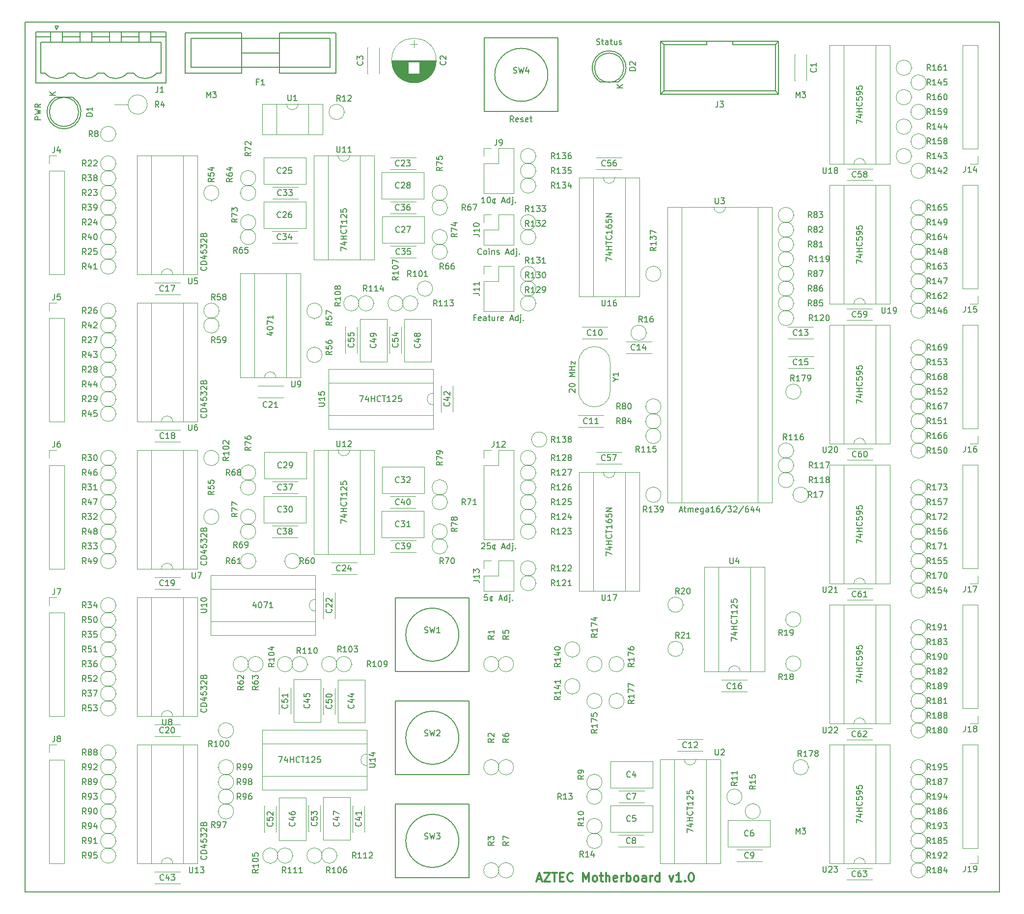
<source format=gbr>
%TF.GenerationSoftware,KiCad,Pcbnew,4.0.7*%
%TF.CreationDate,2018-03-06T18:34:13+01:00*%
%TF.ProjectId,AZTEC_motherboard,415A5445435F6D6F74686572626F6172,rev?*%
%TF.FileFunction,Legend,Top*%
%FSLAX46Y46*%
G04 Gerber Fmt 4.6, Leading zero omitted, Abs format (unit mm)*
G04 Created by KiCad (PCBNEW 4.0.7) date 2018 March 06, Tuesday 18:34:13*
%MOMM*%
%LPD*%
G01*
G04 APERTURE LIST*
%ADD10C,0.150000*%
%ADD11C,0.300000*%
%ADD12C,0.120000*%
G04 APERTURE END LIST*
D10*
X116563333Y-18819762D02*
X116706190Y-18867381D01*
X116944286Y-18867381D01*
X117039524Y-18819762D01*
X117087143Y-18772143D01*
X117134762Y-18676905D01*
X117134762Y-18581667D01*
X117087143Y-18486429D01*
X117039524Y-18438810D01*
X116944286Y-18391190D01*
X116753809Y-18343571D01*
X116658571Y-18295952D01*
X116610952Y-18248333D01*
X116563333Y-18153095D01*
X116563333Y-18057857D01*
X116610952Y-17962619D01*
X116658571Y-17915000D01*
X116753809Y-17867381D01*
X116991905Y-17867381D01*
X117134762Y-17915000D01*
X117420476Y-18200714D02*
X117801428Y-18200714D01*
X117563333Y-17867381D02*
X117563333Y-18724524D01*
X117610952Y-18819762D01*
X117706190Y-18867381D01*
X117801428Y-18867381D01*
X118563334Y-18867381D02*
X118563334Y-18343571D01*
X118515715Y-18248333D01*
X118420477Y-18200714D01*
X118230000Y-18200714D01*
X118134762Y-18248333D01*
X118563334Y-18819762D02*
X118468096Y-18867381D01*
X118230000Y-18867381D01*
X118134762Y-18819762D01*
X118087143Y-18724524D01*
X118087143Y-18629286D01*
X118134762Y-18534048D01*
X118230000Y-18486429D01*
X118468096Y-18486429D01*
X118563334Y-18438810D01*
X118896667Y-18200714D02*
X119277619Y-18200714D01*
X119039524Y-17867381D02*
X119039524Y-18724524D01*
X119087143Y-18819762D01*
X119182381Y-18867381D01*
X119277619Y-18867381D01*
X120039525Y-18200714D02*
X120039525Y-18867381D01*
X119610953Y-18200714D02*
X119610953Y-18724524D01*
X119658572Y-18819762D01*
X119753810Y-18867381D01*
X119896668Y-18867381D01*
X119991906Y-18819762D01*
X120039525Y-18772143D01*
X120468096Y-18819762D02*
X120563334Y-18867381D01*
X120753810Y-18867381D01*
X120849049Y-18819762D01*
X120896668Y-18724524D01*
X120896668Y-18676905D01*
X120849049Y-18581667D01*
X120753810Y-18534048D01*
X120610953Y-18534048D01*
X120515715Y-18486429D01*
X120468096Y-18391190D01*
X120468096Y-18343571D01*
X120515715Y-18248333D01*
X120610953Y-18200714D01*
X120753810Y-18200714D01*
X120849049Y-18248333D01*
X20757381Y-31813333D02*
X19757381Y-31813333D01*
X19757381Y-31432380D01*
X19805000Y-31337142D01*
X19852619Y-31289523D01*
X19947857Y-31241904D01*
X20090714Y-31241904D01*
X20185952Y-31289523D01*
X20233571Y-31337142D01*
X20281190Y-31432380D01*
X20281190Y-31813333D01*
X19757381Y-30908571D02*
X20757381Y-30670476D01*
X20043095Y-30479999D01*
X20757381Y-30289523D01*
X19757381Y-30051428D01*
X20757381Y-29099047D02*
X20281190Y-29432381D01*
X20757381Y-29670476D02*
X19757381Y-29670476D01*
X19757381Y-29289523D01*
X19805000Y-29194285D01*
X19852619Y-29146666D01*
X19947857Y-29099047D01*
X20090714Y-29099047D01*
X20185952Y-29146666D01*
X20233571Y-29194285D01*
X20281190Y-29289523D01*
X20281190Y-29670476D01*
X102251905Y-32202381D02*
X101918571Y-31726190D01*
X101680476Y-32202381D02*
X101680476Y-31202381D01*
X102061429Y-31202381D01*
X102156667Y-31250000D01*
X102204286Y-31297619D01*
X102251905Y-31392857D01*
X102251905Y-31535714D01*
X102204286Y-31630952D01*
X102156667Y-31678571D01*
X102061429Y-31726190D01*
X101680476Y-31726190D01*
X103061429Y-32154762D02*
X102966191Y-32202381D01*
X102775714Y-32202381D01*
X102680476Y-32154762D01*
X102632857Y-32059524D01*
X102632857Y-31678571D01*
X102680476Y-31583333D01*
X102775714Y-31535714D01*
X102966191Y-31535714D01*
X103061429Y-31583333D01*
X103109048Y-31678571D01*
X103109048Y-31773810D01*
X102632857Y-31869048D01*
X103490000Y-32154762D02*
X103585238Y-32202381D01*
X103775714Y-32202381D01*
X103870953Y-32154762D01*
X103918572Y-32059524D01*
X103918572Y-32011905D01*
X103870953Y-31916667D01*
X103775714Y-31869048D01*
X103632857Y-31869048D01*
X103537619Y-31821429D01*
X103490000Y-31726190D01*
X103490000Y-31678571D01*
X103537619Y-31583333D01*
X103632857Y-31535714D01*
X103775714Y-31535714D01*
X103870953Y-31583333D01*
X104728096Y-32154762D02*
X104632858Y-32202381D01*
X104442381Y-32202381D01*
X104347143Y-32154762D01*
X104299524Y-32059524D01*
X104299524Y-31678571D01*
X104347143Y-31583333D01*
X104442381Y-31535714D01*
X104632858Y-31535714D01*
X104728096Y-31583333D01*
X104775715Y-31678571D01*
X104775715Y-31773810D01*
X104299524Y-31869048D01*
X105061429Y-31535714D02*
X105442381Y-31535714D01*
X105204286Y-31202381D02*
X105204286Y-32059524D01*
X105251905Y-32154762D01*
X105347143Y-32202381D01*
X105442381Y-32202381D01*
X72462381Y-54442857D02*
X72462381Y-53776190D01*
X73462381Y-54204762D01*
X72795714Y-52966666D02*
X73462381Y-52966666D01*
X72414762Y-53204762D02*
X73129048Y-53442857D01*
X73129048Y-52823809D01*
X73462381Y-52442857D02*
X72462381Y-52442857D01*
X72938571Y-52442857D02*
X72938571Y-51871428D01*
X73462381Y-51871428D02*
X72462381Y-51871428D01*
X73367143Y-50823809D02*
X73414762Y-50871428D01*
X73462381Y-51014285D01*
X73462381Y-51109523D01*
X73414762Y-51252381D01*
X73319524Y-51347619D01*
X73224286Y-51395238D01*
X73033810Y-51442857D01*
X72890952Y-51442857D01*
X72700476Y-51395238D01*
X72605238Y-51347619D01*
X72510000Y-51252381D01*
X72462381Y-51109523D01*
X72462381Y-51014285D01*
X72510000Y-50871428D01*
X72557619Y-50823809D01*
X72462381Y-50538095D02*
X72462381Y-49966666D01*
X73462381Y-50252381D02*
X72462381Y-50252381D01*
X73462381Y-49109523D02*
X73462381Y-49680952D01*
X73462381Y-49395238D02*
X72462381Y-49395238D01*
X72605238Y-49490476D01*
X72700476Y-49585714D01*
X72748095Y-49680952D01*
X72557619Y-48728571D02*
X72510000Y-48680952D01*
X72462381Y-48585714D01*
X72462381Y-48347618D01*
X72510000Y-48252380D01*
X72557619Y-48204761D01*
X72652857Y-48157142D01*
X72748095Y-48157142D01*
X72890952Y-48204761D01*
X73462381Y-48776190D01*
X73462381Y-48157142D01*
X72462381Y-47252380D02*
X72462381Y-47728571D01*
X72938571Y-47776190D01*
X72890952Y-47728571D01*
X72843333Y-47633333D01*
X72843333Y-47395237D01*
X72890952Y-47299999D01*
X72938571Y-47252380D01*
X73033810Y-47204761D01*
X73271905Y-47204761D01*
X73367143Y-47252380D01*
X73414762Y-47299999D01*
X73462381Y-47395237D01*
X73462381Y-47633333D01*
X73414762Y-47728571D01*
X73367143Y-47776190D01*
X75717143Y-79462381D02*
X76383810Y-79462381D01*
X75955238Y-80462381D01*
X77193334Y-79795714D02*
X77193334Y-80462381D01*
X76955238Y-79414762D02*
X76717143Y-80129048D01*
X77336191Y-80129048D01*
X77717143Y-80462381D02*
X77717143Y-79462381D01*
X77717143Y-79938571D02*
X78288572Y-79938571D01*
X78288572Y-80462381D02*
X78288572Y-79462381D01*
X79336191Y-80367143D02*
X79288572Y-80414762D01*
X79145715Y-80462381D01*
X79050477Y-80462381D01*
X78907619Y-80414762D01*
X78812381Y-80319524D01*
X78764762Y-80224286D01*
X78717143Y-80033810D01*
X78717143Y-79890952D01*
X78764762Y-79700476D01*
X78812381Y-79605238D01*
X78907619Y-79510000D01*
X79050477Y-79462381D01*
X79145715Y-79462381D01*
X79288572Y-79510000D01*
X79336191Y-79557619D01*
X79621905Y-79462381D02*
X80193334Y-79462381D01*
X79907619Y-80462381D02*
X79907619Y-79462381D01*
X81050477Y-80462381D02*
X80479048Y-80462381D01*
X80764762Y-80462381D02*
X80764762Y-79462381D01*
X80669524Y-79605238D01*
X80574286Y-79700476D01*
X80479048Y-79748095D01*
X81431429Y-79557619D02*
X81479048Y-79510000D01*
X81574286Y-79462381D01*
X81812382Y-79462381D01*
X81907620Y-79510000D01*
X81955239Y-79557619D01*
X82002858Y-79652857D01*
X82002858Y-79748095D01*
X81955239Y-79890952D01*
X81383810Y-80462381D01*
X82002858Y-80462381D01*
X82907620Y-79462381D02*
X82431429Y-79462381D01*
X82383810Y-79938571D01*
X82431429Y-79890952D01*
X82526667Y-79843333D01*
X82764763Y-79843333D01*
X82860001Y-79890952D01*
X82907620Y-79938571D01*
X82955239Y-80033810D01*
X82955239Y-80271905D01*
X82907620Y-80367143D01*
X82860001Y-80414762D01*
X82764763Y-80462381D01*
X82526667Y-80462381D01*
X82431429Y-80414762D01*
X82383810Y-80367143D01*
X60095714Y-68548095D02*
X60762381Y-68548095D01*
X59714762Y-68786191D02*
X60429048Y-69024286D01*
X60429048Y-68405238D01*
X59762381Y-67833810D02*
X59762381Y-67738571D01*
X59810000Y-67643333D01*
X59857619Y-67595714D01*
X59952857Y-67548095D01*
X60143333Y-67500476D01*
X60381429Y-67500476D01*
X60571905Y-67548095D01*
X60667143Y-67595714D01*
X60714762Y-67643333D01*
X60762381Y-67738571D01*
X60762381Y-67833810D01*
X60714762Y-67929048D01*
X60667143Y-67976667D01*
X60571905Y-68024286D01*
X60381429Y-68071905D01*
X60143333Y-68071905D01*
X59952857Y-68024286D01*
X59857619Y-67976667D01*
X59810000Y-67929048D01*
X59762381Y-67833810D01*
X59762381Y-67167143D02*
X59762381Y-66500476D01*
X60762381Y-66929048D01*
X60762381Y-65595714D02*
X60762381Y-66167143D01*
X60762381Y-65881429D02*
X59762381Y-65881429D01*
X59905238Y-65976667D01*
X60000476Y-66071905D01*
X60048095Y-66167143D01*
X72462381Y-101432857D02*
X72462381Y-100766190D01*
X73462381Y-101194762D01*
X72795714Y-99956666D02*
X73462381Y-99956666D01*
X72414762Y-100194762D02*
X73129048Y-100432857D01*
X73129048Y-99813809D01*
X73462381Y-99432857D02*
X72462381Y-99432857D01*
X72938571Y-99432857D02*
X72938571Y-98861428D01*
X73462381Y-98861428D02*
X72462381Y-98861428D01*
X73367143Y-97813809D02*
X73414762Y-97861428D01*
X73462381Y-98004285D01*
X73462381Y-98099523D01*
X73414762Y-98242381D01*
X73319524Y-98337619D01*
X73224286Y-98385238D01*
X73033810Y-98432857D01*
X72890952Y-98432857D01*
X72700476Y-98385238D01*
X72605238Y-98337619D01*
X72510000Y-98242381D01*
X72462381Y-98099523D01*
X72462381Y-98004285D01*
X72510000Y-97861428D01*
X72557619Y-97813809D01*
X72462381Y-97528095D02*
X72462381Y-96956666D01*
X73462381Y-97242381D02*
X72462381Y-97242381D01*
X73462381Y-96099523D02*
X73462381Y-96670952D01*
X73462381Y-96385238D02*
X72462381Y-96385238D01*
X72605238Y-96480476D01*
X72700476Y-96575714D01*
X72748095Y-96670952D01*
X72557619Y-95718571D02*
X72510000Y-95670952D01*
X72462381Y-95575714D01*
X72462381Y-95337618D01*
X72510000Y-95242380D01*
X72557619Y-95194761D01*
X72652857Y-95147142D01*
X72748095Y-95147142D01*
X72890952Y-95194761D01*
X73462381Y-95766190D01*
X73462381Y-95147142D01*
X72462381Y-94242380D02*
X72462381Y-94718571D01*
X72938571Y-94766190D01*
X72890952Y-94718571D01*
X72843333Y-94623333D01*
X72843333Y-94385237D01*
X72890952Y-94289999D01*
X72938571Y-94242380D01*
X73033810Y-94194761D01*
X73271905Y-94194761D01*
X73367143Y-94242380D01*
X73414762Y-94289999D01*
X73462381Y-94385237D01*
X73462381Y-94623333D01*
X73414762Y-94718571D01*
X73367143Y-94766190D01*
X57801905Y-115355714D02*
X57801905Y-116022381D01*
X57563809Y-114974762D02*
X57325714Y-115689048D01*
X57944762Y-115689048D01*
X58516190Y-115022381D02*
X58611429Y-115022381D01*
X58706667Y-115070000D01*
X58754286Y-115117619D01*
X58801905Y-115212857D01*
X58849524Y-115403333D01*
X58849524Y-115641429D01*
X58801905Y-115831905D01*
X58754286Y-115927143D01*
X58706667Y-115974762D01*
X58611429Y-116022381D01*
X58516190Y-116022381D01*
X58420952Y-115974762D01*
X58373333Y-115927143D01*
X58325714Y-115831905D01*
X58278095Y-115641429D01*
X58278095Y-115403333D01*
X58325714Y-115212857D01*
X58373333Y-115117619D01*
X58420952Y-115070000D01*
X58516190Y-115022381D01*
X59182857Y-115022381D02*
X59849524Y-115022381D01*
X59420952Y-116022381D01*
X60754286Y-116022381D02*
X60182857Y-116022381D01*
X60468571Y-116022381D02*
X60468571Y-115022381D01*
X60373333Y-115165238D01*
X60278095Y-115260476D01*
X60182857Y-115308095D01*
X61747143Y-141692381D02*
X62413810Y-141692381D01*
X61985238Y-142692381D01*
X63223334Y-142025714D02*
X63223334Y-142692381D01*
X62985238Y-141644762D02*
X62747143Y-142359048D01*
X63366191Y-142359048D01*
X63747143Y-142692381D02*
X63747143Y-141692381D01*
X63747143Y-142168571D02*
X64318572Y-142168571D01*
X64318572Y-142692381D02*
X64318572Y-141692381D01*
X65366191Y-142597143D02*
X65318572Y-142644762D01*
X65175715Y-142692381D01*
X65080477Y-142692381D01*
X64937619Y-142644762D01*
X64842381Y-142549524D01*
X64794762Y-142454286D01*
X64747143Y-142263810D01*
X64747143Y-142120952D01*
X64794762Y-141930476D01*
X64842381Y-141835238D01*
X64937619Y-141740000D01*
X65080477Y-141692381D01*
X65175715Y-141692381D01*
X65318572Y-141740000D01*
X65366191Y-141787619D01*
X65651905Y-141692381D02*
X66223334Y-141692381D01*
X65937619Y-142692381D02*
X65937619Y-141692381D01*
X67080477Y-142692381D02*
X66509048Y-142692381D01*
X66794762Y-142692381D02*
X66794762Y-141692381D01*
X66699524Y-141835238D01*
X66604286Y-141930476D01*
X66509048Y-141978095D01*
X67461429Y-141787619D02*
X67509048Y-141740000D01*
X67604286Y-141692381D01*
X67842382Y-141692381D01*
X67937620Y-141740000D01*
X67985239Y-141787619D01*
X68032858Y-141882857D01*
X68032858Y-141978095D01*
X67985239Y-142120952D01*
X67413810Y-142692381D01*
X68032858Y-142692381D01*
X68937620Y-141692381D02*
X68461429Y-141692381D01*
X68413810Y-142168571D01*
X68461429Y-142120952D01*
X68556667Y-142073333D01*
X68794763Y-142073333D01*
X68890001Y-142120952D01*
X68937620Y-142168571D01*
X68985239Y-142263810D01*
X68985239Y-142501905D01*
X68937620Y-142597143D01*
X68890001Y-142644762D01*
X68794763Y-142692381D01*
X68556667Y-142692381D01*
X68461429Y-142644762D01*
X68413810Y-142597143D01*
X118182381Y-107036667D02*
X118182381Y-106370000D01*
X119182381Y-106798572D01*
X118515714Y-105560476D02*
X119182381Y-105560476D01*
X118134762Y-105798572D02*
X118849048Y-106036667D01*
X118849048Y-105417619D01*
X119182381Y-105036667D02*
X118182381Y-105036667D01*
X118658571Y-105036667D02*
X118658571Y-104465238D01*
X119182381Y-104465238D02*
X118182381Y-104465238D01*
X119087143Y-103417619D02*
X119134762Y-103465238D01*
X119182381Y-103608095D01*
X119182381Y-103703333D01*
X119134762Y-103846191D01*
X119039524Y-103941429D01*
X118944286Y-103989048D01*
X118753810Y-104036667D01*
X118610952Y-104036667D01*
X118420476Y-103989048D01*
X118325238Y-103941429D01*
X118230000Y-103846191D01*
X118182381Y-103703333D01*
X118182381Y-103608095D01*
X118230000Y-103465238D01*
X118277619Y-103417619D01*
X118182381Y-103131905D02*
X118182381Y-102560476D01*
X119182381Y-102846191D02*
X118182381Y-102846191D01*
X119182381Y-101703333D02*
X119182381Y-102274762D01*
X119182381Y-101989048D02*
X118182381Y-101989048D01*
X118325238Y-102084286D01*
X118420476Y-102179524D01*
X118468095Y-102274762D01*
X118182381Y-100846190D02*
X118182381Y-101036667D01*
X118230000Y-101131905D01*
X118277619Y-101179524D01*
X118420476Y-101274762D01*
X118610952Y-101322381D01*
X118991905Y-101322381D01*
X119087143Y-101274762D01*
X119134762Y-101227143D01*
X119182381Y-101131905D01*
X119182381Y-100941428D01*
X119134762Y-100846190D01*
X119087143Y-100798571D01*
X118991905Y-100750952D01*
X118753810Y-100750952D01*
X118658571Y-100798571D01*
X118610952Y-100846190D01*
X118563333Y-100941428D01*
X118563333Y-101131905D01*
X118610952Y-101227143D01*
X118658571Y-101274762D01*
X118753810Y-101322381D01*
X118182381Y-99846190D02*
X118182381Y-100322381D01*
X118658571Y-100370000D01*
X118610952Y-100322381D01*
X118563333Y-100227143D01*
X118563333Y-99989047D01*
X118610952Y-99893809D01*
X118658571Y-99846190D01*
X118753810Y-99798571D01*
X118991905Y-99798571D01*
X119087143Y-99846190D01*
X119134762Y-99893809D01*
X119182381Y-99989047D01*
X119182381Y-100227143D01*
X119134762Y-100322381D01*
X119087143Y-100370000D01*
X119182381Y-99370000D02*
X118182381Y-99370000D01*
X119182381Y-98798571D01*
X118182381Y-98798571D01*
X139772381Y-121752857D02*
X139772381Y-121086190D01*
X140772381Y-121514762D01*
X140105714Y-120276666D02*
X140772381Y-120276666D01*
X139724762Y-120514762D02*
X140439048Y-120752857D01*
X140439048Y-120133809D01*
X140772381Y-119752857D02*
X139772381Y-119752857D01*
X140248571Y-119752857D02*
X140248571Y-119181428D01*
X140772381Y-119181428D02*
X139772381Y-119181428D01*
X140677143Y-118133809D02*
X140724762Y-118181428D01*
X140772381Y-118324285D01*
X140772381Y-118419523D01*
X140724762Y-118562381D01*
X140629524Y-118657619D01*
X140534286Y-118705238D01*
X140343810Y-118752857D01*
X140200952Y-118752857D01*
X140010476Y-118705238D01*
X139915238Y-118657619D01*
X139820000Y-118562381D01*
X139772381Y-118419523D01*
X139772381Y-118324285D01*
X139820000Y-118181428D01*
X139867619Y-118133809D01*
X139772381Y-117848095D02*
X139772381Y-117276666D01*
X140772381Y-117562381D02*
X139772381Y-117562381D01*
X140772381Y-116419523D02*
X140772381Y-116990952D01*
X140772381Y-116705238D02*
X139772381Y-116705238D01*
X139915238Y-116800476D01*
X140010476Y-116895714D01*
X140058095Y-116990952D01*
X139867619Y-116038571D02*
X139820000Y-115990952D01*
X139772381Y-115895714D01*
X139772381Y-115657618D01*
X139820000Y-115562380D01*
X139867619Y-115514761D01*
X139962857Y-115467142D01*
X140058095Y-115467142D01*
X140200952Y-115514761D01*
X140772381Y-116086190D01*
X140772381Y-115467142D01*
X139772381Y-114562380D02*
X139772381Y-115038571D01*
X140248571Y-115086190D01*
X140200952Y-115038571D01*
X140153333Y-114943333D01*
X140153333Y-114705237D01*
X140200952Y-114609999D01*
X140248571Y-114562380D01*
X140343810Y-114514761D01*
X140581905Y-114514761D01*
X140677143Y-114562380D01*
X140724762Y-114609999D01*
X140772381Y-114705237D01*
X140772381Y-114943333D01*
X140724762Y-115038571D01*
X140677143Y-115086190D01*
X132152381Y-154772857D02*
X132152381Y-154106190D01*
X133152381Y-154534762D01*
X132485714Y-153296666D02*
X133152381Y-153296666D01*
X132104762Y-153534762D02*
X132819048Y-153772857D01*
X132819048Y-153153809D01*
X133152381Y-152772857D02*
X132152381Y-152772857D01*
X132628571Y-152772857D02*
X132628571Y-152201428D01*
X133152381Y-152201428D02*
X132152381Y-152201428D01*
X133057143Y-151153809D02*
X133104762Y-151201428D01*
X133152381Y-151344285D01*
X133152381Y-151439523D01*
X133104762Y-151582381D01*
X133009524Y-151677619D01*
X132914286Y-151725238D01*
X132723810Y-151772857D01*
X132580952Y-151772857D01*
X132390476Y-151725238D01*
X132295238Y-151677619D01*
X132200000Y-151582381D01*
X132152381Y-151439523D01*
X132152381Y-151344285D01*
X132200000Y-151201428D01*
X132247619Y-151153809D01*
X132152381Y-150868095D02*
X132152381Y-150296666D01*
X133152381Y-150582381D02*
X132152381Y-150582381D01*
X133152381Y-149439523D02*
X133152381Y-150010952D01*
X133152381Y-149725238D02*
X132152381Y-149725238D01*
X132295238Y-149820476D01*
X132390476Y-149915714D01*
X132438095Y-150010952D01*
X132247619Y-149058571D02*
X132200000Y-149010952D01*
X132152381Y-148915714D01*
X132152381Y-148677618D01*
X132200000Y-148582380D01*
X132247619Y-148534761D01*
X132342857Y-148487142D01*
X132438095Y-148487142D01*
X132580952Y-148534761D01*
X133152381Y-149106190D01*
X133152381Y-148487142D01*
X132152381Y-147582380D02*
X132152381Y-148058571D01*
X132628571Y-148106190D01*
X132580952Y-148058571D01*
X132533333Y-147963333D01*
X132533333Y-147725237D01*
X132580952Y-147629999D01*
X132628571Y-147582380D01*
X132723810Y-147534761D01*
X132961905Y-147534761D01*
X133057143Y-147582380D01*
X133104762Y-147629999D01*
X133152381Y-147725237D01*
X133152381Y-147963333D01*
X133104762Y-148058571D01*
X133057143Y-148106190D01*
X161362381Y-153121905D02*
X161362381Y-152455238D01*
X162362381Y-152883810D01*
X161695714Y-151645714D02*
X162362381Y-151645714D01*
X161314762Y-151883810D02*
X162029048Y-152121905D01*
X162029048Y-151502857D01*
X162362381Y-151121905D02*
X161362381Y-151121905D01*
X161838571Y-151121905D02*
X161838571Y-150550476D01*
X162362381Y-150550476D02*
X161362381Y-150550476D01*
X162267143Y-149502857D02*
X162314762Y-149550476D01*
X162362381Y-149693333D01*
X162362381Y-149788571D01*
X162314762Y-149931429D01*
X162219524Y-150026667D01*
X162124286Y-150074286D01*
X161933810Y-150121905D01*
X161790952Y-150121905D01*
X161600476Y-150074286D01*
X161505238Y-150026667D01*
X161410000Y-149931429D01*
X161362381Y-149788571D01*
X161362381Y-149693333D01*
X161410000Y-149550476D01*
X161457619Y-149502857D01*
X161362381Y-148598095D02*
X161362381Y-149074286D01*
X161838571Y-149121905D01*
X161790952Y-149074286D01*
X161743333Y-148979048D01*
X161743333Y-148740952D01*
X161790952Y-148645714D01*
X161838571Y-148598095D01*
X161933810Y-148550476D01*
X162171905Y-148550476D01*
X162267143Y-148598095D01*
X162314762Y-148645714D01*
X162362381Y-148740952D01*
X162362381Y-148979048D01*
X162314762Y-149074286D01*
X162267143Y-149121905D01*
X162362381Y-148074286D02*
X162362381Y-147883810D01*
X162314762Y-147788571D01*
X162267143Y-147740952D01*
X162124286Y-147645714D01*
X161933810Y-147598095D01*
X161552857Y-147598095D01*
X161457619Y-147645714D01*
X161410000Y-147693333D01*
X161362381Y-147788571D01*
X161362381Y-147979048D01*
X161410000Y-148074286D01*
X161457619Y-148121905D01*
X161552857Y-148169524D01*
X161790952Y-148169524D01*
X161886190Y-148121905D01*
X161933810Y-148074286D01*
X161981429Y-147979048D01*
X161981429Y-147788571D01*
X161933810Y-147693333D01*
X161886190Y-147645714D01*
X161790952Y-147598095D01*
X161362381Y-146693333D02*
X161362381Y-147169524D01*
X161838571Y-147217143D01*
X161790952Y-147169524D01*
X161743333Y-147074286D01*
X161743333Y-146836190D01*
X161790952Y-146740952D01*
X161838571Y-146693333D01*
X161933810Y-146645714D01*
X162171905Y-146645714D01*
X162267143Y-146693333D01*
X162314762Y-146740952D01*
X162362381Y-146836190D01*
X162362381Y-147074286D01*
X162314762Y-147169524D01*
X162267143Y-147217143D01*
X161362381Y-128991905D02*
X161362381Y-128325238D01*
X162362381Y-128753810D01*
X161695714Y-127515714D02*
X162362381Y-127515714D01*
X161314762Y-127753810D02*
X162029048Y-127991905D01*
X162029048Y-127372857D01*
X162362381Y-126991905D02*
X161362381Y-126991905D01*
X161838571Y-126991905D02*
X161838571Y-126420476D01*
X162362381Y-126420476D02*
X161362381Y-126420476D01*
X162267143Y-125372857D02*
X162314762Y-125420476D01*
X162362381Y-125563333D01*
X162362381Y-125658571D01*
X162314762Y-125801429D01*
X162219524Y-125896667D01*
X162124286Y-125944286D01*
X161933810Y-125991905D01*
X161790952Y-125991905D01*
X161600476Y-125944286D01*
X161505238Y-125896667D01*
X161410000Y-125801429D01*
X161362381Y-125658571D01*
X161362381Y-125563333D01*
X161410000Y-125420476D01*
X161457619Y-125372857D01*
X161362381Y-124468095D02*
X161362381Y-124944286D01*
X161838571Y-124991905D01*
X161790952Y-124944286D01*
X161743333Y-124849048D01*
X161743333Y-124610952D01*
X161790952Y-124515714D01*
X161838571Y-124468095D01*
X161933810Y-124420476D01*
X162171905Y-124420476D01*
X162267143Y-124468095D01*
X162314762Y-124515714D01*
X162362381Y-124610952D01*
X162362381Y-124849048D01*
X162314762Y-124944286D01*
X162267143Y-124991905D01*
X162362381Y-123944286D02*
X162362381Y-123753810D01*
X162314762Y-123658571D01*
X162267143Y-123610952D01*
X162124286Y-123515714D01*
X161933810Y-123468095D01*
X161552857Y-123468095D01*
X161457619Y-123515714D01*
X161410000Y-123563333D01*
X161362381Y-123658571D01*
X161362381Y-123849048D01*
X161410000Y-123944286D01*
X161457619Y-123991905D01*
X161552857Y-124039524D01*
X161790952Y-124039524D01*
X161886190Y-123991905D01*
X161933810Y-123944286D01*
X161981429Y-123849048D01*
X161981429Y-123658571D01*
X161933810Y-123563333D01*
X161886190Y-123515714D01*
X161790952Y-123468095D01*
X161362381Y-122563333D02*
X161362381Y-123039524D01*
X161838571Y-123087143D01*
X161790952Y-123039524D01*
X161743333Y-122944286D01*
X161743333Y-122706190D01*
X161790952Y-122610952D01*
X161838571Y-122563333D01*
X161933810Y-122515714D01*
X162171905Y-122515714D01*
X162267143Y-122563333D01*
X162314762Y-122610952D01*
X162362381Y-122706190D01*
X162362381Y-122944286D01*
X162314762Y-123039524D01*
X162267143Y-123087143D01*
X161362381Y-104861905D02*
X161362381Y-104195238D01*
X162362381Y-104623810D01*
X161695714Y-103385714D02*
X162362381Y-103385714D01*
X161314762Y-103623810D02*
X162029048Y-103861905D01*
X162029048Y-103242857D01*
X162362381Y-102861905D02*
X161362381Y-102861905D01*
X161838571Y-102861905D02*
X161838571Y-102290476D01*
X162362381Y-102290476D02*
X161362381Y-102290476D01*
X162267143Y-101242857D02*
X162314762Y-101290476D01*
X162362381Y-101433333D01*
X162362381Y-101528571D01*
X162314762Y-101671429D01*
X162219524Y-101766667D01*
X162124286Y-101814286D01*
X161933810Y-101861905D01*
X161790952Y-101861905D01*
X161600476Y-101814286D01*
X161505238Y-101766667D01*
X161410000Y-101671429D01*
X161362381Y-101528571D01*
X161362381Y-101433333D01*
X161410000Y-101290476D01*
X161457619Y-101242857D01*
X161362381Y-100338095D02*
X161362381Y-100814286D01*
X161838571Y-100861905D01*
X161790952Y-100814286D01*
X161743333Y-100719048D01*
X161743333Y-100480952D01*
X161790952Y-100385714D01*
X161838571Y-100338095D01*
X161933810Y-100290476D01*
X162171905Y-100290476D01*
X162267143Y-100338095D01*
X162314762Y-100385714D01*
X162362381Y-100480952D01*
X162362381Y-100719048D01*
X162314762Y-100814286D01*
X162267143Y-100861905D01*
X162362381Y-99814286D02*
X162362381Y-99623810D01*
X162314762Y-99528571D01*
X162267143Y-99480952D01*
X162124286Y-99385714D01*
X161933810Y-99338095D01*
X161552857Y-99338095D01*
X161457619Y-99385714D01*
X161410000Y-99433333D01*
X161362381Y-99528571D01*
X161362381Y-99719048D01*
X161410000Y-99814286D01*
X161457619Y-99861905D01*
X161552857Y-99909524D01*
X161790952Y-99909524D01*
X161886190Y-99861905D01*
X161933810Y-99814286D01*
X161981429Y-99719048D01*
X161981429Y-99528571D01*
X161933810Y-99433333D01*
X161886190Y-99385714D01*
X161790952Y-99338095D01*
X161362381Y-98433333D02*
X161362381Y-98909524D01*
X161838571Y-98957143D01*
X161790952Y-98909524D01*
X161743333Y-98814286D01*
X161743333Y-98576190D01*
X161790952Y-98480952D01*
X161838571Y-98433333D01*
X161933810Y-98385714D01*
X162171905Y-98385714D01*
X162267143Y-98433333D01*
X162314762Y-98480952D01*
X162362381Y-98576190D01*
X162362381Y-98814286D01*
X162314762Y-98909524D01*
X162267143Y-98957143D01*
X161362381Y-80731905D02*
X161362381Y-80065238D01*
X162362381Y-80493810D01*
X161695714Y-79255714D02*
X162362381Y-79255714D01*
X161314762Y-79493810D02*
X162029048Y-79731905D01*
X162029048Y-79112857D01*
X162362381Y-78731905D02*
X161362381Y-78731905D01*
X161838571Y-78731905D02*
X161838571Y-78160476D01*
X162362381Y-78160476D02*
X161362381Y-78160476D01*
X162267143Y-77112857D02*
X162314762Y-77160476D01*
X162362381Y-77303333D01*
X162362381Y-77398571D01*
X162314762Y-77541429D01*
X162219524Y-77636667D01*
X162124286Y-77684286D01*
X161933810Y-77731905D01*
X161790952Y-77731905D01*
X161600476Y-77684286D01*
X161505238Y-77636667D01*
X161410000Y-77541429D01*
X161362381Y-77398571D01*
X161362381Y-77303333D01*
X161410000Y-77160476D01*
X161457619Y-77112857D01*
X161362381Y-76208095D02*
X161362381Y-76684286D01*
X161838571Y-76731905D01*
X161790952Y-76684286D01*
X161743333Y-76589048D01*
X161743333Y-76350952D01*
X161790952Y-76255714D01*
X161838571Y-76208095D01*
X161933810Y-76160476D01*
X162171905Y-76160476D01*
X162267143Y-76208095D01*
X162314762Y-76255714D01*
X162362381Y-76350952D01*
X162362381Y-76589048D01*
X162314762Y-76684286D01*
X162267143Y-76731905D01*
X162362381Y-75684286D02*
X162362381Y-75493810D01*
X162314762Y-75398571D01*
X162267143Y-75350952D01*
X162124286Y-75255714D01*
X161933810Y-75208095D01*
X161552857Y-75208095D01*
X161457619Y-75255714D01*
X161410000Y-75303333D01*
X161362381Y-75398571D01*
X161362381Y-75589048D01*
X161410000Y-75684286D01*
X161457619Y-75731905D01*
X161552857Y-75779524D01*
X161790952Y-75779524D01*
X161886190Y-75731905D01*
X161933810Y-75684286D01*
X161981429Y-75589048D01*
X161981429Y-75398571D01*
X161933810Y-75303333D01*
X161886190Y-75255714D01*
X161790952Y-75208095D01*
X161362381Y-74303333D02*
X161362381Y-74779524D01*
X161838571Y-74827143D01*
X161790952Y-74779524D01*
X161743333Y-74684286D01*
X161743333Y-74446190D01*
X161790952Y-74350952D01*
X161838571Y-74303333D01*
X161933810Y-74255714D01*
X162171905Y-74255714D01*
X162267143Y-74303333D01*
X162314762Y-74350952D01*
X162362381Y-74446190D01*
X162362381Y-74684286D01*
X162314762Y-74779524D01*
X162267143Y-74827143D01*
X161362381Y-56601905D02*
X161362381Y-55935238D01*
X162362381Y-56363810D01*
X161695714Y-55125714D02*
X162362381Y-55125714D01*
X161314762Y-55363810D02*
X162029048Y-55601905D01*
X162029048Y-54982857D01*
X162362381Y-54601905D02*
X161362381Y-54601905D01*
X161838571Y-54601905D02*
X161838571Y-54030476D01*
X162362381Y-54030476D02*
X161362381Y-54030476D01*
X162267143Y-52982857D02*
X162314762Y-53030476D01*
X162362381Y-53173333D01*
X162362381Y-53268571D01*
X162314762Y-53411429D01*
X162219524Y-53506667D01*
X162124286Y-53554286D01*
X161933810Y-53601905D01*
X161790952Y-53601905D01*
X161600476Y-53554286D01*
X161505238Y-53506667D01*
X161410000Y-53411429D01*
X161362381Y-53268571D01*
X161362381Y-53173333D01*
X161410000Y-53030476D01*
X161457619Y-52982857D01*
X161362381Y-52078095D02*
X161362381Y-52554286D01*
X161838571Y-52601905D01*
X161790952Y-52554286D01*
X161743333Y-52459048D01*
X161743333Y-52220952D01*
X161790952Y-52125714D01*
X161838571Y-52078095D01*
X161933810Y-52030476D01*
X162171905Y-52030476D01*
X162267143Y-52078095D01*
X162314762Y-52125714D01*
X162362381Y-52220952D01*
X162362381Y-52459048D01*
X162314762Y-52554286D01*
X162267143Y-52601905D01*
X162362381Y-51554286D02*
X162362381Y-51363810D01*
X162314762Y-51268571D01*
X162267143Y-51220952D01*
X162124286Y-51125714D01*
X161933810Y-51078095D01*
X161552857Y-51078095D01*
X161457619Y-51125714D01*
X161410000Y-51173333D01*
X161362381Y-51268571D01*
X161362381Y-51459048D01*
X161410000Y-51554286D01*
X161457619Y-51601905D01*
X161552857Y-51649524D01*
X161790952Y-51649524D01*
X161886190Y-51601905D01*
X161933810Y-51554286D01*
X161981429Y-51459048D01*
X161981429Y-51268571D01*
X161933810Y-51173333D01*
X161886190Y-51125714D01*
X161790952Y-51078095D01*
X161362381Y-50173333D02*
X161362381Y-50649524D01*
X161838571Y-50697143D01*
X161790952Y-50649524D01*
X161743333Y-50554286D01*
X161743333Y-50316190D01*
X161790952Y-50220952D01*
X161838571Y-50173333D01*
X161933810Y-50125714D01*
X162171905Y-50125714D01*
X162267143Y-50173333D01*
X162314762Y-50220952D01*
X162362381Y-50316190D01*
X162362381Y-50554286D01*
X162314762Y-50649524D01*
X162267143Y-50697143D01*
X161362381Y-32471905D02*
X161362381Y-31805238D01*
X162362381Y-32233810D01*
X161695714Y-30995714D02*
X162362381Y-30995714D01*
X161314762Y-31233810D02*
X162029048Y-31471905D01*
X162029048Y-30852857D01*
X162362381Y-30471905D02*
X161362381Y-30471905D01*
X161838571Y-30471905D02*
X161838571Y-29900476D01*
X162362381Y-29900476D02*
X161362381Y-29900476D01*
X162267143Y-28852857D02*
X162314762Y-28900476D01*
X162362381Y-29043333D01*
X162362381Y-29138571D01*
X162314762Y-29281429D01*
X162219524Y-29376667D01*
X162124286Y-29424286D01*
X161933810Y-29471905D01*
X161790952Y-29471905D01*
X161600476Y-29424286D01*
X161505238Y-29376667D01*
X161410000Y-29281429D01*
X161362381Y-29138571D01*
X161362381Y-29043333D01*
X161410000Y-28900476D01*
X161457619Y-28852857D01*
X161362381Y-27948095D02*
X161362381Y-28424286D01*
X161838571Y-28471905D01*
X161790952Y-28424286D01*
X161743333Y-28329048D01*
X161743333Y-28090952D01*
X161790952Y-27995714D01*
X161838571Y-27948095D01*
X161933810Y-27900476D01*
X162171905Y-27900476D01*
X162267143Y-27948095D01*
X162314762Y-27995714D01*
X162362381Y-28090952D01*
X162362381Y-28329048D01*
X162314762Y-28424286D01*
X162267143Y-28471905D01*
X162362381Y-27424286D02*
X162362381Y-27233810D01*
X162314762Y-27138571D01*
X162267143Y-27090952D01*
X162124286Y-26995714D01*
X161933810Y-26948095D01*
X161552857Y-26948095D01*
X161457619Y-26995714D01*
X161410000Y-27043333D01*
X161362381Y-27138571D01*
X161362381Y-27329048D01*
X161410000Y-27424286D01*
X161457619Y-27471905D01*
X161552857Y-27519524D01*
X161790952Y-27519524D01*
X161886190Y-27471905D01*
X161933810Y-27424286D01*
X161981429Y-27329048D01*
X161981429Y-27138571D01*
X161933810Y-27043333D01*
X161886190Y-26995714D01*
X161790952Y-26948095D01*
X161362381Y-26043333D02*
X161362381Y-26519524D01*
X161838571Y-26567143D01*
X161790952Y-26519524D01*
X161743333Y-26424286D01*
X161743333Y-26186190D01*
X161790952Y-26090952D01*
X161838571Y-26043333D01*
X161933810Y-25995714D01*
X162171905Y-25995714D01*
X162267143Y-26043333D01*
X162314762Y-26090952D01*
X162362381Y-26186190D01*
X162362381Y-26424286D01*
X162314762Y-26519524D01*
X162267143Y-26567143D01*
X49237143Y-158805238D02*
X49284762Y-158852857D01*
X49332381Y-158995714D01*
X49332381Y-159090952D01*
X49284762Y-159233810D01*
X49189524Y-159329048D01*
X49094286Y-159376667D01*
X48903810Y-159424286D01*
X48760952Y-159424286D01*
X48570476Y-159376667D01*
X48475238Y-159329048D01*
X48380000Y-159233810D01*
X48332381Y-159090952D01*
X48332381Y-158995714D01*
X48380000Y-158852857D01*
X48427619Y-158805238D01*
X49332381Y-158376667D02*
X48332381Y-158376667D01*
X48332381Y-158138572D01*
X48380000Y-157995714D01*
X48475238Y-157900476D01*
X48570476Y-157852857D01*
X48760952Y-157805238D01*
X48903810Y-157805238D01*
X49094286Y-157852857D01*
X49189524Y-157900476D01*
X49284762Y-157995714D01*
X49332381Y-158138572D01*
X49332381Y-158376667D01*
X48665714Y-156948095D02*
X49332381Y-156948095D01*
X48284762Y-157186191D02*
X48999048Y-157424286D01*
X48999048Y-156805238D01*
X48332381Y-155948095D02*
X48332381Y-156424286D01*
X48808571Y-156471905D01*
X48760952Y-156424286D01*
X48713333Y-156329048D01*
X48713333Y-156090952D01*
X48760952Y-155995714D01*
X48808571Y-155948095D01*
X48903810Y-155900476D01*
X49141905Y-155900476D01*
X49237143Y-155948095D01*
X49284762Y-155995714D01*
X49332381Y-156090952D01*
X49332381Y-156329048D01*
X49284762Y-156424286D01*
X49237143Y-156471905D01*
X48332381Y-155567143D02*
X48332381Y-154948095D01*
X48713333Y-155281429D01*
X48713333Y-155138571D01*
X48760952Y-155043333D01*
X48808571Y-154995714D01*
X48903810Y-154948095D01*
X49141905Y-154948095D01*
X49237143Y-154995714D01*
X49284762Y-155043333D01*
X49332381Y-155138571D01*
X49332381Y-155424286D01*
X49284762Y-155519524D01*
X49237143Y-155567143D01*
X48427619Y-154567143D02*
X48380000Y-154519524D01*
X48332381Y-154424286D01*
X48332381Y-154186190D01*
X48380000Y-154090952D01*
X48427619Y-154043333D01*
X48522857Y-153995714D01*
X48618095Y-153995714D01*
X48760952Y-154043333D01*
X49332381Y-154614762D01*
X49332381Y-153995714D01*
X48808571Y-153233809D02*
X48856190Y-153090952D01*
X48903810Y-153043333D01*
X48999048Y-152995714D01*
X49141905Y-152995714D01*
X49237143Y-153043333D01*
X49284762Y-153090952D01*
X49332381Y-153186190D01*
X49332381Y-153567143D01*
X48332381Y-153567143D01*
X48332381Y-153233809D01*
X48380000Y-153138571D01*
X48427619Y-153090952D01*
X48522857Y-153043333D01*
X48618095Y-153043333D01*
X48713333Y-153090952D01*
X48760952Y-153138571D01*
X48808571Y-153233809D01*
X48808571Y-153567143D01*
X49237143Y-133405238D02*
X49284762Y-133452857D01*
X49332381Y-133595714D01*
X49332381Y-133690952D01*
X49284762Y-133833810D01*
X49189524Y-133929048D01*
X49094286Y-133976667D01*
X48903810Y-134024286D01*
X48760952Y-134024286D01*
X48570476Y-133976667D01*
X48475238Y-133929048D01*
X48380000Y-133833810D01*
X48332381Y-133690952D01*
X48332381Y-133595714D01*
X48380000Y-133452857D01*
X48427619Y-133405238D01*
X49332381Y-132976667D02*
X48332381Y-132976667D01*
X48332381Y-132738572D01*
X48380000Y-132595714D01*
X48475238Y-132500476D01*
X48570476Y-132452857D01*
X48760952Y-132405238D01*
X48903810Y-132405238D01*
X49094286Y-132452857D01*
X49189524Y-132500476D01*
X49284762Y-132595714D01*
X49332381Y-132738572D01*
X49332381Y-132976667D01*
X48665714Y-131548095D02*
X49332381Y-131548095D01*
X48284762Y-131786191D02*
X48999048Y-132024286D01*
X48999048Y-131405238D01*
X48332381Y-130548095D02*
X48332381Y-131024286D01*
X48808571Y-131071905D01*
X48760952Y-131024286D01*
X48713333Y-130929048D01*
X48713333Y-130690952D01*
X48760952Y-130595714D01*
X48808571Y-130548095D01*
X48903810Y-130500476D01*
X49141905Y-130500476D01*
X49237143Y-130548095D01*
X49284762Y-130595714D01*
X49332381Y-130690952D01*
X49332381Y-130929048D01*
X49284762Y-131024286D01*
X49237143Y-131071905D01*
X48332381Y-130167143D02*
X48332381Y-129548095D01*
X48713333Y-129881429D01*
X48713333Y-129738571D01*
X48760952Y-129643333D01*
X48808571Y-129595714D01*
X48903810Y-129548095D01*
X49141905Y-129548095D01*
X49237143Y-129595714D01*
X49284762Y-129643333D01*
X49332381Y-129738571D01*
X49332381Y-130024286D01*
X49284762Y-130119524D01*
X49237143Y-130167143D01*
X48427619Y-129167143D02*
X48380000Y-129119524D01*
X48332381Y-129024286D01*
X48332381Y-128786190D01*
X48380000Y-128690952D01*
X48427619Y-128643333D01*
X48522857Y-128595714D01*
X48618095Y-128595714D01*
X48760952Y-128643333D01*
X49332381Y-129214762D01*
X49332381Y-128595714D01*
X48808571Y-127833809D02*
X48856190Y-127690952D01*
X48903810Y-127643333D01*
X48999048Y-127595714D01*
X49141905Y-127595714D01*
X49237143Y-127643333D01*
X49284762Y-127690952D01*
X49332381Y-127786190D01*
X49332381Y-128167143D01*
X48332381Y-128167143D01*
X48332381Y-127833809D01*
X48380000Y-127738571D01*
X48427619Y-127690952D01*
X48522857Y-127643333D01*
X48618095Y-127643333D01*
X48713333Y-127690952D01*
X48760952Y-127738571D01*
X48808571Y-127833809D01*
X48808571Y-128167143D01*
X49237143Y-108005238D02*
X49284762Y-108052857D01*
X49332381Y-108195714D01*
X49332381Y-108290952D01*
X49284762Y-108433810D01*
X49189524Y-108529048D01*
X49094286Y-108576667D01*
X48903810Y-108624286D01*
X48760952Y-108624286D01*
X48570476Y-108576667D01*
X48475238Y-108529048D01*
X48380000Y-108433810D01*
X48332381Y-108290952D01*
X48332381Y-108195714D01*
X48380000Y-108052857D01*
X48427619Y-108005238D01*
X49332381Y-107576667D02*
X48332381Y-107576667D01*
X48332381Y-107338572D01*
X48380000Y-107195714D01*
X48475238Y-107100476D01*
X48570476Y-107052857D01*
X48760952Y-107005238D01*
X48903810Y-107005238D01*
X49094286Y-107052857D01*
X49189524Y-107100476D01*
X49284762Y-107195714D01*
X49332381Y-107338572D01*
X49332381Y-107576667D01*
X48665714Y-106148095D02*
X49332381Y-106148095D01*
X48284762Y-106386191D02*
X48999048Y-106624286D01*
X48999048Y-106005238D01*
X48332381Y-105148095D02*
X48332381Y-105624286D01*
X48808571Y-105671905D01*
X48760952Y-105624286D01*
X48713333Y-105529048D01*
X48713333Y-105290952D01*
X48760952Y-105195714D01*
X48808571Y-105148095D01*
X48903810Y-105100476D01*
X49141905Y-105100476D01*
X49237143Y-105148095D01*
X49284762Y-105195714D01*
X49332381Y-105290952D01*
X49332381Y-105529048D01*
X49284762Y-105624286D01*
X49237143Y-105671905D01*
X48332381Y-104767143D02*
X48332381Y-104148095D01*
X48713333Y-104481429D01*
X48713333Y-104338571D01*
X48760952Y-104243333D01*
X48808571Y-104195714D01*
X48903810Y-104148095D01*
X49141905Y-104148095D01*
X49237143Y-104195714D01*
X49284762Y-104243333D01*
X49332381Y-104338571D01*
X49332381Y-104624286D01*
X49284762Y-104719524D01*
X49237143Y-104767143D01*
X48427619Y-103767143D02*
X48380000Y-103719524D01*
X48332381Y-103624286D01*
X48332381Y-103386190D01*
X48380000Y-103290952D01*
X48427619Y-103243333D01*
X48522857Y-103195714D01*
X48618095Y-103195714D01*
X48760952Y-103243333D01*
X49332381Y-103814762D01*
X49332381Y-103195714D01*
X48808571Y-102433809D02*
X48856190Y-102290952D01*
X48903810Y-102243333D01*
X48999048Y-102195714D01*
X49141905Y-102195714D01*
X49237143Y-102243333D01*
X49284762Y-102290952D01*
X49332381Y-102386190D01*
X49332381Y-102767143D01*
X48332381Y-102767143D01*
X48332381Y-102433809D01*
X48380000Y-102338571D01*
X48427619Y-102290952D01*
X48522857Y-102243333D01*
X48618095Y-102243333D01*
X48713333Y-102290952D01*
X48760952Y-102338571D01*
X48808571Y-102433809D01*
X48808571Y-102767143D01*
X49237143Y-82605238D02*
X49284762Y-82652857D01*
X49332381Y-82795714D01*
X49332381Y-82890952D01*
X49284762Y-83033810D01*
X49189524Y-83129048D01*
X49094286Y-83176667D01*
X48903810Y-83224286D01*
X48760952Y-83224286D01*
X48570476Y-83176667D01*
X48475238Y-83129048D01*
X48380000Y-83033810D01*
X48332381Y-82890952D01*
X48332381Y-82795714D01*
X48380000Y-82652857D01*
X48427619Y-82605238D01*
X49332381Y-82176667D02*
X48332381Y-82176667D01*
X48332381Y-81938572D01*
X48380000Y-81795714D01*
X48475238Y-81700476D01*
X48570476Y-81652857D01*
X48760952Y-81605238D01*
X48903810Y-81605238D01*
X49094286Y-81652857D01*
X49189524Y-81700476D01*
X49284762Y-81795714D01*
X49332381Y-81938572D01*
X49332381Y-82176667D01*
X48665714Y-80748095D02*
X49332381Y-80748095D01*
X48284762Y-80986191D02*
X48999048Y-81224286D01*
X48999048Y-80605238D01*
X48332381Y-79748095D02*
X48332381Y-80224286D01*
X48808571Y-80271905D01*
X48760952Y-80224286D01*
X48713333Y-80129048D01*
X48713333Y-79890952D01*
X48760952Y-79795714D01*
X48808571Y-79748095D01*
X48903810Y-79700476D01*
X49141905Y-79700476D01*
X49237143Y-79748095D01*
X49284762Y-79795714D01*
X49332381Y-79890952D01*
X49332381Y-80129048D01*
X49284762Y-80224286D01*
X49237143Y-80271905D01*
X48332381Y-79367143D02*
X48332381Y-78748095D01*
X48713333Y-79081429D01*
X48713333Y-78938571D01*
X48760952Y-78843333D01*
X48808571Y-78795714D01*
X48903810Y-78748095D01*
X49141905Y-78748095D01*
X49237143Y-78795714D01*
X49284762Y-78843333D01*
X49332381Y-78938571D01*
X49332381Y-79224286D01*
X49284762Y-79319524D01*
X49237143Y-79367143D01*
X48427619Y-78367143D02*
X48380000Y-78319524D01*
X48332381Y-78224286D01*
X48332381Y-77986190D01*
X48380000Y-77890952D01*
X48427619Y-77843333D01*
X48522857Y-77795714D01*
X48618095Y-77795714D01*
X48760952Y-77843333D01*
X49332381Y-78414762D01*
X49332381Y-77795714D01*
X48808571Y-77033809D02*
X48856190Y-76890952D01*
X48903810Y-76843333D01*
X48999048Y-76795714D01*
X49141905Y-76795714D01*
X49237143Y-76843333D01*
X49284762Y-76890952D01*
X49332381Y-76986190D01*
X49332381Y-77367143D01*
X48332381Y-77367143D01*
X48332381Y-77033809D01*
X48380000Y-76938571D01*
X48427619Y-76890952D01*
X48522857Y-76843333D01*
X48618095Y-76843333D01*
X48713333Y-76890952D01*
X48760952Y-76938571D01*
X48808571Y-77033809D01*
X48808571Y-77367143D01*
X49237143Y-57205238D02*
X49284762Y-57252857D01*
X49332381Y-57395714D01*
X49332381Y-57490952D01*
X49284762Y-57633810D01*
X49189524Y-57729048D01*
X49094286Y-57776667D01*
X48903810Y-57824286D01*
X48760952Y-57824286D01*
X48570476Y-57776667D01*
X48475238Y-57729048D01*
X48380000Y-57633810D01*
X48332381Y-57490952D01*
X48332381Y-57395714D01*
X48380000Y-57252857D01*
X48427619Y-57205238D01*
X49332381Y-56776667D02*
X48332381Y-56776667D01*
X48332381Y-56538572D01*
X48380000Y-56395714D01*
X48475238Y-56300476D01*
X48570476Y-56252857D01*
X48760952Y-56205238D01*
X48903810Y-56205238D01*
X49094286Y-56252857D01*
X49189524Y-56300476D01*
X49284762Y-56395714D01*
X49332381Y-56538572D01*
X49332381Y-56776667D01*
X48665714Y-55348095D02*
X49332381Y-55348095D01*
X48284762Y-55586191D02*
X48999048Y-55824286D01*
X48999048Y-55205238D01*
X48332381Y-54348095D02*
X48332381Y-54824286D01*
X48808571Y-54871905D01*
X48760952Y-54824286D01*
X48713333Y-54729048D01*
X48713333Y-54490952D01*
X48760952Y-54395714D01*
X48808571Y-54348095D01*
X48903810Y-54300476D01*
X49141905Y-54300476D01*
X49237143Y-54348095D01*
X49284762Y-54395714D01*
X49332381Y-54490952D01*
X49332381Y-54729048D01*
X49284762Y-54824286D01*
X49237143Y-54871905D01*
X48332381Y-53967143D02*
X48332381Y-53348095D01*
X48713333Y-53681429D01*
X48713333Y-53538571D01*
X48760952Y-53443333D01*
X48808571Y-53395714D01*
X48903810Y-53348095D01*
X49141905Y-53348095D01*
X49237143Y-53395714D01*
X49284762Y-53443333D01*
X49332381Y-53538571D01*
X49332381Y-53824286D01*
X49284762Y-53919524D01*
X49237143Y-53967143D01*
X48427619Y-52967143D02*
X48380000Y-52919524D01*
X48332381Y-52824286D01*
X48332381Y-52586190D01*
X48380000Y-52490952D01*
X48427619Y-52443333D01*
X48522857Y-52395714D01*
X48618095Y-52395714D01*
X48760952Y-52443333D01*
X49332381Y-53014762D01*
X49332381Y-52395714D01*
X48808571Y-51633809D02*
X48856190Y-51490952D01*
X48903810Y-51443333D01*
X48999048Y-51395714D01*
X49141905Y-51395714D01*
X49237143Y-51443333D01*
X49284762Y-51490952D01*
X49332381Y-51586190D01*
X49332381Y-51967143D01*
X48332381Y-51967143D01*
X48332381Y-51633809D01*
X48380000Y-51538571D01*
X48427619Y-51490952D01*
X48522857Y-51443333D01*
X48618095Y-51443333D01*
X48713333Y-51490952D01*
X48760952Y-51538571D01*
X48808571Y-51633809D01*
X48808571Y-51967143D01*
X111927619Y-78842857D02*
X111880000Y-78795238D01*
X111832381Y-78700000D01*
X111832381Y-78461904D01*
X111880000Y-78366666D01*
X111927619Y-78319047D01*
X112022857Y-78271428D01*
X112118095Y-78271428D01*
X112260952Y-78319047D01*
X112832381Y-78890476D01*
X112832381Y-78271428D01*
X111832381Y-77652381D02*
X111832381Y-77557142D01*
X111880000Y-77461904D01*
X111927619Y-77414285D01*
X112022857Y-77366666D01*
X112213333Y-77319047D01*
X112451429Y-77319047D01*
X112641905Y-77366666D01*
X112737143Y-77414285D01*
X112784762Y-77461904D01*
X112832381Y-77557142D01*
X112832381Y-77652381D01*
X112784762Y-77747619D01*
X112737143Y-77795238D01*
X112641905Y-77842857D01*
X112451429Y-77890476D01*
X112213333Y-77890476D01*
X112022857Y-77842857D01*
X111927619Y-77795238D01*
X111880000Y-77747619D01*
X111832381Y-77652381D01*
X112832381Y-76128571D02*
X111832381Y-76128571D01*
X112546667Y-75795237D01*
X111832381Y-75461904D01*
X112832381Y-75461904D01*
X112832381Y-74985714D02*
X111832381Y-74985714D01*
X112308571Y-74985714D02*
X112308571Y-74414285D01*
X112832381Y-74414285D02*
X111832381Y-74414285D01*
X112165714Y-74033333D02*
X112165714Y-73509523D01*
X112832381Y-74033333D01*
X112832381Y-73509523D01*
X118182381Y-56236667D02*
X118182381Y-55570000D01*
X119182381Y-55998572D01*
X118515714Y-54760476D02*
X119182381Y-54760476D01*
X118134762Y-54998572D02*
X118849048Y-55236667D01*
X118849048Y-54617619D01*
X119182381Y-54236667D02*
X118182381Y-54236667D01*
X118658571Y-54236667D02*
X118658571Y-53665238D01*
X119182381Y-53665238D02*
X118182381Y-53665238D01*
X118182381Y-53331905D02*
X118182381Y-52760476D01*
X119182381Y-53046191D02*
X118182381Y-53046191D01*
X119087143Y-51855714D02*
X119134762Y-51903333D01*
X119182381Y-52046190D01*
X119182381Y-52141428D01*
X119134762Y-52284286D01*
X119039524Y-52379524D01*
X118944286Y-52427143D01*
X118753810Y-52474762D01*
X118610952Y-52474762D01*
X118420476Y-52427143D01*
X118325238Y-52379524D01*
X118230000Y-52284286D01*
X118182381Y-52141428D01*
X118182381Y-52046190D01*
X118230000Y-51903333D01*
X118277619Y-51855714D01*
X119182381Y-50903333D02*
X119182381Y-51474762D01*
X119182381Y-51189048D02*
X118182381Y-51189048D01*
X118325238Y-51284286D01*
X118420476Y-51379524D01*
X118468095Y-51474762D01*
X118182381Y-50046190D02*
X118182381Y-50236667D01*
X118230000Y-50331905D01*
X118277619Y-50379524D01*
X118420476Y-50474762D01*
X118610952Y-50522381D01*
X118991905Y-50522381D01*
X119087143Y-50474762D01*
X119134762Y-50427143D01*
X119182381Y-50331905D01*
X119182381Y-50141428D01*
X119134762Y-50046190D01*
X119087143Y-49998571D01*
X118991905Y-49950952D01*
X118753810Y-49950952D01*
X118658571Y-49998571D01*
X118610952Y-50046190D01*
X118563333Y-50141428D01*
X118563333Y-50331905D01*
X118610952Y-50427143D01*
X118658571Y-50474762D01*
X118753810Y-50522381D01*
X118182381Y-49046190D02*
X118182381Y-49522381D01*
X118658571Y-49570000D01*
X118610952Y-49522381D01*
X118563333Y-49427143D01*
X118563333Y-49189047D01*
X118610952Y-49093809D01*
X118658571Y-49046190D01*
X118753810Y-48998571D01*
X118991905Y-48998571D01*
X119087143Y-49046190D01*
X119134762Y-49093809D01*
X119182381Y-49189047D01*
X119182381Y-49427143D01*
X119134762Y-49522381D01*
X119087143Y-49570000D01*
X119182381Y-48570000D02*
X118182381Y-48570000D01*
X119182381Y-47998571D01*
X118182381Y-47998571D01*
X130875238Y-99226667D02*
X131351429Y-99226667D01*
X130780000Y-99512381D02*
X131113333Y-98512381D01*
X131446667Y-99512381D01*
X131637143Y-98845714D02*
X132018095Y-98845714D01*
X131780000Y-98512381D02*
X131780000Y-99369524D01*
X131827619Y-99464762D01*
X131922857Y-99512381D01*
X132018095Y-99512381D01*
X132351429Y-99512381D02*
X132351429Y-98845714D01*
X132351429Y-98940952D02*
X132399048Y-98893333D01*
X132494286Y-98845714D01*
X132637144Y-98845714D01*
X132732382Y-98893333D01*
X132780001Y-98988571D01*
X132780001Y-99512381D01*
X132780001Y-98988571D02*
X132827620Y-98893333D01*
X132922858Y-98845714D01*
X133065715Y-98845714D01*
X133160953Y-98893333D01*
X133208572Y-98988571D01*
X133208572Y-99512381D01*
X134065715Y-99464762D02*
X133970477Y-99512381D01*
X133780000Y-99512381D01*
X133684762Y-99464762D01*
X133637143Y-99369524D01*
X133637143Y-98988571D01*
X133684762Y-98893333D01*
X133780000Y-98845714D01*
X133970477Y-98845714D01*
X134065715Y-98893333D01*
X134113334Y-98988571D01*
X134113334Y-99083810D01*
X133637143Y-99179048D01*
X134970477Y-98845714D02*
X134970477Y-99655238D01*
X134922858Y-99750476D01*
X134875239Y-99798095D01*
X134780000Y-99845714D01*
X134637143Y-99845714D01*
X134541905Y-99798095D01*
X134970477Y-99464762D02*
X134875239Y-99512381D01*
X134684762Y-99512381D01*
X134589524Y-99464762D01*
X134541905Y-99417143D01*
X134494286Y-99321905D01*
X134494286Y-99036190D01*
X134541905Y-98940952D01*
X134589524Y-98893333D01*
X134684762Y-98845714D01*
X134875239Y-98845714D01*
X134970477Y-98893333D01*
X135875239Y-99512381D02*
X135875239Y-98988571D01*
X135827620Y-98893333D01*
X135732382Y-98845714D01*
X135541905Y-98845714D01*
X135446667Y-98893333D01*
X135875239Y-99464762D02*
X135780001Y-99512381D01*
X135541905Y-99512381D01*
X135446667Y-99464762D01*
X135399048Y-99369524D01*
X135399048Y-99274286D01*
X135446667Y-99179048D01*
X135541905Y-99131429D01*
X135780001Y-99131429D01*
X135875239Y-99083810D01*
X136875239Y-99512381D02*
X136303810Y-99512381D01*
X136589524Y-99512381D02*
X136589524Y-98512381D01*
X136494286Y-98655238D01*
X136399048Y-98750476D01*
X136303810Y-98798095D01*
X137732382Y-98512381D02*
X137541905Y-98512381D01*
X137446667Y-98560000D01*
X137399048Y-98607619D01*
X137303810Y-98750476D01*
X137256191Y-98940952D01*
X137256191Y-99321905D01*
X137303810Y-99417143D01*
X137351429Y-99464762D01*
X137446667Y-99512381D01*
X137637144Y-99512381D01*
X137732382Y-99464762D01*
X137780001Y-99417143D01*
X137827620Y-99321905D01*
X137827620Y-99083810D01*
X137780001Y-98988571D01*
X137732382Y-98940952D01*
X137637144Y-98893333D01*
X137446667Y-98893333D01*
X137351429Y-98940952D01*
X137303810Y-98988571D01*
X137256191Y-99083810D01*
X138970477Y-98464762D02*
X138113334Y-99750476D01*
X139208572Y-98512381D02*
X139827620Y-98512381D01*
X139494286Y-98893333D01*
X139637144Y-98893333D01*
X139732382Y-98940952D01*
X139780001Y-98988571D01*
X139827620Y-99083810D01*
X139827620Y-99321905D01*
X139780001Y-99417143D01*
X139732382Y-99464762D01*
X139637144Y-99512381D01*
X139351429Y-99512381D01*
X139256191Y-99464762D01*
X139208572Y-99417143D01*
X140208572Y-98607619D02*
X140256191Y-98560000D01*
X140351429Y-98512381D01*
X140589525Y-98512381D01*
X140684763Y-98560000D01*
X140732382Y-98607619D01*
X140780001Y-98702857D01*
X140780001Y-98798095D01*
X140732382Y-98940952D01*
X140160953Y-99512381D01*
X140780001Y-99512381D01*
X141922858Y-98464762D02*
X141065715Y-99750476D01*
X142684763Y-98512381D02*
X142494286Y-98512381D01*
X142399048Y-98560000D01*
X142351429Y-98607619D01*
X142256191Y-98750476D01*
X142208572Y-98940952D01*
X142208572Y-99321905D01*
X142256191Y-99417143D01*
X142303810Y-99464762D01*
X142399048Y-99512381D01*
X142589525Y-99512381D01*
X142684763Y-99464762D01*
X142732382Y-99417143D01*
X142780001Y-99321905D01*
X142780001Y-99083810D01*
X142732382Y-98988571D01*
X142684763Y-98940952D01*
X142589525Y-98893333D01*
X142399048Y-98893333D01*
X142303810Y-98940952D01*
X142256191Y-98988571D01*
X142208572Y-99083810D01*
X143637144Y-98845714D02*
X143637144Y-99512381D01*
X143399048Y-98464762D02*
X143160953Y-99179048D01*
X143780001Y-99179048D01*
X144589525Y-98845714D02*
X144589525Y-99512381D01*
X144351429Y-98464762D02*
X144113334Y-99179048D01*
X144732382Y-99179048D01*
X97322858Y-46172381D02*
X96751429Y-46172381D01*
X97037143Y-46172381D02*
X97037143Y-45172381D01*
X96941905Y-45315238D01*
X96846667Y-45410476D01*
X96751429Y-45458095D01*
X97941905Y-45172381D02*
X98037144Y-45172381D01*
X98132382Y-45220000D01*
X98180001Y-45267619D01*
X98227620Y-45362857D01*
X98275239Y-45553333D01*
X98275239Y-45791429D01*
X98227620Y-45981905D01*
X98180001Y-46077143D01*
X98132382Y-46124762D01*
X98037144Y-46172381D01*
X97941905Y-46172381D01*
X97846667Y-46124762D01*
X97799048Y-46077143D01*
X97751429Y-45981905D01*
X97703810Y-45791429D01*
X97703810Y-45553333D01*
X97751429Y-45362857D01*
X97799048Y-45267619D01*
X97846667Y-45220000D01*
X97941905Y-45172381D01*
X99132382Y-46124762D02*
X99037144Y-46172381D01*
X98846667Y-46172381D01*
X98751429Y-46124762D01*
X98703810Y-46077143D01*
X98656191Y-45981905D01*
X98656191Y-45696190D01*
X98703810Y-45600952D01*
X98751429Y-45553333D01*
X98846667Y-45505714D01*
X99037144Y-45505714D01*
X99132382Y-45553333D01*
X98941905Y-45362857D02*
X98941905Y-46315238D01*
X100275239Y-45886667D02*
X100751430Y-45886667D01*
X100180001Y-46172381D02*
X100513334Y-45172381D01*
X100846668Y-46172381D01*
X101608573Y-46172381D02*
X101608573Y-45172381D01*
X101608573Y-46124762D02*
X101513335Y-46172381D01*
X101322858Y-46172381D01*
X101227620Y-46124762D01*
X101180001Y-46077143D01*
X101132382Y-45981905D01*
X101132382Y-45696190D01*
X101180001Y-45600952D01*
X101227620Y-45553333D01*
X101322858Y-45505714D01*
X101513335Y-45505714D01*
X101608573Y-45553333D01*
X102084763Y-45505714D02*
X102084763Y-46362857D01*
X102037144Y-46458095D01*
X101941906Y-46505714D01*
X101894287Y-46505714D01*
X102084763Y-45172381D02*
X102037144Y-45220000D01*
X102084763Y-45267619D01*
X102132382Y-45220000D01*
X102084763Y-45172381D01*
X102084763Y-45267619D01*
X102560953Y-46077143D02*
X102608572Y-46124762D01*
X102560953Y-46172381D01*
X102513334Y-46124762D01*
X102560953Y-46077143D01*
X102560953Y-46172381D01*
X96703810Y-54967143D02*
X96656191Y-55014762D01*
X96513334Y-55062381D01*
X96418096Y-55062381D01*
X96275238Y-55014762D01*
X96180000Y-54919524D01*
X96132381Y-54824286D01*
X96084762Y-54633810D01*
X96084762Y-54490952D01*
X96132381Y-54300476D01*
X96180000Y-54205238D01*
X96275238Y-54110000D01*
X96418096Y-54062381D01*
X96513334Y-54062381D01*
X96656191Y-54110000D01*
X96703810Y-54157619D01*
X97275238Y-55062381D02*
X97180000Y-55014762D01*
X97132381Y-54967143D01*
X97084762Y-54871905D01*
X97084762Y-54586190D01*
X97132381Y-54490952D01*
X97180000Y-54443333D01*
X97275238Y-54395714D01*
X97418096Y-54395714D01*
X97513334Y-54443333D01*
X97560953Y-54490952D01*
X97608572Y-54586190D01*
X97608572Y-54871905D01*
X97560953Y-54967143D01*
X97513334Y-55014762D01*
X97418096Y-55062381D01*
X97275238Y-55062381D01*
X98037143Y-55062381D02*
X98037143Y-54395714D01*
X98037143Y-54062381D02*
X97989524Y-54110000D01*
X98037143Y-54157619D01*
X98084762Y-54110000D01*
X98037143Y-54062381D01*
X98037143Y-54157619D01*
X98513333Y-54395714D02*
X98513333Y-55062381D01*
X98513333Y-54490952D02*
X98560952Y-54443333D01*
X98656190Y-54395714D01*
X98799048Y-54395714D01*
X98894286Y-54443333D01*
X98941905Y-54538571D01*
X98941905Y-55062381D01*
X99370476Y-55014762D02*
X99465714Y-55062381D01*
X99656190Y-55062381D01*
X99751429Y-55014762D01*
X99799048Y-54919524D01*
X99799048Y-54871905D01*
X99751429Y-54776667D01*
X99656190Y-54729048D01*
X99513333Y-54729048D01*
X99418095Y-54681429D01*
X99370476Y-54586190D01*
X99370476Y-54538571D01*
X99418095Y-54443333D01*
X99513333Y-54395714D01*
X99656190Y-54395714D01*
X99751429Y-54443333D01*
X100941905Y-54776667D02*
X101418096Y-54776667D01*
X100846667Y-55062381D02*
X101180000Y-54062381D01*
X101513334Y-55062381D01*
X102275239Y-55062381D02*
X102275239Y-54062381D01*
X102275239Y-55014762D02*
X102180001Y-55062381D01*
X101989524Y-55062381D01*
X101894286Y-55014762D01*
X101846667Y-54967143D01*
X101799048Y-54871905D01*
X101799048Y-54586190D01*
X101846667Y-54490952D01*
X101894286Y-54443333D01*
X101989524Y-54395714D01*
X102180001Y-54395714D01*
X102275239Y-54443333D01*
X102751429Y-54395714D02*
X102751429Y-55252857D01*
X102703810Y-55348095D01*
X102608572Y-55395714D01*
X102560953Y-55395714D01*
X102751429Y-54062381D02*
X102703810Y-54110000D01*
X102751429Y-54157619D01*
X102799048Y-54110000D01*
X102751429Y-54062381D01*
X102751429Y-54157619D01*
X103227619Y-54967143D02*
X103275238Y-55014762D01*
X103227619Y-55062381D01*
X103180000Y-55014762D01*
X103227619Y-54967143D01*
X103227619Y-55062381D01*
X95727619Y-65968571D02*
X95394285Y-65968571D01*
X95394285Y-66492381D02*
X95394285Y-65492381D01*
X95870476Y-65492381D01*
X96632381Y-66444762D02*
X96537143Y-66492381D01*
X96346666Y-66492381D01*
X96251428Y-66444762D01*
X96203809Y-66349524D01*
X96203809Y-65968571D01*
X96251428Y-65873333D01*
X96346666Y-65825714D01*
X96537143Y-65825714D01*
X96632381Y-65873333D01*
X96680000Y-65968571D01*
X96680000Y-66063810D01*
X96203809Y-66159048D01*
X97537143Y-66492381D02*
X97537143Y-65968571D01*
X97489524Y-65873333D01*
X97394286Y-65825714D01*
X97203809Y-65825714D01*
X97108571Y-65873333D01*
X97537143Y-66444762D02*
X97441905Y-66492381D01*
X97203809Y-66492381D01*
X97108571Y-66444762D01*
X97060952Y-66349524D01*
X97060952Y-66254286D01*
X97108571Y-66159048D01*
X97203809Y-66111429D01*
X97441905Y-66111429D01*
X97537143Y-66063810D01*
X97870476Y-65825714D02*
X98251428Y-65825714D01*
X98013333Y-65492381D02*
X98013333Y-66349524D01*
X98060952Y-66444762D01*
X98156190Y-66492381D01*
X98251428Y-66492381D01*
X99013334Y-65825714D02*
X99013334Y-66492381D01*
X98584762Y-65825714D02*
X98584762Y-66349524D01*
X98632381Y-66444762D01*
X98727619Y-66492381D01*
X98870477Y-66492381D01*
X98965715Y-66444762D01*
X99013334Y-66397143D01*
X99489524Y-66492381D02*
X99489524Y-65825714D01*
X99489524Y-66016190D02*
X99537143Y-65920952D01*
X99584762Y-65873333D01*
X99680000Y-65825714D01*
X99775239Y-65825714D01*
X100489525Y-66444762D02*
X100394287Y-66492381D01*
X100203810Y-66492381D01*
X100108572Y-66444762D01*
X100060953Y-66349524D01*
X100060953Y-65968571D01*
X100108572Y-65873333D01*
X100203810Y-65825714D01*
X100394287Y-65825714D01*
X100489525Y-65873333D01*
X100537144Y-65968571D01*
X100537144Y-66063810D01*
X100060953Y-66159048D01*
X101680001Y-66206667D02*
X102156192Y-66206667D01*
X101584763Y-66492381D02*
X101918096Y-65492381D01*
X102251430Y-66492381D01*
X103013335Y-66492381D02*
X103013335Y-65492381D01*
X103013335Y-66444762D02*
X102918097Y-66492381D01*
X102727620Y-66492381D01*
X102632382Y-66444762D01*
X102584763Y-66397143D01*
X102537144Y-66301905D01*
X102537144Y-66016190D01*
X102584763Y-65920952D01*
X102632382Y-65873333D01*
X102727620Y-65825714D01*
X102918097Y-65825714D01*
X103013335Y-65873333D01*
X103489525Y-65825714D02*
X103489525Y-66682857D01*
X103441906Y-66778095D01*
X103346668Y-66825714D01*
X103299049Y-66825714D01*
X103489525Y-65492381D02*
X103441906Y-65540000D01*
X103489525Y-65587619D01*
X103537144Y-65540000D01*
X103489525Y-65492381D01*
X103489525Y-65587619D01*
X103965715Y-66397143D02*
X104013334Y-66444762D01*
X103965715Y-66492381D01*
X103918096Y-66444762D01*
X103965715Y-66397143D01*
X103965715Y-66492381D01*
X96751429Y-104957619D02*
X96799048Y-104910000D01*
X96894286Y-104862381D01*
X97132382Y-104862381D01*
X97227620Y-104910000D01*
X97275239Y-104957619D01*
X97322858Y-105052857D01*
X97322858Y-105148095D01*
X97275239Y-105290952D01*
X96703810Y-105862381D01*
X97322858Y-105862381D01*
X98227620Y-104862381D02*
X97751429Y-104862381D01*
X97703810Y-105338571D01*
X97751429Y-105290952D01*
X97846667Y-105243333D01*
X98084763Y-105243333D01*
X98180001Y-105290952D01*
X98227620Y-105338571D01*
X98275239Y-105433810D01*
X98275239Y-105671905D01*
X98227620Y-105767143D01*
X98180001Y-105814762D01*
X98084763Y-105862381D01*
X97846667Y-105862381D01*
X97751429Y-105814762D01*
X97703810Y-105767143D01*
X99132382Y-105814762D02*
X99037144Y-105862381D01*
X98846667Y-105862381D01*
X98751429Y-105814762D01*
X98703810Y-105767143D01*
X98656191Y-105671905D01*
X98656191Y-105386190D01*
X98703810Y-105290952D01*
X98751429Y-105243333D01*
X98846667Y-105195714D01*
X99037144Y-105195714D01*
X99132382Y-105243333D01*
X98941905Y-105052857D02*
X98941905Y-106005238D01*
X100275239Y-105576667D02*
X100751430Y-105576667D01*
X100180001Y-105862381D02*
X100513334Y-104862381D01*
X100846668Y-105862381D01*
X101608573Y-105862381D02*
X101608573Y-104862381D01*
X101608573Y-105814762D02*
X101513335Y-105862381D01*
X101322858Y-105862381D01*
X101227620Y-105814762D01*
X101180001Y-105767143D01*
X101132382Y-105671905D01*
X101132382Y-105386190D01*
X101180001Y-105290952D01*
X101227620Y-105243333D01*
X101322858Y-105195714D01*
X101513335Y-105195714D01*
X101608573Y-105243333D01*
X102084763Y-105195714D02*
X102084763Y-106052857D01*
X102037144Y-106148095D01*
X101941906Y-106195714D01*
X101894287Y-106195714D01*
X102084763Y-104862381D02*
X102037144Y-104910000D01*
X102084763Y-104957619D01*
X102132382Y-104910000D01*
X102084763Y-104862381D01*
X102084763Y-104957619D01*
X102560953Y-105767143D02*
X102608572Y-105814762D01*
X102560953Y-105862381D01*
X102513334Y-105814762D01*
X102560953Y-105767143D01*
X102560953Y-105862381D01*
X97751429Y-113752381D02*
X97275238Y-113752381D01*
X97227619Y-114228571D01*
X97275238Y-114180952D01*
X97370476Y-114133333D01*
X97608572Y-114133333D01*
X97703810Y-114180952D01*
X97751429Y-114228571D01*
X97799048Y-114323810D01*
X97799048Y-114561905D01*
X97751429Y-114657143D01*
X97703810Y-114704762D01*
X97608572Y-114752381D01*
X97370476Y-114752381D01*
X97275238Y-114704762D01*
X97227619Y-114657143D01*
X98656191Y-114704762D02*
X98560953Y-114752381D01*
X98370476Y-114752381D01*
X98275238Y-114704762D01*
X98227619Y-114657143D01*
X98180000Y-114561905D01*
X98180000Y-114276190D01*
X98227619Y-114180952D01*
X98275238Y-114133333D01*
X98370476Y-114085714D01*
X98560953Y-114085714D01*
X98656191Y-114133333D01*
X98465714Y-113942857D02*
X98465714Y-114895238D01*
X99799048Y-114466667D02*
X100275239Y-114466667D01*
X99703810Y-114752381D02*
X100037143Y-113752381D01*
X100370477Y-114752381D01*
X101132382Y-114752381D02*
X101132382Y-113752381D01*
X101132382Y-114704762D02*
X101037144Y-114752381D01*
X100846667Y-114752381D01*
X100751429Y-114704762D01*
X100703810Y-114657143D01*
X100656191Y-114561905D01*
X100656191Y-114276190D01*
X100703810Y-114180952D01*
X100751429Y-114133333D01*
X100846667Y-114085714D01*
X101037144Y-114085714D01*
X101132382Y-114133333D01*
X101608572Y-114085714D02*
X101608572Y-114942857D01*
X101560953Y-115038095D01*
X101465715Y-115085714D01*
X101418096Y-115085714D01*
X101608572Y-113752381D02*
X101560953Y-113800000D01*
X101608572Y-113847619D01*
X101656191Y-113800000D01*
X101608572Y-113752381D01*
X101608572Y-113847619D01*
X102084762Y-114657143D02*
X102132381Y-114704762D01*
X102084762Y-114752381D01*
X102037143Y-114704762D01*
X102084762Y-114657143D01*
X102084762Y-114752381D01*
D11*
X106315714Y-162810000D02*
X107030000Y-162810000D01*
X106172857Y-163238571D02*
X106672857Y-161738571D01*
X107172857Y-163238571D01*
X107530000Y-161738571D02*
X108530000Y-161738571D01*
X107530000Y-163238571D01*
X108530000Y-163238571D01*
X108887142Y-161738571D02*
X109744285Y-161738571D01*
X109315714Y-163238571D02*
X109315714Y-161738571D01*
X110244285Y-162452857D02*
X110744285Y-162452857D01*
X110958571Y-163238571D02*
X110244285Y-163238571D01*
X110244285Y-161738571D01*
X110958571Y-161738571D01*
X112458571Y-163095714D02*
X112387142Y-163167143D01*
X112172856Y-163238571D01*
X112029999Y-163238571D01*
X111815714Y-163167143D01*
X111672856Y-163024286D01*
X111601428Y-162881429D01*
X111529999Y-162595714D01*
X111529999Y-162381429D01*
X111601428Y-162095714D01*
X111672856Y-161952857D01*
X111815714Y-161810000D01*
X112029999Y-161738571D01*
X112172856Y-161738571D01*
X112387142Y-161810000D01*
X112458571Y-161881429D01*
X114244285Y-163238571D02*
X114244285Y-161738571D01*
X114744285Y-162810000D01*
X115244285Y-161738571D01*
X115244285Y-163238571D01*
X116172857Y-163238571D02*
X116029999Y-163167143D01*
X115958571Y-163095714D01*
X115887142Y-162952857D01*
X115887142Y-162524286D01*
X115958571Y-162381429D01*
X116029999Y-162310000D01*
X116172857Y-162238571D01*
X116387142Y-162238571D01*
X116529999Y-162310000D01*
X116601428Y-162381429D01*
X116672857Y-162524286D01*
X116672857Y-162952857D01*
X116601428Y-163095714D01*
X116529999Y-163167143D01*
X116387142Y-163238571D01*
X116172857Y-163238571D01*
X117101428Y-162238571D02*
X117672857Y-162238571D01*
X117315714Y-161738571D02*
X117315714Y-163024286D01*
X117387142Y-163167143D01*
X117530000Y-163238571D01*
X117672857Y-163238571D01*
X118172857Y-163238571D02*
X118172857Y-161738571D01*
X118815714Y-163238571D02*
X118815714Y-162452857D01*
X118744285Y-162310000D01*
X118601428Y-162238571D01*
X118387143Y-162238571D01*
X118244285Y-162310000D01*
X118172857Y-162381429D01*
X120101428Y-163167143D02*
X119958571Y-163238571D01*
X119672857Y-163238571D01*
X119530000Y-163167143D01*
X119458571Y-163024286D01*
X119458571Y-162452857D01*
X119530000Y-162310000D01*
X119672857Y-162238571D01*
X119958571Y-162238571D01*
X120101428Y-162310000D01*
X120172857Y-162452857D01*
X120172857Y-162595714D01*
X119458571Y-162738571D01*
X120815714Y-163238571D02*
X120815714Y-162238571D01*
X120815714Y-162524286D02*
X120887142Y-162381429D01*
X120958571Y-162310000D01*
X121101428Y-162238571D01*
X121244285Y-162238571D01*
X121744285Y-163238571D02*
X121744285Y-161738571D01*
X121744285Y-162310000D02*
X121887142Y-162238571D01*
X122172856Y-162238571D01*
X122315713Y-162310000D01*
X122387142Y-162381429D01*
X122458571Y-162524286D01*
X122458571Y-162952857D01*
X122387142Y-163095714D01*
X122315713Y-163167143D01*
X122172856Y-163238571D01*
X121887142Y-163238571D01*
X121744285Y-163167143D01*
X123315714Y-163238571D02*
X123172856Y-163167143D01*
X123101428Y-163095714D01*
X123029999Y-162952857D01*
X123029999Y-162524286D01*
X123101428Y-162381429D01*
X123172856Y-162310000D01*
X123315714Y-162238571D01*
X123529999Y-162238571D01*
X123672856Y-162310000D01*
X123744285Y-162381429D01*
X123815714Y-162524286D01*
X123815714Y-162952857D01*
X123744285Y-163095714D01*
X123672856Y-163167143D01*
X123529999Y-163238571D01*
X123315714Y-163238571D01*
X125101428Y-163238571D02*
X125101428Y-162452857D01*
X125029999Y-162310000D01*
X124887142Y-162238571D01*
X124601428Y-162238571D01*
X124458571Y-162310000D01*
X125101428Y-163167143D02*
X124958571Y-163238571D01*
X124601428Y-163238571D01*
X124458571Y-163167143D01*
X124387142Y-163024286D01*
X124387142Y-162881429D01*
X124458571Y-162738571D01*
X124601428Y-162667143D01*
X124958571Y-162667143D01*
X125101428Y-162595714D01*
X125815714Y-163238571D02*
X125815714Y-162238571D01*
X125815714Y-162524286D02*
X125887142Y-162381429D01*
X125958571Y-162310000D01*
X126101428Y-162238571D01*
X126244285Y-162238571D01*
X127387142Y-163238571D02*
X127387142Y-161738571D01*
X127387142Y-163167143D02*
X127244285Y-163238571D01*
X126958571Y-163238571D01*
X126815713Y-163167143D01*
X126744285Y-163095714D01*
X126672856Y-162952857D01*
X126672856Y-162524286D01*
X126744285Y-162381429D01*
X126815713Y-162310000D01*
X126958571Y-162238571D01*
X127244285Y-162238571D01*
X127387142Y-162310000D01*
X129101428Y-162238571D02*
X129458571Y-163238571D01*
X129815713Y-162238571D01*
X131172856Y-163238571D02*
X130315713Y-163238571D01*
X130744285Y-163238571D02*
X130744285Y-161738571D01*
X130601428Y-161952857D01*
X130458570Y-162095714D01*
X130315713Y-162167143D01*
X131815713Y-163095714D02*
X131887141Y-163167143D01*
X131815713Y-163238571D01*
X131744284Y-163167143D01*
X131815713Y-163095714D01*
X131815713Y-163238571D01*
X132815713Y-161738571D02*
X132958570Y-161738571D01*
X133101427Y-161810000D01*
X133172856Y-161881429D01*
X133244285Y-162024286D01*
X133315713Y-162310000D01*
X133315713Y-162667143D01*
X133244285Y-162952857D01*
X133172856Y-163095714D01*
X133101427Y-163167143D01*
X132958570Y-163238571D01*
X132815713Y-163238571D01*
X132672856Y-163167143D01*
X132601427Y-163095714D01*
X132529999Y-162952857D01*
X132458570Y-162667143D01*
X132458570Y-162310000D01*
X132529999Y-162024286D01*
X132601427Y-161881429D01*
X132672856Y-161810000D01*
X132815713Y-161738571D01*
D10*
X186000000Y-165000000D02*
X18000000Y-165000000D01*
X186000000Y-15000000D02*
X186000000Y-165000000D01*
X18000000Y-15000000D02*
X186000000Y-15000000D01*
X18000000Y-165000000D02*
X18000000Y-15000000D01*
X55368800Y-20320000D02*
X61871200Y-20320000D01*
X55368800Y-23820120D02*
X55368800Y-16819880D01*
X46621040Y-16819880D02*
X55368800Y-16819880D01*
X46621040Y-23820120D02*
X55368800Y-23820120D01*
X69369280Y-17820640D02*
X70618960Y-17820640D01*
X69120360Y-22819360D02*
X70618960Y-22819360D01*
X57118860Y-17820640D02*
X69369280Y-17820640D01*
X57370320Y-22819360D02*
X69120360Y-22819360D01*
X46621040Y-17820640D02*
X57118860Y-17820640D01*
X46621040Y-22819360D02*
X57370320Y-22819360D01*
X46621040Y-22819360D02*
X46621040Y-17820640D01*
X45620280Y-23820120D02*
X46621040Y-23820120D01*
X45620280Y-23820120D02*
X45620280Y-16819880D01*
X45620280Y-16819880D02*
X46621040Y-16819880D01*
X70618960Y-22819360D02*
X70618960Y-17820640D01*
X61871200Y-23820120D02*
X71619720Y-23820120D01*
X71619720Y-23820120D02*
X71619720Y-16819880D01*
X61871200Y-16819880D02*
X71619720Y-16819880D01*
X61871200Y-23820120D02*
X61871200Y-16819880D01*
D12*
X86790000Y-45490000D02*
X79470000Y-45490000D01*
X86790000Y-40870000D02*
X79470000Y-40870000D01*
X86790000Y-45490000D02*
X86790000Y-40870000D01*
X79470000Y-45490000D02*
X79470000Y-40870000D01*
X59150000Y-38330000D02*
X66470000Y-38330000D01*
X59150000Y-42950000D02*
X66470000Y-42950000D01*
X59150000Y-38330000D02*
X59150000Y-42950000D01*
X66470000Y-38330000D02*
X66470000Y-42950000D01*
X57810000Y-41910000D02*
G75*
G03X57810000Y-41910000I-1310000J0D01*
G01*
X56500000Y-40600000D02*
X56500000Y-40470000D01*
X57810000Y-49530000D02*
G75*
G03X57810000Y-49530000I-1310000J0D01*
G01*
X56500000Y-48220000D02*
X56500000Y-48090000D01*
X60680000Y-43440000D02*
X65100000Y-43440000D01*
X60680000Y-45460000D02*
X65100000Y-45460000D01*
X60680000Y-43440000D02*
X60680000Y-43454000D01*
X60680000Y-45446000D02*
X60680000Y-45460000D01*
X65100000Y-43440000D02*
X65100000Y-43454000D01*
X65100000Y-45446000D02*
X65100000Y-45460000D01*
X33680000Y-39370000D02*
G75*
G03X33680000Y-39370000I-1310000J0D01*
G01*
X33680000Y-39370000D02*
X33810000Y-39370000D01*
X33680000Y-44450000D02*
G75*
G03X33680000Y-44450000I-1310000J0D01*
G01*
X33680000Y-44450000D02*
X33810000Y-44450000D01*
X33680000Y-41910000D02*
G75*
G03X33680000Y-41910000I-1310000J0D01*
G01*
X33680000Y-41910000D02*
X33810000Y-41910000D01*
X33680000Y-46990000D02*
G75*
G03X33680000Y-46990000I-1310000J0D01*
G01*
X33680000Y-46990000D02*
X33810000Y-46990000D01*
X33680000Y-49530000D02*
G75*
G03X33680000Y-49530000I-1310000J0D01*
G01*
X33680000Y-49530000D02*
X33810000Y-49530000D01*
X33680000Y-54610000D02*
G75*
G03X33680000Y-54610000I-1310000J0D01*
G01*
X33680000Y-54610000D02*
X33810000Y-54610000D01*
X33680000Y-52070000D02*
G75*
G03X33680000Y-52070000I-1310000J0D01*
G01*
X33680000Y-52070000D02*
X33810000Y-52070000D01*
X33680000Y-57150000D02*
G75*
G03X33680000Y-57150000I-1310000J0D01*
G01*
X33680000Y-57150000D02*
X33810000Y-57150000D01*
X152760000Y-20610000D02*
X152760000Y-25030000D01*
X150740000Y-20610000D02*
X150740000Y-25030000D01*
X152760000Y-20610000D02*
X152746000Y-20610000D01*
X150754000Y-20610000D02*
X150740000Y-20610000D01*
X152760000Y-25030000D02*
X152746000Y-25030000D01*
X150754000Y-25030000D02*
X150740000Y-25030000D01*
X118920000Y-142470000D02*
X126240000Y-142470000D01*
X118920000Y-147090000D02*
X126240000Y-147090000D01*
X118920000Y-142470000D02*
X118920000Y-147090000D01*
X126240000Y-142470000D02*
X126240000Y-147090000D01*
X120370000Y-147580000D02*
X124790000Y-147580000D01*
X120370000Y-149600000D02*
X124790000Y-149600000D01*
X120370000Y-147580000D02*
X120370000Y-147594000D01*
X120370000Y-149586000D02*
X120370000Y-149600000D01*
X124790000Y-147580000D02*
X124790000Y-147594000D01*
X124790000Y-149586000D02*
X124790000Y-149600000D01*
X120290000Y-155200000D02*
X124710000Y-155200000D01*
X120290000Y-157220000D02*
X124710000Y-157220000D01*
X120290000Y-155200000D02*
X120290000Y-155214000D01*
X120290000Y-157206000D02*
X120290000Y-157220000D01*
X124710000Y-155200000D02*
X124710000Y-155214000D01*
X124710000Y-157206000D02*
X124710000Y-157220000D01*
X145110000Y-159760000D02*
X140690000Y-159760000D01*
X145110000Y-157740000D02*
X140690000Y-157740000D01*
X145110000Y-159760000D02*
X145110000Y-159746000D01*
X145110000Y-157754000D02*
X145110000Y-157740000D01*
X140690000Y-159760000D02*
X140690000Y-159746000D01*
X140690000Y-157754000D02*
X140690000Y-157740000D01*
X118440000Y-69590000D02*
X114020000Y-69590000D01*
X118440000Y-67570000D02*
X114020000Y-67570000D01*
X118440000Y-69590000D02*
X118440000Y-69576000D01*
X118440000Y-67584000D02*
X118440000Y-67570000D01*
X114020000Y-69590000D02*
X114020000Y-69576000D01*
X114020000Y-67584000D02*
X114020000Y-67570000D01*
X117805000Y-84830000D02*
X113385000Y-84830000D01*
X117805000Y-82810000D02*
X113385000Y-82810000D01*
X117805000Y-84830000D02*
X117805000Y-84816000D01*
X117805000Y-82824000D02*
X117805000Y-82810000D01*
X113385000Y-84830000D02*
X113385000Y-84816000D01*
X113385000Y-82824000D02*
X113385000Y-82810000D01*
X134870000Y-140710000D02*
X130450000Y-140710000D01*
X134870000Y-138690000D02*
X130450000Y-138690000D01*
X134870000Y-140710000D02*
X134870000Y-140696000D01*
X134870000Y-138704000D02*
X134870000Y-138690000D01*
X130450000Y-140710000D02*
X130450000Y-140696000D01*
X130450000Y-138704000D02*
X130450000Y-138690000D01*
X121640000Y-70110000D02*
X126060000Y-70110000D01*
X121640000Y-72130000D02*
X126060000Y-72130000D01*
X121640000Y-70110000D02*
X121640000Y-70124000D01*
X121640000Y-72116000D02*
X121640000Y-72130000D01*
X126060000Y-70110000D02*
X126060000Y-70124000D01*
X126060000Y-72116000D02*
X126060000Y-72130000D01*
X149580000Y-72650000D02*
X154000000Y-72650000D01*
X149580000Y-74670000D02*
X154000000Y-74670000D01*
X149580000Y-72650000D02*
X149580000Y-72664000D01*
X149580000Y-74656000D02*
X149580000Y-74670000D01*
X154000000Y-72650000D02*
X154000000Y-72664000D01*
X154000000Y-74656000D02*
X154000000Y-74670000D01*
X138075152Y-128431182D02*
X142495152Y-128431182D01*
X138075152Y-130451182D02*
X142495152Y-130451182D01*
X138075152Y-128431182D02*
X138075152Y-128445182D01*
X138075152Y-130437182D02*
X138075152Y-130451182D01*
X142495152Y-128431182D02*
X142495152Y-128445182D01*
X142495152Y-130437182D02*
X142495152Y-130451182D01*
X44780000Y-61970000D02*
X40360000Y-61970000D01*
X44780000Y-59950000D02*
X40360000Y-59950000D01*
X44780000Y-61970000D02*
X44780000Y-61956000D01*
X44780000Y-59964000D02*
X44780000Y-59950000D01*
X40360000Y-61970000D02*
X40360000Y-61956000D01*
X40360000Y-59964000D02*
X40360000Y-59950000D01*
X44780000Y-87370000D02*
X40360000Y-87370000D01*
X44780000Y-85350000D02*
X40360000Y-85350000D01*
X44780000Y-87370000D02*
X44780000Y-87356000D01*
X44780000Y-85364000D02*
X44780000Y-85350000D01*
X40360000Y-87370000D02*
X40360000Y-87356000D01*
X40360000Y-85364000D02*
X40360000Y-85350000D01*
X44780000Y-112770000D02*
X40360000Y-112770000D01*
X44780000Y-110750000D02*
X40360000Y-110750000D01*
X44780000Y-112770000D02*
X44780000Y-112756000D01*
X44780000Y-110764000D02*
X44780000Y-110750000D01*
X40360000Y-112770000D02*
X40360000Y-112756000D01*
X40360000Y-110764000D02*
X40360000Y-110750000D01*
X44780000Y-138170000D02*
X40360000Y-138170000D01*
X44780000Y-136150000D02*
X40360000Y-136150000D01*
X44780000Y-138170000D02*
X44780000Y-138156000D01*
X44780000Y-136164000D02*
X44780000Y-136150000D01*
X40360000Y-138170000D02*
X40360000Y-138156000D01*
X40360000Y-136164000D02*
X40360000Y-136150000D01*
X62560000Y-79750000D02*
X58140000Y-79750000D01*
X62560000Y-77730000D02*
X58140000Y-77730000D01*
X62560000Y-79750000D02*
X62560000Y-79736000D01*
X62560000Y-77744000D02*
X62560000Y-77730000D01*
X58140000Y-79750000D02*
X58140000Y-79736000D01*
X58140000Y-77744000D02*
X58140000Y-77730000D01*
X71480000Y-113400000D02*
X71480000Y-117820000D01*
X69460000Y-113400000D02*
X69460000Y-117820000D01*
X71480000Y-113400000D02*
X71466000Y-113400000D01*
X69474000Y-113400000D02*
X69460000Y-113400000D01*
X71480000Y-117820000D02*
X71466000Y-117820000D01*
X69474000Y-117820000D02*
X69460000Y-117820000D01*
X81000000Y-38360000D02*
X85420000Y-38360000D01*
X81000000Y-40380000D02*
X85420000Y-40380000D01*
X81000000Y-38360000D02*
X81000000Y-38374000D01*
X81000000Y-40366000D02*
X81000000Y-40380000D01*
X85420000Y-38360000D02*
X85420000Y-38374000D01*
X85420000Y-40366000D02*
X85420000Y-40380000D01*
X59150000Y-45950000D02*
X66470000Y-45950000D01*
X59150000Y-50570000D02*
X66470000Y-50570000D01*
X59150000Y-45950000D02*
X59150000Y-50570000D01*
X66470000Y-45950000D02*
X66470000Y-50570000D01*
X86870000Y-53110000D02*
X79550000Y-53110000D01*
X86870000Y-48490000D02*
X79550000Y-48490000D01*
X86870000Y-53110000D02*
X86870000Y-48490000D01*
X79550000Y-53110000D02*
X79550000Y-48490000D01*
X59230000Y-89130000D02*
X66550000Y-89130000D01*
X59230000Y-93750000D02*
X66550000Y-93750000D01*
X59230000Y-89130000D02*
X59230000Y-93750000D01*
X66550000Y-89130000D02*
X66550000Y-93750000D01*
X59150000Y-96750000D02*
X66470000Y-96750000D01*
X59150000Y-101370000D02*
X66470000Y-101370000D01*
X59150000Y-96750000D02*
X59150000Y-101370000D01*
X66470000Y-96750000D02*
X66470000Y-101370000D01*
X86790000Y-103910000D02*
X79470000Y-103910000D01*
X86790000Y-99290000D02*
X79470000Y-99290000D01*
X86790000Y-103910000D02*
X86790000Y-99290000D01*
X79470000Y-103910000D02*
X79470000Y-99290000D01*
X60600000Y-51060000D02*
X65020000Y-51060000D01*
X60600000Y-53080000D02*
X65020000Y-53080000D01*
X60600000Y-51060000D02*
X60600000Y-51074000D01*
X60600000Y-53066000D02*
X60600000Y-53080000D01*
X65020000Y-51060000D02*
X65020000Y-51074000D01*
X65020000Y-53066000D02*
X65020000Y-53080000D01*
X85420000Y-55620000D02*
X81000000Y-55620000D01*
X85420000Y-53600000D02*
X81000000Y-53600000D01*
X85420000Y-55620000D02*
X85420000Y-55606000D01*
X85420000Y-53614000D02*
X85420000Y-53600000D01*
X81000000Y-55620000D02*
X81000000Y-55606000D01*
X81000000Y-53614000D02*
X81000000Y-53600000D01*
X85420000Y-48000000D02*
X81000000Y-48000000D01*
X85420000Y-45980000D02*
X81000000Y-45980000D01*
X85420000Y-48000000D02*
X85420000Y-47986000D01*
X85420000Y-45994000D02*
X85420000Y-45980000D01*
X81000000Y-48000000D02*
X81000000Y-47986000D01*
X81000000Y-45994000D02*
X81000000Y-45980000D01*
X60600000Y-94240000D02*
X65020000Y-94240000D01*
X60600000Y-96260000D02*
X65020000Y-96260000D01*
X60600000Y-94240000D02*
X60600000Y-94254000D01*
X60600000Y-96246000D02*
X60600000Y-96260000D01*
X65020000Y-94240000D02*
X65020000Y-94254000D01*
X65020000Y-96246000D02*
X65020000Y-96260000D01*
X60600000Y-101860000D02*
X65020000Y-101860000D01*
X60600000Y-103880000D02*
X65020000Y-103880000D01*
X60600000Y-101860000D02*
X60600000Y-101874000D01*
X60600000Y-103866000D02*
X60600000Y-103880000D01*
X65020000Y-101860000D02*
X65020000Y-101874000D01*
X65020000Y-103866000D02*
X65020000Y-103880000D01*
X85420000Y-106420000D02*
X81000000Y-106420000D01*
X85420000Y-104400000D02*
X81000000Y-104400000D01*
X85420000Y-106420000D02*
X85420000Y-106406000D01*
X85420000Y-104414000D02*
X85420000Y-104400000D01*
X81000000Y-106420000D02*
X81000000Y-106406000D01*
X81000000Y-104414000D02*
X81000000Y-104400000D01*
X85340000Y-98800000D02*
X80920000Y-98800000D01*
X85340000Y-96780000D02*
X80920000Y-96780000D01*
X85340000Y-98800000D02*
X85340000Y-98786000D01*
X85340000Y-96794000D02*
X85340000Y-96780000D01*
X80920000Y-98800000D02*
X80920000Y-98786000D01*
X80920000Y-96794000D02*
X80920000Y-96780000D01*
X76560000Y-150230000D02*
X76560000Y-154650000D01*
X74540000Y-150230000D02*
X74540000Y-154650000D01*
X76560000Y-150230000D02*
X76546000Y-150230000D01*
X74554000Y-150230000D02*
X74540000Y-150230000D01*
X76560000Y-154650000D02*
X76546000Y-154650000D01*
X74554000Y-154650000D02*
X74540000Y-154650000D01*
X89780000Y-82180000D02*
X89780000Y-77760000D01*
X91800000Y-82180000D02*
X91800000Y-77760000D01*
X89780000Y-82180000D02*
X89794000Y-82180000D01*
X91786000Y-82180000D02*
X91800000Y-82180000D01*
X89780000Y-77760000D02*
X89794000Y-77760000D01*
X91786000Y-77760000D02*
X91800000Y-77760000D01*
X76590000Y-128460000D02*
X76590000Y-135780000D01*
X71970000Y-128460000D02*
X71970000Y-135780000D01*
X76590000Y-128460000D02*
X71970000Y-128460000D01*
X76590000Y-135780000D02*
X71970000Y-135780000D01*
X68970000Y-128380000D02*
X68970000Y-135700000D01*
X64350000Y-128380000D02*
X64350000Y-135700000D01*
X68970000Y-128380000D02*
X64350000Y-128380000D01*
X68970000Y-135700000D02*
X64350000Y-135700000D01*
X61810000Y-156100000D02*
X61810000Y-148780000D01*
X66430000Y-156100000D02*
X66430000Y-148780000D01*
X61810000Y-156100000D02*
X66430000Y-156100000D01*
X61810000Y-148780000D02*
X66430000Y-148780000D01*
X69430000Y-156020000D02*
X69430000Y-148700000D01*
X74050000Y-156020000D02*
X74050000Y-148700000D01*
X69430000Y-156020000D02*
X74050000Y-156020000D01*
X69430000Y-148700000D02*
X74050000Y-148700000D01*
X88020000Y-66230000D02*
X88020000Y-73550000D01*
X83400000Y-66230000D02*
X83400000Y-73550000D01*
X88020000Y-66230000D02*
X83400000Y-66230000D01*
X88020000Y-73550000D02*
X83400000Y-73550000D01*
X71480000Y-129910000D02*
X71480000Y-134330000D01*
X69460000Y-129910000D02*
X69460000Y-134330000D01*
X71480000Y-129910000D02*
X71466000Y-129910000D01*
X69474000Y-129910000D02*
X69460000Y-129910000D01*
X71480000Y-134330000D02*
X71466000Y-134330000D01*
X69474000Y-134330000D02*
X69460000Y-134330000D01*
X63860000Y-129830000D02*
X63860000Y-134250000D01*
X61840000Y-129830000D02*
X61840000Y-134250000D01*
X63860000Y-129830000D02*
X63846000Y-129830000D01*
X61854000Y-129830000D02*
X61840000Y-129830000D01*
X63860000Y-134250000D02*
X63846000Y-134250000D01*
X61854000Y-134250000D02*
X61840000Y-134250000D01*
X59300000Y-154650000D02*
X59300000Y-150230000D01*
X61320000Y-154650000D02*
X61320000Y-150230000D01*
X59300000Y-154650000D02*
X59314000Y-154650000D01*
X61306000Y-154650000D02*
X61320000Y-154650000D01*
X59300000Y-150230000D02*
X59314000Y-150230000D01*
X61306000Y-150230000D02*
X61320000Y-150230000D01*
X66920000Y-154570000D02*
X66920000Y-150150000D01*
X68940000Y-154570000D02*
X68940000Y-150150000D01*
X66920000Y-154570000D02*
X66934000Y-154570000D01*
X68926000Y-154570000D02*
X68940000Y-154570000D01*
X66920000Y-150150000D02*
X66934000Y-150150000D01*
X68926000Y-150150000D02*
X68940000Y-150150000D01*
X82910000Y-67600000D02*
X82910000Y-72020000D01*
X80890000Y-67600000D02*
X80890000Y-72020000D01*
X82910000Y-67600000D02*
X82896000Y-67600000D01*
X80904000Y-67600000D02*
X80890000Y-67600000D01*
X82910000Y-72020000D02*
X82896000Y-72020000D01*
X80904000Y-72020000D02*
X80890000Y-72020000D01*
X75290000Y-67600000D02*
X75290000Y-72020000D01*
X73270000Y-67600000D02*
X73270000Y-72020000D01*
X75290000Y-67600000D02*
X75276000Y-67600000D01*
X73284000Y-67600000D02*
X73270000Y-67600000D01*
X75290000Y-72020000D02*
X75276000Y-72020000D01*
X73284000Y-72020000D02*
X73270000Y-72020000D01*
X116480000Y-38360000D02*
X120900000Y-38360000D01*
X116480000Y-40380000D02*
X120900000Y-40380000D01*
X116480000Y-38360000D02*
X116480000Y-38374000D01*
X116480000Y-40366000D02*
X116480000Y-40380000D01*
X120900000Y-38360000D02*
X120900000Y-38374000D01*
X120900000Y-40366000D02*
X120900000Y-40380000D01*
X116480000Y-89160000D02*
X120900000Y-89160000D01*
X116480000Y-91180000D02*
X120900000Y-91180000D01*
X116480000Y-89160000D02*
X116480000Y-89174000D01*
X116480000Y-91166000D02*
X116480000Y-91180000D01*
X120900000Y-89160000D02*
X120900000Y-89174000D01*
X120900000Y-91166000D02*
X120900000Y-91180000D01*
X159740000Y-40265000D02*
X164160000Y-40265000D01*
X159740000Y-42285000D02*
X164160000Y-42285000D01*
X159740000Y-40265000D02*
X159740000Y-40279000D01*
X159740000Y-42271000D02*
X159740000Y-42285000D01*
X164160000Y-40265000D02*
X164160000Y-40279000D01*
X164160000Y-42271000D02*
X164160000Y-42285000D01*
X159660000Y-64395000D02*
X164080000Y-64395000D01*
X159660000Y-66415000D02*
X164080000Y-66415000D01*
X159660000Y-64395000D02*
X159660000Y-64409000D01*
X159660000Y-66401000D02*
X159660000Y-66415000D01*
X164080000Y-64395000D02*
X164080000Y-64409000D01*
X164080000Y-66401000D02*
X164080000Y-66415000D01*
X164160000Y-90545000D02*
X159740000Y-90545000D01*
X164160000Y-88525000D02*
X159740000Y-88525000D01*
X164160000Y-90545000D02*
X164160000Y-90531000D01*
X164160000Y-88539000D02*
X164160000Y-88525000D01*
X159740000Y-90545000D02*
X159740000Y-90531000D01*
X159740000Y-88539000D02*
X159740000Y-88525000D01*
X159660000Y-136785000D02*
X164080000Y-136785000D01*
X159660000Y-138805000D02*
X164080000Y-138805000D01*
X159660000Y-136785000D02*
X159660000Y-136799000D01*
X159660000Y-138791000D02*
X159660000Y-138805000D01*
X164080000Y-136785000D02*
X164080000Y-136799000D01*
X164080000Y-138791000D02*
X164080000Y-138805000D01*
D10*
X23225096Y-27995112D02*
G75*
G03X26250000Y-27980000I1524904J-2484888D01*
G01*
X23250000Y-27980000D02*
X26250000Y-27980000D01*
X27267936Y-30480000D02*
G75*
G03X27267936Y-30480000I-2517936J0D01*
G01*
X120254904Y-25344888D02*
G75*
G03X117230000Y-25360000I-1524904J2484888D01*
G01*
X120230000Y-25360000D02*
X117230000Y-25360000D01*
X121247936Y-22860000D02*
G75*
G03X121247936Y-22860000I-2517936J0D01*
G01*
D12*
X22150000Y-58480000D02*
X24810000Y-58480000D01*
X22150000Y-40640000D02*
X22150000Y-58480000D01*
X24810000Y-40640000D02*
X24810000Y-58480000D01*
X22150000Y-40640000D02*
X24810000Y-40640000D01*
X22150000Y-39370000D02*
X22150000Y-38040000D01*
X22150000Y-38040000D02*
X23480000Y-38040000D01*
X22150000Y-83880000D02*
X24810000Y-83880000D01*
X22150000Y-66040000D02*
X22150000Y-83880000D01*
X24810000Y-66040000D02*
X24810000Y-83880000D01*
X22150000Y-66040000D02*
X24810000Y-66040000D01*
X22150000Y-64770000D02*
X22150000Y-63440000D01*
X22150000Y-63440000D02*
X23480000Y-63440000D01*
X22150000Y-109280000D02*
X24810000Y-109280000D01*
X22150000Y-91440000D02*
X22150000Y-109280000D01*
X24810000Y-91440000D02*
X24810000Y-109280000D01*
X22150000Y-91440000D02*
X24810000Y-91440000D01*
X22150000Y-90170000D02*
X22150000Y-88840000D01*
X22150000Y-88840000D02*
X23480000Y-88840000D01*
X22150000Y-134680000D02*
X24810000Y-134680000D01*
X22150000Y-116840000D02*
X22150000Y-134680000D01*
X24810000Y-116840000D02*
X24810000Y-134680000D01*
X22150000Y-116840000D02*
X24810000Y-116840000D01*
X22150000Y-115570000D02*
X22150000Y-114240000D01*
X22150000Y-114240000D02*
X23480000Y-114240000D01*
X22150000Y-160080000D02*
X24810000Y-160080000D01*
X22150000Y-142240000D02*
X22150000Y-160080000D01*
X24810000Y-142240000D02*
X24810000Y-160080000D01*
X22150000Y-142240000D02*
X24810000Y-142240000D01*
X22150000Y-140970000D02*
X22150000Y-139640000D01*
X22150000Y-139640000D02*
X23480000Y-139640000D01*
X97080000Y-44510000D02*
X102280000Y-44510000D01*
X97080000Y-39370000D02*
X97080000Y-44510000D01*
X102280000Y-36770000D02*
X102280000Y-44510000D01*
X97080000Y-39370000D02*
X99680000Y-39370000D01*
X99680000Y-39370000D02*
X99680000Y-36770000D01*
X99680000Y-36770000D02*
X102280000Y-36770000D01*
X97080000Y-38100000D02*
X97080000Y-36770000D01*
X97080000Y-36770000D02*
X98410000Y-36770000D01*
X97080000Y-53400000D02*
X102280000Y-53400000D01*
X97080000Y-50800000D02*
X97080000Y-53400000D01*
X102280000Y-48200000D02*
X102280000Y-53400000D01*
X97080000Y-50800000D02*
X99680000Y-50800000D01*
X99680000Y-50800000D02*
X99680000Y-48200000D01*
X99680000Y-48200000D02*
X102280000Y-48200000D01*
X97080000Y-49530000D02*
X97080000Y-48200000D01*
X97080000Y-48200000D02*
X98410000Y-48200000D01*
X97080000Y-64830000D02*
X102280000Y-64830000D01*
X97080000Y-59690000D02*
X97080000Y-64830000D01*
X102280000Y-57090000D02*
X102280000Y-64830000D01*
X97080000Y-59690000D02*
X99680000Y-59690000D01*
X99680000Y-59690000D02*
X99680000Y-57090000D01*
X99680000Y-57090000D02*
X102280000Y-57090000D01*
X97080000Y-58420000D02*
X97080000Y-57090000D01*
X97080000Y-57090000D02*
X98410000Y-57090000D01*
X97080000Y-104200000D02*
X102280000Y-104200000D01*
X97080000Y-91440000D02*
X97080000Y-104200000D01*
X102280000Y-88840000D02*
X102280000Y-104200000D01*
X97080000Y-91440000D02*
X99680000Y-91440000D01*
X99680000Y-91440000D02*
X99680000Y-88840000D01*
X99680000Y-88840000D02*
X102280000Y-88840000D01*
X97080000Y-90170000D02*
X97080000Y-88840000D01*
X97080000Y-88840000D02*
X98410000Y-88840000D01*
X97080000Y-113090000D02*
X102280000Y-113090000D01*
X97080000Y-110490000D02*
X97080000Y-113090000D01*
X102280000Y-107890000D02*
X102280000Y-113090000D01*
X97080000Y-110490000D02*
X99680000Y-110490000D01*
X99680000Y-110490000D02*
X99680000Y-107890000D01*
X99680000Y-107890000D02*
X102280000Y-107890000D01*
X97080000Y-109220000D02*
X97080000Y-107890000D01*
X97080000Y-107890000D02*
X98410000Y-107890000D01*
X182290000Y-18990000D02*
X179630000Y-18990000D01*
X182290000Y-36830000D02*
X182290000Y-18990000D01*
X179630000Y-36830000D02*
X179630000Y-18990000D01*
X182290000Y-36830000D02*
X179630000Y-36830000D01*
X182290000Y-38100000D02*
X182290000Y-39430000D01*
X182290000Y-39430000D02*
X180960000Y-39430000D01*
X182290000Y-43120000D02*
X179630000Y-43120000D01*
X182290000Y-60960000D02*
X182290000Y-43120000D01*
X179630000Y-60960000D02*
X179630000Y-43120000D01*
X182290000Y-60960000D02*
X179630000Y-60960000D01*
X182290000Y-62230000D02*
X182290000Y-63560000D01*
X182290000Y-63560000D02*
X180960000Y-63560000D01*
X182290000Y-67250000D02*
X179630000Y-67250000D01*
X182290000Y-85090000D02*
X182290000Y-67250000D01*
X179630000Y-85090000D02*
X179630000Y-67250000D01*
X182290000Y-85090000D02*
X179630000Y-85090000D01*
X182290000Y-86360000D02*
X182290000Y-87690000D01*
X182290000Y-87690000D02*
X180960000Y-87690000D01*
X182290000Y-91380000D02*
X179630000Y-91380000D01*
X182290000Y-109220000D02*
X182290000Y-91380000D01*
X179630000Y-109220000D02*
X179630000Y-91380000D01*
X182290000Y-109220000D02*
X179630000Y-109220000D01*
X182290000Y-110490000D02*
X182290000Y-111820000D01*
X182290000Y-111820000D02*
X180960000Y-111820000D01*
X182290000Y-115510000D02*
X179630000Y-115510000D01*
X182290000Y-133350000D02*
X182290000Y-115510000D01*
X179630000Y-133350000D02*
X179630000Y-115510000D01*
X182290000Y-133350000D02*
X179630000Y-133350000D01*
X182290000Y-134620000D02*
X182290000Y-135950000D01*
X182290000Y-135950000D02*
X180960000Y-135950000D01*
X182290000Y-139640000D02*
X179630000Y-139640000D01*
X182290000Y-157480000D02*
X182290000Y-139640000D01*
X179630000Y-157480000D02*
X179630000Y-139640000D01*
X182290000Y-157480000D02*
X179630000Y-157480000D01*
X182290000Y-158750000D02*
X182290000Y-160080000D01*
X182290000Y-160080000D02*
X180960000Y-160080000D01*
X99720000Y-125730000D02*
G75*
G03X99720000Y-125730000I-1310000J0D01*
G01*
X98410000Y-124420000D02*
X98410000Y-124290000D01*
X99720000Y-143510000D02*
G75*
G03X99720000Y-143510000I-1310000J0D01*
G01*
X98410000Y-142200000D02*
X98410000Y-142070000D01*
X99720000Y-161290000D02*
G75*
G03X99720000Y-161290000I-1310000J0D01*
G01*
X98410000Y-159980000D02*
X98410000Y-159850000D01*
X39110000Y-29210000D02*
G75*
G03X39110000Y-29210000I-1660000J0D01*
G01*
X35790000Y-29210000D02*
X33470000Y-29210000D01*
X102260000Y-125730000D02*
G75*
G03X102260000Y-125730000I-1310000J0D01*
G01*
X100950000Y-124420000D02*
X100950000Y-124290000D01*
X102260000Y-143510000D02*
G75*
G03X102260000Y-143510000I-1310000J0D01*
G01*
X100950000Y-142200000D02*
X100950000Y-142070000D01*
X102260000Y-161290000D02*
G75*
G03X102260000Y-161290000I-1310000J0D01*
G01*
X100950000Y-159980000D02*
X100950000Y-159850000D01*
X33680000Y-34290000D02*
G75*
G03X33680000Y-34290000I-1310000J0D01*
G01*
X33680000Y-34290000D02*
X33810000Y-34290000D01*
X117500000Y-146050000D02*
G75*
G03X117500000Y-146050000I-1310000J0D01*
G01*
X116190000Y-144740000D02*
X116190000Y-144610000D01*
X117500000Y-153670000D02*
G75*
G03X117500000Y-153670000I-1310000J0D01*
G01*
X116190000Y-152360000D02*
X116190000Y-152230000D01*
X141630000Y-148590000D02*
G75*
G03X141630000Y-148590000I-1310000J0D01*
G01*
X140320000Y-149900000D02*
X140320000Y-150030000D01*
X73050000Y-30480000D02*
G75*
G03X73050000Y-30480000I-1310000J0D01*
G01*
X73050000Y-30480000D02*
X73180000Y-30480000D01*
X117500000Y-148590000D02*
G75*
G03X117500000Y-148590000I-1310000J0D01*
G01*
X114880000Y-148590000D02*
X114750000Y-148590000D01*
X117500000Y-156210000D02*
G75*
G03X117500000Y-156210000I-1310000J0D01*
G01*
X114880000Y-156210000D02*
X114750000Y-156210000D01*
X144805000Y-151130000D02*
G75*
G03X144805000Y-151130000I-1310000J0D01*
G01*
X143495000Y-149820000D02*
X143495000Y-149690000D01*
X125120000Y-68580000D02*
G75*
G03X125120000Y-68580000I-1310000J0D01*
G01*
X125120000Y-68580000D02*
X125250000Y-68580000D01*
X153060000Y-96520000D02*
G75*
G03X153060000Y-96520000I-1310000J0D01*
G01*
X150440000Y-96520000D02*
X150310000Y-96520000D01*
X151795152Y-125631182D02*
G75*
G03X151795152Y-125631182I-1310000J0D01*
G01*
X149175152Y-125631182D02*
X149045152Y-125631182D01*
X151795152Y-118011182D02*
G75*
G03X151795152Y-118011182I-1310000J0D01*
G01*
X149175152Y-118011182D02*
X149045152Y-118011182D01*
X131475152Y-115471182D02*
G75*
G03X131475152Y-115471182I-1310000J0D01*
G01*
X131475152Y-115471182D02*
X131605152Y-115471182D01*
X131475152Y-123091182D02*
G75*
G03X131475152Y-123091182I-1310000J0D01*
G01*
X131475152Y-123091182D02*
X131605152Y-123091182D01*
X33680000Y-64770000D02*
G75*
G03X33680000Y-64770000I-1310000J0D01*
G01*
X33680000Y-64770000D02*
X33810000Y-64770000D01*
X33680000Y-69850000D02*
G75*
G03X33680000Y-69850000I-1310000J0D01*
G01*
X33680000Y-69850000D02*
X33810000Y-69850000D01*
X33680000Y-74930000D02*
G75*
G03X33680000Y-74930000I-1310000J0D01*
G01*
X33680000Y-74930000D02*
X33810000Y-74930000D01*
X33680000Y-80010000D02*
G75*
G03X33680000Y-80010000I-1310000J0D01*
G01*
X33680000Y-80010000D02*
X33810000Y-80010000D01*
X33680000Y-90170000D02*
G75*
G03X33680000Y-90170000I-1310000J0D01*
G01*
X33680000Y-90170000D02*
X33810000Y-90170000D01*
X33680000Y-95250000D02*
G75*
G03X33680000Y-95250000I-1310000J0D01*
G01*
X33680000Y-95250000D02*
X33810000Y-95250000D01*
X33680000Y-100330000D02*
G75*
G03X33680000Y-100330000I-1310000J0D01*
G01*
X33680000Y-100330000D02*
X33810000Y-100330000D01*
X33680000Y-105410000D02*
G75*
G03X33680000Y-105410000I-1310000J0D01*
G01*
X33680000Y-105410000D02*
X33810000Y-105410000D01*
X33680000Y-115570000D02*
G75*
G03X33680000Y-115570000I-1310000J0D01*
G01*
X33680000Y-115570000D02*
X33810000Y-115570000D01*
X33680000Y-120650000D02*
G75*
G03X33680000Y-120650000I-1310000J0D01*
G01*
X33680000Y-120650000D02*
X33810000Y-120650000D01*
X33680000Y-125730000D02*
G75*
G03X33680000Y-125730000I-1310000J0D01*
G01*
X33680000Y-125730000D02*
X33810000Y-125730000D01*
X33680000Y-130810000D02*
G75*
G03X33680000Y-130810000I-1310000J0D01*
G01*
X33680000Y-130810000D02*
X33810000Y-130810000D01*
X33680000Y-67310000D02*
G75*
G03X33680000Y-67310000I-1310000J0D01*
G01*
X33680000Y-67310000D02*
X33810000Y-67310000D01*
X33680000Y-72390000D02*
G75*
G03X33680000Y-72390000I-1310000J0D01*
G01*
X33680000Y-72390000D02*
X33810000Y-72390000D01*
X33680000Y-77470000D02*
G75*
G03X33680000Y-77470000I-1310000J0D01*
G01*
X33680000Y-77470000D02*
X33810000Y-77470000D01*
X33680000Y-82550000D02*
G75*
G03X33680000Y-82550000I-1310000J0D01*
G01*
X33680000Y-82550000D02*
X33810000Y-82550000D01*
X33680000Y-92710000D02*
G75*
G03X33680000Y-92710000I-1310000J0D01*
G01*
X33680000Y-92710000D02*
X33810000Y-92710000D01*
X33680000Y-97790000D02*
G75*
G03X33680000Y-97790000I-1310000J0D01*
G01*
X33680000Y-97790000D02*
X33810000Y-97790000D01*
X33680000Y-102870000D02*
G75*
G03X33680000Y-102870000I-1310000J0D01*
G01*
X33680000Y-102870000D02*
X33810000Y-102870000D01*
X33680000Y-107950000D02*
G75*
G03X33680000Y-107950000I-1310000J0D01*
G01*
X33680000Y-107950000D02*
X33810000Y-107950000D01*
X33680000Y-118110000D02*
G75*
G03X33680000Y-118110000I-1310000J0D01*
G01*
X33680000Y-118110000D02*
X33810000Y-118110000D01*
X33680000Y-123190000D02*
G75*
G03X33680000Y-123190000I-1310000J0D01*
G01*
X33680000Y-123190000D02*
X33810000Y-123190000D01*
X33680000Y-128270000D02*
G75*
G03X33680000Y-128270000I-1310000J0D01*
G01*
X33680000Y-128270000D02*
X33810000Y-128270000D01*
X33680000Y-133350000D02*
G75*
G03X33680000Y-133350000I-1310000J0D01*
G01*
X33680000Y-133350000D02*
X33810000Y-133350000D01*
X51460000Y-44450000D02*
G75*
G03X51460000Y-44450000I-1310000J0D01*
G01*
X50150000Y-45760000D02*
X50150000Y-45890000D01*
X51460000Y-100330000D02*
G75*
G03X51460000Y-100330000I-1310000J0D01*
G01*
X50150000Y-99020000D02*
X50150000Y-98890000D01*
X69240000Y-72390000D02*
G75*
G03X69240000Y-72390000I-1310000J0D01*
G01*
X67930000Y-71080000D02*
X67930000Y-70950000D01*
X69240000Y-64770000D02*
G75*
G03X69240000Y-64770000I-1310000J0D01*
G01*
X67930000Y-66080000D02*
X67930000Y-66210000D01*
X51460000Y-64770000D02*
G75*
G03X51460000Y-64770000I-1310000J0D01*
G01*
X51460000Y-64770000D02*
X51590000Y-64770000D01*
X51460000Y-67310000D02*
G75*
G03X51460000Y-67310000I-1310000J0D01*
G01*
X51460000Y-67310000D02*
X51590000Y-67310000D01*
X65430000Y-107950000D02*
G75*
G03X65430000Y-107950000I-1310000J0D01*
G01*
X62810000Y-107950000D02*
X62680000Y-107950000D01*
X57810000Y-107950000D02*
G75*
G03X57810000Y-107950000I-1310000J0D01*
G01*
X57810000Y-107950000D02*
X57940000Y-107950000D01*
X56540000Y-125730000D02*
G75*
G03X56540000Y-125730000I-1310000J0D01*
G01*
X55230000Y-124420000D02*
X55230000Y-124290000D01*
X59080000Y-125730000D02*
G75*
G03X59080000Y-125730000I-1310000J0D01*
G01*
X57770000Y-124420000D02*
X57770000Y-124290000D01*
X57810000Y-44450000D02*
G75*
G03X57810000Y-44450000I-1310000J0D01*
G01*
X55190000Y-44450000D02*
X55060000Y-44450000D01*
X57810000Y-52070000D02*
G75*
G03X57810000Y-52070000I-1310000J0D01*
G01*
X55190000Y-52070000D02*
X55060000Y-52070000D01*
X90830000Y-54610000D02*
G75*
G03X90830000Y-54610000I-1310000J0D01*
G01*
X90830000Y-54610000D02*
X90960000Y-54610000D01*
X90830000Y-46990000D02*
G75*
G03X90830000Y-46990000I-1310000J0D01*
G01*
X90830000Y-46990000D02*
X90960000Y-46990000D01*
X57810000Y-95250000D02*
G75*
G03X57810000Y-95250000I-1310000J0D01*
G01*
X55190000Y-95250000D02*
X55060000Y-95250000D01*
X57810000Y-102870000D02*
G75*
G03X57810000Y-102870000I-1310000J0D01*
G01*
X55190000Y-102870000D02*
X55060000Y-102870000D01*
X90830000Y-105410000D02*
G75*
G03X90830000Y-105410000I-1310000J0D01*
G01*
X90830000Y-105410000D02*
X90960000Y-105410000D01*
X90830000Y-97790000D02*
G75*
G03X90830000Y-97790000I-1310000J0D01*
G01*
X90830000Y-97790000D02*
X90960000Y-97790000D01*
X90830000Y-52070000D02*
G75*
G03X90830000Y-52070000I-1310000J0D01*
G01*
X89520000Y-50760000D02*
X89520000Y-50630000D01*
X90830000Y-44450000D02*
G75*
G03X90830000Y-44450000I-1310000J0D01*
G01*
X89520000Y-43140000D02*
X89520000Y-43010000D01*
X57810000Y-92710000D02*
G75*
G03X57810000Y-92710000I-1310000J0D01*
G01*
X56500000Y-91400000D02*
X56500000Y-91270000D01*
X57810000Y-100330000D02*
G75*
G03X57810000Y-100330000I-1310000J0D01*
G01*
X56500000Y-99020000D02*
X56500000Y-98890000D01*
X90830000Y-102870000D02*
G75*
G03X90830000Y-102870000I-1310000J0D01*
G01*
X89520000Y-101560000D02*
X89520000Y-101430000D01*
X90830000Y-95250000D02*
G75*
G03X90830000Y-95250000I-1310000J0D01*
G01*
X89520000Y-93940000D02*
X89520000Y-93810000D01*
X127660000Y-81280000D02*
G75*
G03X127660000Y-81280000I-1310000J0D01*
G01*
X125040000Y-81280000D02*
X124910000Y-81280000D01*
X150520000Y-53340000D02*
G75*
G03X150520000Y-53340000I-1310000J0D01*
G01*
X150520000Y-53340000D02*
X150650000Y-53340000D01*
X150520000Y-50800000D02*
G75*
G03X150520000Y-50800000I-1310000J0D01*
G01*
X150520000Y-50800000D02*
X150650000Y-50800000D01*
X150520000Y-48260000D02*
G75*
G03X150520000Y-48260000I-1310000J0D01*
G01*
X150520000Y-48260000D02*
X150650000Y-48260000D01*
X127660000Y-83820000D02*
G75*
G03X127660000Y-83820000I-1310000J0D01*
G01*
X125040000Y-83820000D02*
X124910000Y-83820000D01*
X150520000Y-63500000D02*
G75*
G03X150520000Y-63500000I-1310000J0D01*
G01*
X150520000Y-63500000D02*
X150650000Y-63500000D01*
X150520000Y-60960000D02*
G75*
G03X150520000Y-60960000I-1310000J0D01*
G01*
X150520000Y-60960000D02*
X150650000Y-60960000D01*
X150520000Y-58420000D02*
G75*
G03X150520000Y-58420000I-1310000J0D01*
G01*
X150520000Y-58420000D02*
X150650000Y-58420000D01*
X33680000Y-140970000D02*
G75*
G03X33680000Y-140970000I-1310000J0D01*
G01*
X33680000Y-140970000D02*
X33810000Y-140970000D01*
X33680000Y-146050000D02*
G75*
G03X33680000Y-146050000I-1310000J0D01*
G01*
X33680000Y-146050000D02*
X33810000Y-146050000D01*
X33680000Y-151130000D02*
G75*
G03X33680000Y-151130000I-1310000J0D01*
G01*
X33680000Y-151130000D02*
X33810000Y-151130000D01*
X33680000Y-156210000D02*
G75*
G03X33680000Y-156210000I-1310000J0D01*
G01*
X33680000Y-156210000D02*
X33810000Y-156210000D01*
X33680000Y-143510000D02*
G75*
G03X33680000Y-143510000I-1310000J0D01*
G01*
X33680000Y-143510000D02*
X33810000Y-143510000D01*
X33680000Y-148590000D02*
G75*
G03X33680000Y-148590000I-1310000J0D01*
G01*
X33680000Y-148590000D02*
X33810000Y-148590000D01*
X33680000Y-153670000D02*
G75*
G03X33680000Y-153670000I-1310000J0D01*
G01*
X33680000Y-153670000D02*
X33810000Y-153670000D01*
X33680000Y-158750000D02*
G75*
G03X33680000Y-158750000I-1310000J0D01*
G01*
X33680000Y-158750000D02*
X33810000Y-158750000D01*
X54000000Y-148590000D02*
G75*
G03X54000000Y-148590000I-1310000J0D01*
G01*
X51380000Y-148590000D02*
X51250000Y-148590000D01*
X54000000Y-151130000D02*
G75*
G03X54000000Y-151130000I-1310000J0D01*
G01*
X51380000Y-151130000D02*
X51250000Y-151130000D01*
X54000000Y-146050000D02*
G75*
G03X54000000Y-146050000I-1310000J0D01*
G01*
X51380000Y-146050000D02*
X51250000Y-146050000D01*
X54000000Y-143510000D02*
G75*
G03X54000000Y-143510000I-1310000J0D01*
G01*
X51380000Y-143510000D02*
X51250000Y-143510000D01*
X54000000Y-137160000D02*
G75*
G03X54000000Y-137160000I-1310000J0D01*
G01*
X51380000Y-137160000D02*
X51250000Y-137160000D01*
X88290000Y-60960000D02*
G75*
G03X88290000Y-60960000I-1310000J0D01*
G01*
X85670000Y-60960000D02*
X85540000Y-60960000D01*
X51460000Y-90170000D02*
G75*
G03X51460000Y-90170000I-1310000J0D01*
G01*
X50150000Y-88860000D02*
X50150000Y-88730000D01*
X71780000Y-125730000D02*
G75*
G03X71780000Y-125730000I-1310000J0D01*
G01*
X70470000Y-124420000D02*
X70470000Y-124290000D01*
X64160000Y-125730000D02*
G75*
G03X64160000Y-125730000I-1310000J0D01*
G01*
X62850000Y-124420000D02*
X62850000Y-124290000D01*
X61620000Y-158750000D02*
G75*
G03X61620000Y-158750000I-1310000J0D01*
G01*
X60310000Y-160060000D02*
X60310000Y-160190000D01*
X69240000Y-158750000D02*
G75*
G03X69240000Y-158750000I-1310000J0D01*
G01*
X67930000Y-160060000D02*
X67930000Y-160190000D01*
X83210000Y-63500000D02*
G75*
G03X83210000Y-63500000I-1310000J0D01*
G01*
X81900000Y-62190000D02*
X81900000Y-62060000D01*
X75590000Y-63500000D02*
G75*
G03X75590000Y-63500000I-1310000J0D01*
G01*
X74280000Y-62190000D02*
X74280000Y-62060000D01*
X74320000Y-125730000D02*
G75*
G03X74320000Y-125730000I-1310000J0D01*
G01*
X74320000Y-125730000D02*
X74450000Y-125730000D01*
X66700000Y-125730000D02*
G75*
G03X66700000Y-125730000I-1310000J0D01*
G01*
X66700000Y-125730000D02*
X66830000Y-125730000D01*
X64160000Y-158750000D02*
G75*
G03X64160000Y-158750000I-1310000J0D01*
G01*
X64160000Y-158750000D02*
X64290000Y-158750000D01*
X71780000Y-158750000D02*
G75*
G03X71780000Y-158750000I-1310000J0D01*
G01*
X71780000Y-158750000D02*
X71910000Y-158750000D01*
X85750000Y-63500000D02*
G75*
G03X85750000Y-63500000I-1310000J0D01*
G01*
X85750000Y-63500000D02*
X85880000Y-63500000D01*
X78130000Y-63500000D02*
G75*
G03X78130000Y-63500000I-1310000J0D01*
G01*
X78130000Y-63500000D02*
X78260000Y-63500000D01*
X127660000Y-86360000D02*
G75*
G03X127660000Y-86360000I-1310000J0D01*
G01*
X125040000Y-86360000D02*
X124910000Y-86360000D01*
X150520000Y-88900000D02*
G75*
G03X150520000Y-88900000I-1310000J0D01*
G01*
X150520000Y-88900000D02*
X150650000Y-88900000D01*
X150520000Y-91440000D02*
G75*
G03X150520000Y-91440000I-1310000J0D01*
G01*
X150520000Y-91440000D02*
X150650000Y-91440000D01*
X150520000Y-93980000D02*
G75*
G03X150520000Y-93980000I-1310000J0D01*
G01*
X150520000Y-93980000D02*
X150650000Y-93980000D01*
X150520000Y-55880000D02*
G75*
G03X150520000Y-55880000I-1310000J0D01*
G01*
X150520000Y-55880000D02*
X150650000Y-55880000D01*
X150520000Y-66040000D02*
G75*
G03X150520000Y-66040000I-1310000J0D01*
G01*
X150520000Y-66040000D02*
X150650000Y-66040000D01*
X106070000Y-111760000D02*
G75*
G03X106070000Y-111760000I-1310000J0D01*
G01*
X106070000Y-111760000D02*
X106200000Y-111760000D01*
X106070000Y-109220000D02*
G75*
G03X106070000Y-109220000I-1310000J0D01*
G01*
X106070000Y-109220000D02*
X106200000Y-109220000D01*
X106070000Y-102870000D02*
G75*
G03X106070000Y-102870000I-1310000J0D01*
G01*
X106070000Y-102870000D02*
X106200000Y-102870000D01*
X106070000Y-100330000D02*
G75*
G03X106070000Y-100330000I-1310000J0D01*
G01*
X106070000Y-100330000D02*
X106200000Y-100330000D01*
X106070000Y-97790000D02*
G75*
G03X106070000Y-97790000I-1310000J0D01*
G01*
X106070000Y-97790000D02*
X106200000Y-97790000D01*
X106070000Y-95250000D02*
G75*
G03X106070000Y-95250000I-1310000J0D01*
G01*
X106070000Y-95250000D02*
X106200000Y-95250000D01*
X106070000Y-92710000D02*
G75*
G03X106070000Y-92710000I-1310000J0D01*
G01*
X106070000Y-92710000D02*
X106200000Y-92710000D01*
X106070000Y-90170000D02*
G75*
G03X106070000Y-90170000I-1310000J0D01*
G01*
X106070000Y-90170000D02*
X106200000Y-90170000D01*
X106070000Y-63500000D02*
G75*
G03X106070000Y-63500000I-1310000J0D01*
G01*
X106070000Y-63500000D02*
X106200000Y-63500000D01*
X106070000Y-60960000D02*
G75*
G03X106070000Y-60960000I-1310000J0D01*
G01*
X106070000Y-60960000D02*
X106200000Y-60960000D01*
X106070000Y-58420000D02*
G75*
G03X106070000Y-58420000I-1310000J0D01*
G01*
X106070000Y-58420000D02*
X106200000Y-58420000D01*
X106070000Y-52070000D02*
G75*
G03X106070000Y-52070000I-1310000J0D01*
G01*
X106070000Y-52070000D02*
X106200000Y-52070000D01*
X106070000Y-49530000D02*
G75*
G03X106070000Y-49530000I-1310000J0D01*
G01*
X106070000Y-49530000D02*
X106200000Y-49530000D01*
X106070000Y-43180000D02*
G75*
G03X106070000Y-43180000I-1310000J0D01*
G01*
X106070000Y-43180000D02*
X106200000Y-43180000D01*
X106070000Y-40640000D02*
G75*
G03X106070000Y-40640000I-1310000J0D01*
G01*
X106070000Y-40640000D02*
X106200000Y-40640000D01*
X106070000Y-38100000D02*
G75*
G03X106070000Y-38100000I-1310000J0D01*
G01*
X106070000Y-38100000D02*
X106200000Y-38100000D01*
X127660000Y-58420000D02*
G75*
G03X127660000Y-58420000I-1310000J0D01*
G01*
X126350000Y-57110000D02*
X126350000Y-56980000D01*
X107975000Y-86995000D02*
G75*
G03X107975000Y-86995000I-1310000J0D01*
G01*
X105355000Y-86995000D02*
X105225000Y-86995000D01*
X127660000Y-96520000D02*
G75*
G03X127660000Y-96520000I-1310000J0D01*
G01*
X126350000Y-95210000D02*
X126350000Y-95080000D01*
X113690000Y-123190000D02*
G75*
G03X113690000Y-123190000I-1310000J0D01*
G01*
X112380000Y-124500000D02*
X112380000Y-124630000D01*
X113690000Y-129540000D02*
G75*
G03X113690000Y-129540000I-1310000J0D01*
G01*
X112380000Y-130850000D02*
X112380000Y-130980000D01*
X173380000Y-40640000D02*
G75*
G03X173380000Y-40640000I-1310000J0D01*
G01*
X170760000Y-40640000D02*
X170630000Y-40640000D01*
X173380000Y-35560000D02*
G75*
G03X173380000Y-35560000I-1310000J0D01*
G01*
X170760000Y-35560000D02*
X170630000Y-35560000D01*
X173380000Y-30480000D02*
G75*
G03X173380000Y-30480000I-1310000J0D01*
G01*
X170760000Y-30480000D02*
X170630000Y-30480000D01*
X173380000Y-25400000D02*
G75*
G03X173380000Y-25400000I-1310000J0D01*
G01*
X170760000Y-25400000D02*
X170630000Y-25400000D01*
X173380000Y-64770000D02*
G75*
G03X173380000Y-64770000I-1310000J0D01*
G01*
X170760000Y-64770000D02*
X170630000Y-64770000D01*
X173380000Y-59690000D02*
G75*
G03X173380000Y-59690000I-1310000J0D01*
G01*
X170760000Y-59690000D02*
X170630000Y-59690000D01*
X173380000Y-54610000D02*
G75*
G03X173380000Y-54610000I-1310000J0D01*
G01*
X170760000Y-54610000D02*
X170630000Y-54610000D01*
X173380000Y-49530000D02*
G75*
G03X173380000Y-49530000I-1310000J0D01*
G01*
X170760000Y-49530000D02*
X170630000Y-49530000D01*
X173380000Y-88900000D02*
G75*
G03X173380000Y-88900000I-1310000J0D01*
G01*
X170760000Y-88900000D02*
X170630000Y-88900000D01*
X173380000Y-83820000D02*
G75*
G03X173380000Y-83820000I-1310000J0D01*
G01*
X170760000Y-83820000D02*
X170630000Y-83820000D01*
X173380000Y-78740000D02*
G75*
G03X173380000Y-78740000I-1310000J0D01*
G01*
X170760000Y-78740000D02*
X170630000Y-78740000D01*
X173380000Y-73660000D02*
G75*
G03X173380000Y-73660000I-1310000J0D01*
G01*
X170760000Y-73660000D02*
X170630000Y-73660000D01*
X173380000Y-113030000D02*
G75*
G03X173380000Y-113030000I-1310000J0D01*
G01*
X170760000Y-113030000D02*
X170630000Y-113030000D01*
X173380000Y-107950000D02*
G75*
G03X173380000Y-107950000I-1310000J0D01*
G01*
X170760000Y-107950000D02*
X170630000Y-107950000D01*
X173380000Y-102870000D02*
G75*
G03X173380000Y-102870000I-1310000J0D01*
G01*
X170760000Y-102870000D02*
X170630000Y-102870000D01*
X173380000Y-97790000D02*
G75*
G03X173380000Y-97790000I-1310000J0D01*
G01*
X170760000Y-97790000D02*
X170630000Y-97790000D01*
X170840000Y-38100000D02*
G75*
G03X170840000Y-38100000I-1310000J0D01*
G01*
X170840000Y-38100000D02*
X170970000Y-38100000D01*
X170840000Y-33020000D02*
G75*
G03X170840000Y-33020000I-1310000J0D01*
G01*
X170840000Y-33020000D02*
X170970000Y-33020000D01*
X170840000Y-27940000D02*
G75*
G03X170840000Y-27940000I-1310000J0D01*
G01*
X170840000Y-27940000D02*
X170970000Y-27940000D01*
X170840000Y-22860000D02*
G75*
G03X170840000Y-22860000I-1310000J0D01*
G01*
X170840000Y-22860000D02*
X170970000Y-22860000D01*
X173380000Y-62230000D02*
G75*
G03X173380000Y-62230000I-1310000J0D01*
G01*
X170760000Y-62230000D02*
X170630000Y-62230000D01*
X173380000Y-57150000D02*
G75*
G03X173380000Y-57150000I-1310000J0D01*
G01*
X170760000Y-57150000D02*
X170630000Y-57150000D01*
X173380000Y-52070000D02*
G75*
G03X173380000Y-52070000I-1310000J0D01*
G01*
X170760000Y-52070000D02*
X170630000Y-52070000D01*
X173380000Y-46990000D02*
G75*
G03X173380000Y-46990000I-1310000J0D01*
G01*
X170760000Y-46990000D02*
X170630000Y-46990000D01*
X173380000Y-86360000D02*
G75*
G03X173380000Y-86360000I-1310000J0D01*
G01*
X170760000Y-86360000D02*
X170630000Y-86360000D01*
X173380000Y-81280000D02*
G75*
G03X173380000Y-81280000I-1310000J0D01*
G01*
X170760000Y-81280000D02*
X170630000Y-81280000D01*
X173380000Y-76200000D02*
G75*
G03X173380000Y-76200000I-1310000J0D01*
G01*
X170760000Y-76200000D02*
X170630000Y-76200000D01*
X173380000Y-71120000D02*
G75*
G03X173380000Y-71120000I-1310000J0D01*
G01*
X170760000Y-71120000D02*
X170630000Y-71120000D01*
X173380000Y-110490000D02*
G75*
G03X173380000Y-110490000I-1310000J0D01*
G01*
X170760000Y-110490000D02*
X170630000Y-110490000D01*
X173380000Y-105410000D02*
G75*
G03X173380000Y-105410000I-1310000J0D01*
G01*
X170760000Y-105410000D02*
X170630000Y-105410000D01*
X173380000Y-100330000D02*
G75*
G03X173380000Y-100330000I-1310000J0D01*
G01*
X170760000Y-100330000D02*
X170630000Y-100330000D01*
X173380000Y-95250000D02*
G75*
G03X173380000Y-95250000I-1310000J0D01*
G01*
X170760000Y-95250000D02*
X170630000Y-95250000D01*
X117500000Y-125730000D02*
G75*
G03X117500000Y-125730000I-1310000J0D01*
G01*
X116190000Y-124420000D02*
X116190000Y-124290000D01*
X117500000Y-132080000D02*
G75*
G03X117500000Y-132080000I-1310000J0D01*
G01*
X116190000Y-130770000D02*
X116190000Y-130640000D01*
X121310000Y-125730000D02*
G75*
G03X121310000Y-125730000I-1310000J0D01*
G01*
X120000000Y-124420000D02*
X120000000Y-124290000D01*
X121310000Y-132080000D02*
G75*
G03X121310000Y-132080000I-1310000J0D01*
G01*
X120000000Y-130770000D02*
X120000000Y-130640000D01*
X153060000Y-143510000D02*
G75*
G03X153060000Y-143510000I-1310000J0D01*
G01*
X153060000Y-143510000D02*
X153190000Y-143510000D01*
X151790000Y-78740000D02*
G75*
G03X151790000Y-78740000I-1310000J0D01*
G01*
X151790000Y-78740000D02*
X151920000Y-78740000D01*
X173380000Y-137160000D02*
G75*
G03X173380000Y-137160000I-1310000J0D01*
G01*
X170760000Y-137160000D02*
X170630000Y-137160000D01*
X173380000Y-132080000D02*
G75*
G03X173380000Y-132080000I-1310000J0D01*
G01*
X170760000Y-132080000D02*
X170630000Y-132080000D01*
X173380000Y-127000000D02*
G75*
G03X173380000Y-127000000I-1310000J0D01*
G01*
X170760000Y-127000000D02*
X170630000Y-127000000D01*
X173380000Y-121920000D02*
G75*
G03X173380000Y-121920000I-1310000J0D01*
G01*
X170760000Y-121920000D02*
X170630000Y-121920000D01*
X173380000Y-161290000D02*
G75*
G03X173380000Y-161290000I-1310000J0D01*
G01*
X170760000Y-161290000D02*
X170630000Y-161290000D01*
X173380000Y-156210000D02*
G75*
G03X173380000Y-156210000I-1310000J0D01*
G01*
X170760000Y-156210000D02*
X170630000Y-156210000D01*
X173380000Y-151130000D02*
G75*
G03X173380000Y-151130000I-1310000J0D01*
G01*
X170760000Y-151130000D02*
X170630000Y-151130000D01*
X173380000Y-146050000D02*
G75*
G03X173380000Y-146050000I-1310000J0D01*
G01*
X170760000Y-146050000D02*
X170630000Y-146050000D01*
X173380000Y-134620000D02*
G75*
G03X173380000Y-134620000I-1310000J0D01*
G01*
X170760000Y-134620000D02*
X170630000Y-134620000D01*
X173380000Y-129540000D02*
G75*
G03X173380000Y-129540000I-1310000J0D01*
G01*
X170760000Y-129540000D02*
X170630000Y-129540000D01*
X173380000Y-124460000D02*
G75*
G03X173380000Y-124460000I-1310000J0D01*
G01*
X170760000Y-124460000D02*
X170630000Y-124460000D01*
X173380000Y-119380000D02*
G75*
G03X173380000Y-119380000I-1310000J0D01*
G01*
X170760000Y-119380000D02*
X170630000Y-119380000D01*
X173380000Y-158750000D02*
G75*
G03X173380000Y-158750000I-1310000J0D01*
G01*
X170760000Y-158750000D02*
X170630000Y-158750000D01*
X173380000Y-153670000D02*
G75*
G03X173380000Y-153670000I-1310000J0D01*
G01*
X170760000Y-153670000D02*
X170630000Y-153670000D01*
X173380000Y-148590000D02*
G75*
G03X173380000Y-148590000I-1310000J0D01*
G01*
X170760000Y-148590000D02*
X170630000Y-148590000D01*
X173380000Y-143510000D02*
G75*
G03X173380000Y-143510000I-1310000J0D01*
G01*
X170760000Y-143510000D02*
X170630000Y-143510000D01*
X63120000Y-29090000D02*
X61350000Y-29090000D01*
X61350000Y-29090000D02*
X61350000Y-34410000D01*
X61350000Y-34410000D02*
X66890000Y-34410000D01*
X66890000Y-34410000D02*
X66890000Y-29090000D01*
X66890000Y-29090000D02*
X65120000Y-29090000D01*
X58920000Y-29090000D02*
X58920000Y-34410000D01*
X58920000Y-34410000D02*
X69320000Y-34410000D01*
X69320000Y-34410000D02*
X69320000Y-29090000D01*
X69320000Y-29090000D02*
X58920000Y-29090000D01*
X65120000Y-29090000D02*
G75*
G02X63120000Y-29090000I-1000000J0D01*
G01*
X131700000Y-142120000D02*
X129930000Y-142120000D01*
X129930000Y-142120000D02*
X129930000Y-160140000D01*
X129930000Y-160140000D02*
X135470000Y-160140000D01*
X135470000Y-160140000D02*
X135470000Y-142120000D01*
X135470000Y-142120000D02*
X133700000Y-142120000D01*
X127500000Y-142120000D02*
X127500000Y-160140000D01*
X127500000Y-160140000D02*
X137900000Y-160140000D01*
X137900000Y-160140000D02*
X137900000Y-142120000D01*
X137900000Y-142120000D02*
X127500000Y-142120000D01*
X133700000Y-142120000D02*
G75*
G02X131700000Y-142120000I-1000000J0D01*
G01*
X136780000Y-46870000D02*
X131200000Y-46870000D01*
X131200000Y-46870000D02*
X131200000Y-97910000D01*
X131200000Y-97910000D02*
X144360000Y-97910000D01*
X144360000Y-97910000D02*
X144360000Y-46870000D01*
X144360000Y-46870000D02*
X138780000Y-46870000D01*
X128770000Y-46870000D02*
X128770000Y-97910000D01*
X128770000Y-97910000D02*
X146790000Y-97910000D01*
X146790000Y-97910000D02*
X146790000Y-46870000D01*
X146790000Y-46870000D02*
X128770000Y-46870000D01*
X138780000Y-46870000D02*
G75*
G02X136780000Y-46870000I-1000000J0D01*
G01*
X141325152Y-127021182D02*
X143095152Y-127021182D01*
X143095152Y-127021182D02*
X143095152Y-109001182D01*
X143095152Y-109001182D02*
X137555152Y-109001182D01*
X137555152Y-109001182D02*
X137555152Y-127021182D01*
X137555152Y-127021182D02*
X139325152Y-127021182D01*
X145525152Y-127021182D02*
X145525152Y-109001182D01*
X145525152Y-109001182D02*
X135125152Y-109001182D01*
X135125152Y-109001182D02*
X135125152Y-127021182D01*
X135125152Y-127021182D02*
X145525152Y-127021182D01*
X139325152Y-127021182D02*
G75*
G02X141325152Y-127021182I1000000J0D01*
G01*
X43530000Y-58540000D02*
X45300000Y-58540000D01*
X45300000Y-58540000D02*
X45300000Y-37980000D01*
X45300000Y-37980000D02*
X39760000Y-37980000D01*
X39760000Y-37980000D02*
X39760000Y-58540000D01*
X39760000Y-58540000D02*
X41530000Y-58540000D01*
X47730000Y-58540000D02*
X47730000Y-37980000D01*
X47730000Y-37980000D02*
X37330000Y-37980000D01*
X37330000Y-37980000D02*
X37330000Y-58540000D01*
X37330000Y-58540000D02*
X47730000Y-58540000D01*
X41530000Y-58540000D02*
G75*
G02X43530000Y-58540000I1000000J0D01*
G01*
X43530000Y-83940000D02*
X45300000Y-83940000D01*
X45300000Y-83940000D02*
X45300000Y-63380000D01*
X45300000Y-63380000D02*
X39760000Y-63380000D01*
X39760000Y-63380000D02*
X39760000Y-83940000D01*
X39760000Y-83940000D02*
X41530000Y-83940000D01*
X47730000Y-83940000D02*
X47730000Y-63380000D01*
X47730000Y-63380000D02*
X37330000Y-63380000D01*
X37330000Y-63380000D02*
X37330000Y-83940000D01*
X37330000Y-83940000D02*
X47730000Y-83940000D01*
X41530000Y-83940000D02*
G75*
G02X43530000Y-83940000I1000000J0D01*
G01*
X43530000Y-109340000D02*
X45300000Y-109340000D01*
X45300000Y-109340000D02*
X45300000Y-88780000D01*
X45300000Y-88780000D02*
X39760000Y-88780000D01*
X39760000Y-88780000D02*
X39760000Y-109340000D01*
X39760000Y-109340000D02*
X41530000Y-109340000D01*
X47730000Y-109340000D02*
X47730000Y-88780000D01*
X47730000Y-88780000D02*
X37330000Y-88780000D01*
X37330000Y-88780000D02*
X37330000Y-109340000D01*
X37330000Y-109340000D02*
X47730000Y-109340000D01*
X41530000Y-109340000D02*
G75*
G02X43530000Y-109340000I1000000J0D01*
G01*
X43530000Y-134740000D02*
X45300000Y-134740000D01*
X45300000Y-134740000D02*
X45300000Y-114180000D01*
X45300000Y-114180000D02*
X39760000Y-114180000D01*
X39760000Y-114180000D02*
X39760000Y-134740000D01*
X39760000Y-134740000D02*
X41530000Y-134740000D01*
X47730000Y-134740000D02*
X47730000Y-114180000D01*
X47730000Y-114180000D02*
X37330000Y-114180000D01*
X37330000Y-114180000D02*
X37330000Y-134740000D01*
X37330000Y-134740000D02*
X47730000Y-134740000D01*
X41530000Y-134740000D02*
G75*
G02X43530000Y-134740000I1000000J0D01*
G01*
X61310000Y-76320000D02*
X63080000Y-76320000D01*
X63080000Y-76320000D02*
X63080000Y-58300000D01*
X63080000Y-58300000D02*
X57540000Y-58300000D01*
X57540000Y-58300000D02*
X57540000Y-76320000D01*
X57540000Y-76320000D02*
X59310000Y-76320000D01*
X65510000Y-76320000D02*
X65510000Y-58300000D01*
X65510000Y-58300000D02*
X55110000Y-58300000D01*
X55110000Y-58300000D02*
X55110000Y-76320000D01*
X55110000Y-76320000D02*
X65510000Y-76320000D01*
X59310000Y-76320000D02*
G75*
G02X61310000Y-76320000I1000000J0D01*
G01*
X68050000Y-114570000D02*
X68050000Y-112800000D01*
X68050000Y-112800000D02*
X50030000Y-112800000D01*
X50030000Y-112800000D02*
X50030000Y-118340000D01*
X50030000Y-118340000D02*
X68050000Y-118340000D01*
X68050000Y-118340000D02*
X68050000Y-116570000D01*
X68050000Y-110370000D02*
X50030000Y-110370000D01*
X50030000Y-110370000D02*
X50030000Y-120770000D01*
X50030000Y-120770000D02*
X68050000Y-120770000D01*
X68050000Y-120770000D02*
X68050000Y-110370000D01*
X68050000Y-116570000D02*
G75*
G02X68050000Y-114570000I0J1000000D01*
G01*
X72010000Y-37980000D02*
X70240000Y-37980000D01*
X70240000Y-37980000D02*
X70240000Y-56000000D01*
X70240000Y-56000000D02*
X75780000Y-56000000D01*
X75780000Y-56000000D02*
X75780000Y-37980000D01*
X75780000Y-37980000D02*
X74010000Y-37980000D01*
X67810000Y-37980000D02*
X67810000Y-56000000D01*
X67810000Y-56000000D02*
X78210000Y-56000000D01*
X78210000Y-56000000D02*
X78210000Y-37980000D01*
X78210000Y-37980000D02*
X67810000Y-37980000D01*
X74010000Y-37980000D02*
G75*
G02X72010000Y-37980000I-1000000J0D01*
G01*
X72010000Y-88780000D02*
X70240000Y-88780000D01*
X70240000Y-88780000D02*
X70240000Y-106800000D01*
X70240000Y-106800000D02*
X75780000Y-106800000D01*
X75780000Y-106800000D02*
X75780000Y-88780000D01*
X75780000Y-88780000D02*
X74010000Y-88780000D01*
X67810000Y-88780000D02*
X67810000Y-106800000D01*
X67810000Y-106800000D02*
X78210000Y-106800000D01*
X78210000Y-106800000D02*
X78210000Y-88780000D01*
X78210000Y-88780000D02*
X67810000Y-88780000D01*
X74010000Y-88780000D02*
G75*
G02X72010000Y-88780000I-1000000J0D01*
G01*
X43530000Y-160140000D02*
X45300000Y-160140000D01*
X45300000Y-160140000D02*
X45300000Y-139580000D01*
X45300000Y-139580000D02*
X39760000Y-139580000D01*
X39760000Y-139580000D02*
X39760000Y-160140000D01*
X39760000Y-160140000D02*
X41530000Y-160140000D01*
X47730000Y-160140000D02*
X47730000Y-139580000D01*
X47730000Y-139580000D02*
X37330000Y-139580000D01*
X37330000Y-139580000D02*
X37330000Y-160140000D01*
X37330000Y-160140000D02*
X47730000Y-160140000D01*
X41530000Y-160140000D02*
G75*
G02X43530000Y-160140000I1000000J0D01*
G01*
X76940000Y-141240000D02*
X76940000Y-139470000D01*
X76940000Y-139470000D02*
X58920000Y-139470000D01*
X58920000Y-139470000D02*
X58920000Y-145010000D01*
X58920000Y-145010000D02*
X76940000Y-145010000D01*
X76940000Y-145010000D02*
X76940000Y-143240000D01*
X76940000Y-137040000D02*
X58920000Y-137040000D01*
X58920000Y-137040000D02*
X58920000Y-147440000D01*
X58920000Y-147440000D02*
X76940000Y-147440000D01*
X76940000Y-147440000D02*
X76940000Y-137040000D01*
X76940000Y-143240000D02*
G75*
G02X76940000Y-141240000I0J1000000D01*
G01*
X88370000Y-79010000D02*
X88370000Y-77240000D01*
X88370000Y-77240000D02*
X70350000Y-77240000D01*
X70350000Y-77240000D02*
X70350000Y-82780000D01*
X70350000Y-82780000D02*
X88370000Y-82780000D01*
X88370000Y-82780000D02*
X88370000Y-81010000D01*
X88370000Y-74810000D02*
X70350000Y-74810000D01*
X70350000Y-74810000D02*
X70350000Y-85210000D01*
X70350000Y-85210000D02*
X88370000Y-85210000D01*
X88370000Y-85210000D02*
X88370000Y-74810000D01*
X88370000Y-81010000D02*
G75*
G02X88370000Y-79010000I0J1000000D01*
G01*
X117730000Y-41790000D02*
X115960000Y-41790000D01*
X115960000Y-41790000D02*
X115960000Y-62350000D01*
X115960000Y-62350000D02*
X121500000Y-62350000D01*
X121500000Y-62350000D02*
X121500000Y-41790000D01*
X121500000Y-41790000D02*
X119730000Y-41790000D01*
X113530000Y-41790000D02*
X113530000Y-62350000D01*
X113530000Y-62350000D02*
X123930000Y-62350000D01*
X123930000Y-62350000D02*
X123930000Y-41790000D01*
X123930000Y-41790000D02*
X113530000Y-41790000D01*
X119730000Y-41790000D02*
G75*
G02X117730000Y-41790000I-1000000J0D01*
G01*
X117730000Y-92590000D02*
X115960000Y-92590000D01*
X115960000Y-92590000D02*
X115960000Y-113150000D01*
X115960000Y-113150000D02*
X121500000Y-113150000D01*
X121500000Y-113150000D02*
X121500000Y-92590000D01*
X121500000Y-92590000D02*
X119730000Y-92590000D01*
X113530000Y-92590000D02*
X113530000Y-113150000D01*
X113530000Y-113150000D02*
X123930000Y-113150000D01*
X123930000Y-113150000D02*
X123930000Y-92590000D01*
X123930000Y-92590000D02*
X113530000Y-92590000D01*
X119730000Y-92590000D02*
G75*
G02X117730000Y-92590000I-1000000J0D01*
G01*
X162910000Y-39490000D02*
X164680000Y-39490000D01*
X164680000Y-39490000D02*
X164680000Y-18930000D01*
X164680000Y-18930000D02*
X159140000Y-18930000D01*
X159140000Y-18930000D02*
X159140000Y-39490000D01*
X159140000Y-39490000D02*
X160910000Y-39490000D01*
X167110000Y-39490000D02*
X167110000Y-18930000D01*
X167110000Y-18930000D02*
X156710000Y-18930000D01*
X156710000Y-18930000D02*
X156710000Y-39490000D01*
X156710000Y-39490000D02*
X167110000Y-39490000D01*
X160910000Y-39490000D02*
G75*
G02X162910000Y-39490000I1000000J0D01*
G01*
X162910000Y-63620000D02*
X164680000Y-63620000D01*
X164680000Y-63620000D02*
X164680000Y-43060000D01*
X164680000Y-43060000D02*
X159140000Y-43060000D01*
X159140000Y-43060000D02*
X159140000Y-63620000D01*
X159140000Y-63620000D02*
X160910000Y-63620000D01*
X167110000Y-63620000D02*
X167110000Y-43060000D01*
X167110000Y-43060000D02*
X156710000Y-43060000D01*
X156710000Y-43060000D02*
X156710000Y-63620000D01*
X156710000Y-63620000D02*
X167110000Y-63620000D01*
X160910000Y-63620000D02*
G75*
G02X162910000Y-63620000I1000000J0D01*
G01*
X162910000Y-87750000D02*
X164680000Y-87750000D01*
X164680000Y-87750000D02*
X164680000Y-67190000D01*
X164680000Y-67190000D02*
X159140000Y-67190000D01*
X159140000Y-67190000D02*
X159140000Y-87750000D01*
X159140000Y-87750000D02*
X160910000Y-87750000D01*
X167110000Y-87750000D02*
X167110000Y-67190000D01*
X167110000Y-67190000D02*
X156710000Y-67190000D01*
X156710000Y-67190000D02*
X156710000Y-87750000D01*
X156710000Y-87750000D02*
X167110000Y-87750000D01*
X160910000Y-87750000D02*
G75*
G02X162910000Y-87750000I1000000J0D01*
G01*
X162910000Y-111880000D02*
X164680000Y-111880000D01*
X164680000Y-111880000D02*
X164680000Y-91320000D01*
X164680000Y-91320000D02*
X159140000Y-91320000D01*
X159140000Y-91320000D02*
X159140000Y-111880000D01*
X159140000Y-111880000D02*
X160910000Y-111880000D01*
X167110000Y-111880000D02*
X167110000Y-91320000D01*
X167110000Y-91320000D02*
X156710000Y-91320000D01*
X156710000Y-91320000D02*
X156710000Y-111880000D01*
X156710000Y-111880000D02*
X167110000Y-111880000D01*
X160910000Y-111880000D02*
G75*
G02X162910000Y-111880000I1000000J0D01*
G01*
X162910000Y-136010000D02*
X164680000Y-136010000D01*
X164680000Y-136010000D02*
X164680000Y-115450000D01*
X164680000Y-115450000D02*
X159140000Y-115450000D01*
X159140000Y-115450000D02*
X159140000Y-136010000D01*
X159140000Y-136010000D02*
X160910000Y-136010000D01*
X167110000Y-136010000D02*
X167110000Y-115450000D01*
X167110000Y-115450000D02*
X156710000Y-115450000D01*
X156710000Y-115450000D02*
X156710000Y-136010000D01*
X156710000Y-136010000D02*
X167110000Y-136010000D01*
X160910000Y-136010000D02*
G75*
G02X162910000Y-136010000I1000000J0D01*
G01*
X162910000Y-160140000D02*
X164680000Y-160140000D01*
X164680000Y-160140000D02*
X164680000Y-139580000D01*
X164680000Y-139580000D02*
X159140000Y-139580000D01*
X159140000Y-139580000D02*
X159140000Y-160140000D01*
X159140000Y-160140000D02*
X160910000Y-160140000D01*
X167110000Y-160140000D02*
X167110000Y-139580000D01*
X167110000Y-139580000D02*
X156710000Y-139580000D01*
X156710000Y-139580000D02*
X156710000Y-160140000D01*
X156710000Y-160140000D02*
X167110000Y-160140000D01*
X160910000Y-160140000D02*
G75*
G02X162910000Y-160140000I1000000J0D01*
G01*
X118890000Y-73660000D02*
X118890000Y-78660000D01*
X113490000Y-73660000D02*
X113490000Y-78660000D01*
X113490000Y-73660000D02*
G75*
G02X118890000Y-73660000I2700000J0D01*
G01*
X113490000Y-78660000D02*
G75*
G03X118890000Y-78660000I2700000J0D01*
G01*
D10*
X147940000Y-27410000D02*
X127620000Y-27410000D01*
X147400000Y-26860000D02*
X128180000Y-26860000D01*
X147940000Y-18310000D02*
X127620000Y-18310000D01*
X147400000Y-18860000D02*
X140030000Y-18860000D01*
X135530000Y-18860000D02*
X128180000Y-18860000D01*
X140030000Y-18860000D02*
X140030000Y-18310000D01*
X135530000Y-18860000D02*
X135530000Y-18310000D01*
X147940000Y-27410000D02*
X147940000Y-18310000D01*
X147400000Y-26860000D02*
X147400000Y-18860000D01*
X127620000Y-27410000D02*
X127620000Y-18310000D01*
X128180000Y-26860000D02*
X128180000Y-18860000D01*
X147940000Y-27410000D02*
X147400000Y-26860000D01*
X127620000Y-27410000D02*
X128180000Y-26860000D01*
X147940000Y-18310000D02*
X147400000Y-18860000D01*
X127620000Y-18310000D02*
X128180000Y-18860000D01*
D12*
X153920000Y-69590000D02*
X149500000Y-69590000D01*
X153920000Y-67570000D02*
X149500000Y-67570000D01*
X153920000Y-69590000D02*
X153920000Y-69576000D01*
X153920000Y-67584000D02*
X153920000Y-67570000D01*
X149500000Y-69590000D02*
X149500000Y-69576000D01*
X149500000Y-67584000D02*
X149500000Y-67570000D01*
X159660000Y-160915000D02*
X164080000Y-160915000D01*
X159660000Y-162935000D02*
X164080000Y-162935000D01*
X159660000Y-160915000D02*
X159660000Y-160929000D01*
X159660000Y-162921000D02*
X159660000Y-162935000D01*
X164080000Y-160915000D02*
X164080000Y-160929000D01*
X164080000Y-162921000D02*
X164080000Y-162935000D01*
X75260000Y-110230000D02*
X70840000Y-110230000D01*
X75260000Y-108210000D02*
X70840000Y-108210000D01*
X75260000Y-110230000D02*
X75260000Y-110216000D01*
X75260000Y-108224000D02*
X75260000Y-108210000D01*
X70840000Y-110230000D02*
X70840000Y-110216000D01*
X70840000Y-108224000D02*
X70840000Y-108210000D01*
X86870000Y-96290000D02*
X79550000Y-96290000D01*
X86870000Y-91670000D02*
X79550000Y-91670000D01*
X86870000Y-96290000D02*
X86870000Y-91670000D01*
X79550000Y-96290000D02*
X79550000Y-91670000D01*
X88915000Y-21610000D02*
G75*
G03X88915000Y-21610000I-3840000J0D01*
G01*
X88875000Y-21610000D02*
X81275000Y-21610000D01*
X88875000Y-21650000D02*
X81275000Y-21650000D01*
X88875000Y-21690000D02*
X81275000Y-21690000D01*
X88874000Y-21730000D02*
X81276000Y-21730000D01*
X88872000Y-21770000D02*
X81278000Y-21770000D01*
X88870000Y-21810000D02*
X81280000Y-21810000D01*
X88868000Y-21850000D02*
X81282000Y-21850000D01*
X88865000Y-21890000D02*
X86055000Y-21890000D01*
X84095000Y-21890000D02*
X81285000Y-21890000D01*
X88862000Y-21930000D02*
X86055000Y-21930000D01*
X84095000Y-21930000D02*
X81288000Y-21930000D01*
X88859000Y-21970000D02*
X86055000Y-21970000D01*
X84095000Y-21970000D02*
X81291000Y-21970000D01*
X88855000Y-22010000D02*
X86055000Y-22010000D01*
X84095000Y-22010000D02*
X81295000Y-22010000D01*
X88850000Y-22050000D02*
X86055000Y-22050000D01*
X84095000Y-22050000D02*
X81300000Y-22050000D01*
X88845000Y-22090000D02*
X86055000Y-22090000D01*
X84095000Y-22090000D02*
X81305000Y-22090000D01*
X88840000Y-22130000D02*
X86055000Y-22130000D01*
X84095000Y-22130000D02*
X81310000Y-22130000D01*
X88834000Y-22170000D02*
X86055000Y-22170000D01*
X84095000Y-22170000D02*
X81316000Y-22170000D01*
X88828000Y-22210000D02*
X86055000Y-22210000D01*
X84095000Y-22210000D02*
X81322000Y-22210000D01*
X88822000Y-22250000D02*
X86055000Y-22250000D01*
X84095000Y-22250000D02*
X81328000Y-22250000D01*
X88815000Y-22290000D02*
X86055000Y-22290000D01*
X84095000Y-22290000D02*
X81335000Y-22290000D01*
X88807000Y-22331000D02*
X86055000Y-22331000D01*
X84095000Y-22331000D02*
X81343000Y-22331000D01*
X88800000Y-22371000D02*
X86055000Y-22371000D01*
X84095000Y-22371000D02*
X81350000Y-22371000D01*
X88791000Y-22411000D02*
X86055000Y-22411000D01*
X84095000Y-22411000D02*
X81359000Y-22411000D01*
X88782000Y-22451000D02*
X86055000Y-22451000D01*
X84095000Y-22451000D02*
X81368000Y-22451000D01*
X88773000Y-22491000D02*
X86055000Y-22491000D01*
X84095000Y-22491000D02*
X81377000Y-22491000D01*
X88764000Y-22531000D02*
X86055000Y-22531000D01*
X84095000Y-22531000D02*
X81386000Y-22531000D01*
X88754000Y-22571000D02*
X86055000Y-22571000D01*
X84095000Y-22571000D02*
X81396000Y-22571000D01*
X88743000Y-22611000D02*
X86055000Y-22611000D01*
X84095000Y-22611000D02*
X81407000Y-22611000D01*
X88732000Y-22651000D02*
X86055000Y-22651000D01*
X84095000Y-22651000D02*
X81418000Y-22651000D01*
X88720000Y-22691000D02*
X86055000Y-22691000D01*
X84095000Y-22691000D02*
X81430000Y-22691000D01*
X88709000Y-22731000D02*
X86055000Y-22731000D01*
X84095000Y-22731000D02*
X81441000Y-22731000D01*
X88696000Y-22771000D02*
X86055000Y-22771000D01*
X84095000Y-22771000D02*
X81454000Y-22771000D01*
X88683000Y-22811000D02*
X86055000Y-22811000D01*
X84095000Y-22811000D02*
X81467000Y-22811000D01*
X88670000Y-22851000D02*
X86055000Y-22851000D01*
X84095000Y-22851000D02*
X81480000Y-22851000D01*
X88656000Y-22891000D02*
X86055000Y-22891000D01*
X84095000Y-22891000D02*
X81494000Y-22891000D01*
X88641000Y-22931000D02*
X86055000Y-22931000D01*
X84095000Y-22931000D02*
X81509000Y-22931000D01*
X88627000Y-22971000D02*
X86055000Y-22971000D01*
X84095000Y-22971000D02*
X81523000Y-22971000D01*
X88611000Y-23011000D02*
X86055000Y-23011000D01*
X84095000Y-23011000D02*
X81539000Y-23011000D01*
X88595000Y-23051000D02*
X86055000Y-23051000D01*
X84095000Y-23051000D02*
X81555000Y-23051000D01*
X88579000Y-23091000D02*
X86055000Y-23091000D01*
X84095000Y-23091000D02*
X81571000Y-23091000D01*
X88562000Y-23131000D02*
X86055000Y-23131000D01*
X84095000Y-23131000D02*
X81588000Y-23131000D01*
X88544000Y-23171000D02*
X86055000Y-23171000D01*
X84095000Y-23171000D02*
X81606000Y-23171000D01*
X88526000Y-23211000D02*
X86055000Y-23211000D01*
X84095000Y-23211000D02*
X81624000Y-23211000D01*
X88508000Y-23251000D02*
X86055000Y-23251000D01*
X84095000Y-23251000D02*
X81642000Y-23251000D01*
X88488000Y-23291000D02*
X86055000Y-23291000D01*
X84095000Y-23291000D02*
X81662000Y-23291000D01*
X88469000Y-23331000D02*
X86055000Y-23331000D01*
X84095000Y-23331000D02*
X81681000Y-23331000D01*
X88448000Y-23371000D02*
X86055000Y-23371000D01*
X84095000Y-23371000D02*
X81702000Y-23371000D01*
X88427000Y-23411000D02*
X86055000Y-23411000D01*
X84095000Y-23411000D02*
X81723000Y-23411000D01*
X88406000Y-23451000D02*
X86055000Y-23451000D01*
X84095000Y-23451000D02*
X81744000Y-23451000D01*
X88384000Y-23491000D02*
X86055000Y-23491000D01*
X84095000Y-23491000D02*
X81766000Y-23491000D01*
X88361000Y-23531000D02*
X86055000Y-23531000D01*
X84095000Y-23531000D02*
X81789000Y-23531000D01*
X88338000Y-23571000D02*
X86055000Y-23571000D01*
X84095000Y-23571000D02*
X81812000Y-23571000D01*
X88314000Y-23611000D02*
X86055000Y-23611000D01*
X84095000Y-23611000D02*
X81836000Y-23611000D01*
X88289000Y-23651000D02*
X86055000Y-23651000D01*
X84095000Y-23651000D02*
X81861000Y-23651000D01*
X88263000Y-23691000D02*
X86055000Y-23691000D01*
X84095000Y-23691000D02*
X81887000Y-23691000D01*
X88237000Y-23731000D02*
X86055000Y-23731000D01*
X84095000Y-23731000D02*
X81913000Y-23731000D01*
X88210000Y-23771000D02*
X86055000Y-23771000D01*
X84095000Y-23771000D02*
X81940000Y-23771000D01*
X88183000Y-23811000D02*
X86055000Y-23811000D01*
X84095000Y-23811000D02*
X81967000Y-23811000D01*
X88154000Y-23851000D02*
X81996000Y-23851000D01*
X88125000Y-23891000D02*
X82025000Y-23891000D01*
X88095000Y-23931000D02*
X82055000Y-23931000D01*
X88065000Y-23971000D02*
X82085000Y-23971000D01*
X88033000Y-24011000D02*
X82117000Y-24011000D01*
X88001000Y-24051000D02*
X82149000Y-24051000D01*
X87967000Y-24091000D02*
X82183000Y-24091000D01*
X87933000Y-24131000D02*
X82217000Y-24131000D01*
X87898000Y-24171000D02*
X82252000Y-24171000D01*
X87861000Y-24211000D02*
X82289000Y-24211000D01*
X87824000Y-24251000D02*
X82326000Y-24251000D01*
X87786000Y-24291000D02*
X82364000Y-24291000D01*
X87746000Y-24331000D02*
X82404000Y-24331000D01*
X87705000Y-24371000D02*
X82445000Y-24371000D01*
X87663000Y-24411000D02*
X82487000Y-24411000D01*
X87620000Y-24451000D02*
X82530000Y-24451000D01*
X87575000Y-24491000D02*
X82575000Y-24491000D01*
X87529000Y-24531000D02*
X82621000Y-24531000D01*
X87482000Y-24571000D02*
X82668000Y-24571000D01*
X87432000Y-24611000D02*
X82718000Y-24611000D01*
X87382000Y-24651000D02*
X82768000Y-24651000D01*
X87329000Y-24691000D02*
X82821000Y-24691000D01*
X87274000Y-24731000D02*
X82876000Y-24731000D01*
X87217000Y-24771000D02*
X82933000Y-24771000D01*
X87158000Y-24811000D02*
X82992000Y-24811000D01*
X87097000Y-24851000D02*
X83053000Y-24851000D01*
X87032000Y-24891000D02*
X83118000Y-24891000D01*
X86965000Y-24931000D02*
X83185000Y-24931000D01*
X86895000Y-24971000D02*
X83255000Y-24971000D01*
X86820000Y-25011000D02*
X83330000Y-25011000D01*
X86742000Y-25051000D02*
X83408000Y-25051000D01*
X86659000Y-25091000D02*
X83491000Y-25091000D01*
X86570000Y-25131000D02*
X83580000Y-25131000D01*
X86475000Y-25171000D02*
X83675000Y-25171000D01*
X86372000Y-25211000D02*
X83778000Y-25211000D01*
X86259000Y-25251000D02*
X83891000Y-25251000D01*
X86132000Y-25291000D02*
X84018000Y-25291000D01*
X85988000Y-25331000D02*
X84162000Y-25331000D01*
X85815000Y-25371000D02*
X84335000Y-25371000D01*
X85588000Y-25411000D02*
X84562000Y-25411000D01*
X85075000Y-18160000D02*
X85075000Y-19360000D01*
X85725000Y-18760000D02*
X84425000Y-18760000D01*
X159740000Y-112655000D02*
X164160000Y-112655000D01*
X159740000Y-114675000D02*
X164160000Y-114675000D01*
X159740000Y-112655000D02*
X159740000Y-112669000D01*
X159740000Y-114661000D02*
X159740000Y-114675000D01*
X164160000Y-112655000D02*
X164160000Y-112669000D01*
X164160000Y-114661000D02*
X164160000Y-114675000D01*
X44780000Y-163570000D02*
X40360000Y-163570000D01*
X44780000Y-161550000D02*
X40360000Y-161550000D01*
X44780000Y-163570000D02*
X44780000Y-163556000D01*
X44780000Y-161564000D02*
X44780000Y-161550000D01*
X40360000Y-163570000D02*
X40360000Y-163556000D01*
X40360000Y-161564000D02*
X40360000Y-161550000D01*
X77080000Y-23840000D02*
X77080000Y-19420000D01*
X79100000Y-23840000D02*
X79100000Y-19420000D01*
X77080000Y-23840000D02*
X77094000Y-23840000D01*
X79086000Y-23840000D02*
X79100000Y-23840000D01*
X77080000Y-19420000D02*
X77094000Y-19420000D01*
X79086000Y-19420000D02*
X79100000Y-19420000D01*
X80400000Y-66230000D02*
X80400000Y-73550000D01*
X75780000Y-66230000D02*
X75780000Y-73550000D01*
X80400000Y-66230000D02*
X75780000Y-66230000D01*
X80400000Y-73550000D02*
X75780000Y-73550000D01*
X146480000Y-157250000D02*
X139160000Y-157250000D01*
X146480000Y-152630000D02*
X139160000Y-152630000D01*
X146480000Y-157250000D02*
X146480000Y-152630000D01*
X139160000Y-157250000D02*
X139160000Y-152630000D01*
X118920000Y-150090000D02*
X126240000Y-150090000D01*
X118920000Y-154710000D02*
X126240000Y-154710000D01*
X118920000Y-150090000D02*
X118920000Y-154710000D01*
X126240000Y-150090000D02*
X126240000Y-154710000D01*
D10*
X108169050Y-24090000D02*
G75*
G03X108169050Y-24090000I-4579050J0D01*
G01*
X97240000Y-17740000D02*
X109940000Y-17740000D01*
X109940000Y-17740000D02*
X109940000Y-30440000D01*
X109940000Y-30440000D02*
X97240000Y-30440000D01*
X97240000Y-30440000D02*
X97240000Y-17740000D01*
X92829050Y-138430000D02*
G75*
G03X92829050Y-138430000I-4579050J0D01*
G01*
X81900000Y-132080000D02*
X94600000Y-132080000D01*
X94600000Y-132080000D02*
X94600000Y-144780000D01*
X94600000Y-144780000D02*
X81900000Y-144780000D01*
X81900000Y-144780000D02*
X81900000Y-132080000D01*
X92829050Y-156210000D02*
G75*
G03X92829050Y-156210000I-4579050J0D01*
G01*
X81900000Y-149860000D02*
X94600000Y-149860000D01*
X94600000Y-149860000D02*
X94600000Y-162560000D01*
X94600000Y-162560000D02*
X81900000Y-162560000D01*
X81900000Y-162560000D02*
X81900000Y-149860000D01*
X92829050Y-120650000D02*
G75*
G03X92829050Y-120650000I-4579050J0D01*
G01*
X81900000Y-114300000D02*
X94600000Y-114300000D01*
X94600000Y-114300000D02*
X94600000Y-127000000D01*
X94600000Y-127000000D02*
X81900000Y-127000000D01*
X81900000Y-127000000D02*
X81900000Y-114300000D01*
X25466841Y-23805821D02*
G75*
G02X21480000Y-23790000I-1986841J1665821D01*
G01*
X30546841Y-23805821D02*
G75*
G02X26560000Y-23790000I-1986841J1665821D01*
G01*
X35626841Y-23805821D02*
G75*
G02X31640000Y-23790000I-1986841J1665821D01*
G01*
X40706841Y-23805821D02*
G75*
G02X36720000Y-23790000I-1986841J1665821D01*
G01*
X19860000Y-16710000D02*
X19860000Y-25470000D01*
X19860000Y-25470000D02*
X42340000Y-25470000D01*
X42340000Y-25470000D02*
X42340000Y-16710000D01*
X42340000Y-16710000D02*
X19860000Y-16710000D01*
X19860000Y-17490000D02*
X22400000Y-17490000D01*
X42340000Y-17490000D02*
X39800000Y-17490000D01*
X24480000Y-17490000D02*
X27560000Y-17490000D01*
X29560000Y-17490000D02*
X32640000Y-17490000D01*
X34640000Y-17490000D02*
X37720000Y-17490000D01*
X22480000Y-18490000D02*
X22480000Y-16710000D01*
X22480000Y-16710000D02*
X24480000Y-16710000D01*
X24480000Y-16710000D02*
X24480000Y-18490000D01*
X24480000Y-18490000D02*
X22480000Y-18490000D01*
X27560000Y-18490000D02*
X27560000Y-16710000D01*
X27560000Y-16710000D02*
X29560000Y-16710000D01*
X29560000Y-16710000D02*
X29560000Y-18490000D01*
X29560000Y-18490000D02*
X27560000Y-18490000D01*
X32640000Y-18490000D02*
X32640000Y-16710000D01*
X32640000Y-16710000D02*
X34640000Y-16710000D01*
X34640000Y-16710000D02*
X34640000Y-18490000D01*
X34640000Y-18490000D02*
X32640000Y-18490000D01*
X37720000Y-18490000D02*
X37720000Y-16710000D01*
X37720000Y-16710000D02*
X39720000Y-16710000D01*
X39720000Y-16710000D02*
X39720000Y-18490000D01*
X39720000Y-18490000D02*
X37720000Y-18490000D01*
X25480000Y-23790000D02*
X26560000Y-23790000D01*
X30560000Y-23790000D02*
X31640000Y-23790000D01*
X35640000Y-23790000D02*
X36720000Y-23790000D01*
X21480000Y-23790000D02*
X20740000Y-23790000D01*
X20740000Y-23790000D02*
X20740000Y-18490000D01*
X20740000Y-18490000D02*
X41460000Y-18490000D01*
X41460000Y-18490000D02*
X41460000Y-23790000D01*
X41460000Y-23790000D02*
X40720000Y-23790000D01*
X23480000Y-16290000D02*
X23780000Y-15690000D01*
X23780000Y-15690000D02*
X23180000Y-15690000D01*
X23180000Y-15690000D02*
X23480000Y-16290000D01*
X58286667Y-25328571D02*
X57953333Y-25328571D01*
X57953333Y-25852381D02*
X57953333Y-24852381D01*
X58429524Y-24852381D01*
X59334286Y-25852381D02*
X58762857Y-25852381D01*
X59048571Y-25852381D02*
X59048571Y-24852381D01*
X58953333Y-24995238D01*
X58858095Y-25090476D01*
X58762857Y-25138095D01*
X82527143Y-43537143D02*
X82479524Y-43584762D01*
X82336667Y-43632381D01*
X82241429Y-43632381D01*
X82098571Y-43584762D01*
X82003333Y-43489524D01*
X81955714Y-43394286D01*
X81908095Y-43203810D01*
X81908095Y-43060952D01*
X81955714Y-42870476D01*
X82003333Y-42775238D01*
X82098571Y-42680000D01*
X82241429Y-42632381D01*
X82336667Y-42632381D01*
X82479524Y-42680000D01*
X82527143Y-42727619D01*
X82908095Y-42727619D02*
X82955714Y-42680000D01*
X83050952Y-42632381D01*
X83289048Y-42632381D01*
X83384286Y-42680000D01*
X83431905Y-42727619D01*
X83479524Y-42822857D01*
X83479524Y-42918095D01*
X83431905Y-43060952D01*
X82860476Y-43632381D01*
X83479524Y-43632381D01*
X84050952Y-43060952D02*
X83955714Y-43013333D01*
X83908095Y-42965714D01*
X83860476Y-42870476D01*
X83860476Y-42822857D01*
X83908095Y-42727619D01*
X83955714Y-42680000D01*
X84050952Y-42632381D01*
X84241429Y-42632381D01*
X84336667Y-42680000D01*
X84384286Y-42727619D01*
X84431905Y-42822857D01*
X84431905Y-42870476D01*
X84384286Y-42965714D01*
X84336667Y-43013333D01*
X84241429Y-43060952D01*
X84050952Y-43060952D01*
X83955714Y-43108571D01*
X83908095Y-43156190D01*
X83860476Y-43251429D01*
X83860476Y-43441905D01*
X83908095Y-43537143D01*
X83955714Y-43584762D01*
X84050952Y-43632381D01*
X84241429Y-43632381D01*
X84336667Y-43584762D01*
X84384286Y-43537143D01*
X84431905Y-43441905D01*
X84431905Y-43251429D01*
X84384286Y-43156190D01*
X84336667Y-43108571D01*
X84241429Y-43060952D01*
X62127143Y-40997143D02*
X62079524Y-41044762D01*
X61936667Y-41092381D01*
X61841429Y-41092381D01*
X61698571Y-41044762D01*
X61603333Y-40949524D01*
X61555714Y-40854286D01*
X61508095Y-40663810D01*
X61508095Y-40520952D01*
X61555714Y-40330476D01*
X61603333Y-40235238D01*
X61698571Y-40140000D01*
X61841429Y-40092381D01*
X61936667Y-40092381D01*
X62079524Y-40140000D01*
X62127143Y-40187619D01*
X62508095Y-40187619D02*
X62555714Y-40140000D01*
X62650952Y-40092381D01*
X62889048Y-40092381D01*
X62984286Y-40140000D01*
X63031905Y-40187619D01*
X63079524Y-40282857D01*
X63079524Y-40378095D01*
X63031905Y-40520952D01*
X62460476Y-41092381D01*
X63079524Y-41092381D01*
X63984286Y-40092381D02*
X63508095Y-40092381D01*
X63460476Y-40568571D01*
X63508095Y-40520952D01*
X63603333Y-40473333D01*
X63841429Y-40473333D01*
X63936667Y-40520952D01*
X63984286Y-40568571D01*
X64031905Y-40663810D01*
X64031905Y-40901905D01*
X63984286Y-40997143D01*
X63936667Y-41044762D01*
X63841429Y-41092381D01*
X63603333Y-41092381D01*
X63508095Y-41044762D01*
X63460476Y-40997143D01*
X56952381Y-37472857D02*
X56476190Y-37806191D01*
X56952381Y-38044286D02*
X55952381Y-38044286D01*
X55952381Y-37663333D01*
X56000000Y-37568095D01*
X56047619Y-37520476D01*
X56142857Y-37472857D01*
X56285714Y-37472857D01*
X56380952Y-37520476D01*
X56428571Y-37568095D01*
X56476190Y-37663333D01*
X56476190Y-38044286D01*
X55952381Y-37139524D02*
X55952381Y-36472857D01*
X56952381Y-36901429D01*
X56047619Y-36139524D02*
X56000000Y-36091905D01*
X55952381Y-35996667D01*
X55952381Y-35758571D01*
X56000000Y-35663333D01*
X56047619Y-35615714D01*
X56142857Y-35568095D01*
X56238095Y-35568095D01*
X56380952Y-35615714D01*
X56952381Y-36187143D01*
X56952381Y-35568095D01*
X54642381Y-48902857D02*
X54166190Y-49236191D01*
X54642381Y-49474286D02*
X53642381Y-49474286D01*
X53642381Y-49093333D01*
X53690000Y-48998095D01*
X53737619Y-48950476D01*
X53832857Y-48902857D01*
X53975714Y-48902857D01*
X54070952Y-48950476D01*
X54118571Y-48998095D01*
X54166190Y-49093333D01*
X54166190Y-49474286D01*
X53642381Y-48569524D02*
X53642381Y-47902857D01*
X54642381Y-48331429D01*
X53642381Y-47617143D02*
X53642381Y-46998095D01*
X54023333Y-47331429D01*
X54023333Y-47188571D01*
X54070952Y-47093333D01*
X54118571Y-47045714D01*
X54213810Y-46998095D01*
X54451905Y-46998095D01*
X54547143Y-47045714D01*
X54594762Y-47093333D01*
X54642381Y-47188571D01*
X54642381Y-47474286D01*
X54594762Y-47569524D01*
X54547143Y-47617143D01*
X62207143Y-44807143D02*
X62159524Y-44854762D01*
X62016667Y-44902381D01*
X61921429Y-44902381D01*
X61778571Y-44854762D01*
X61683333Y-44759524D01*
X61635714Y-44664286D01*
X61588095Y-44473810D01*
X61588095Y-44330952D01*
X61635714Y-44140476D01*
X61683333Y-44045238D01*
X61778571Y-43950000D01*
X61921429Y-43902381D01*
X62016667Y-43902381D01*
X62159524Y-43950000D01*
X62207143Y-43997619D01*
X62540476Y-43902381D02*
X63159524Y-43902381D01*
X62826190Y-44283333D01*
X62969048Y-44283333D01*
X63064286Y-44330952D01*
X63111905Y-44378571D01*
X63159524Y-44473810D01*
X63159524Y-44711905D01*
X63111905Y-44807143D01*
X63064286Y-44854762D01*
X62969048Y-44902381D01*
X62683333Y-44902381D01*
X62588095Y-44854762D01*
X62540476Y-44807143D01*
X63492857Y-43902381D02*
X64111905Y-43902381D01*
X63778571Y-44283333D01*
X63921429Y-44283333D01*
X64016667Y-44330952D01*
X64064286Y-44378571D01*
X64111905Y-44473810D01*
X64111905Y-44711905D01*
X64064286Y-44807143D01*
X64016667Y-44854762D01*
X63921429Y-44902381D01*
X63635714Y-44902381D01*
X63540476Y-44854762D01*
X63492857Y-44807143D01*
X28552143Y-39822381D02*
X28218809Y-39346190D01*
X27980714Y-39822381D02*
X27980714Y-38822381D01*
X28361667Y-38822381D01*
X28456905Y-38870000D01*
X28504524Y-38917619D01*
X28552143Y-39012857D01*
X28552143Y-39155714D01*
X28504524Y-39250952D01*
X28456905Y-39298571D01*
X28361667Y-39346190D01*
X27980714Y-39346190D01*
X28933095Y-38917619D02*
X28980714Y-38870000D01*
X29075952Y-38822381D01*
X29314048Y-38822381D01*
X29409286Y-38870000D01*
X29456905Y-38917619D01*
X29504524Y-39012857D01*
X29504524Y-39108095D01*
X29456905Y-39250952D01*
X28885476Y-39822381D01*
X29504524Y-39822381D01*
X29885476Y-38917619D02*
X29933095Y-38870000D01*
X30028333Y-38822381D01*
X30266429Y-38822381D01*
X30361667Y-38870000D01*
X30409286Y-38917619D01*
X30456905Y-39012857D01*
X30456905Y-39108095D01*
X30409286Y-39250952D01*
X29837857Y-39822381D01*
X30456905Y-39822381D01*
X28552143Y-44902381D02*
X28218809Y-44426190D01*
X27980714Y-44902381D02*
X27980714Y-43902381D01*
X28361667Y-43902381D01*
X28456905Y-43950000D01*
X28504524Y-43997619D01*
X28552143Y-44092857D01*
X28552143Y-44235714D01*
X28504524Y-44330952D01*
X28456905Y-44378571D01*
X28361667Y-44426190D01*
X27980714Y-44426190D01*
X28933095Y-43997619D02*
X28980714Y-43950000D01*
X29075952Y-43902381D01*
X29314048Y-43902381D01*
X29409286Y-43950000D01*
X29456905Y-43997619D01*
X29504524Y-44092857D01*
X29504524Y-44188095D01*
X29456905Y-44330952D01*
X28885476Y-44902381D01*
X29504524Y-44902381D01*
X29837857Y-43902381D02*
X30456905Y-43902381D01*
X30123571Y-44283333D01*
X30266429Y-44283333D01*
X30361667Y-44330952D01*
X30409286Y-44378571D01*
X30456905Y-44473810D01*
X30456905Y-44711905D01*
X30409286Y-44807143D01*
X30361667Y-44854762D01*
X30266429Y-44902381D01*
X29980714Y-44902381D01*
X29885476Y-44854762D01*
X29837857Y-44807143D01*
X28552143Y-42362381D02*
X28218809Y-41886190D01*
X27980714Y-42362381D02*
X27980714Y-41362381D01*
X28361667Y-41362381D01*
X28456905Y-41410000D01*
X28504524Y-41457619D01*
X28552143Y-41552857D01*
X28552143Y-41695714D01*
X28504524Y-41790952D01*
X28456905Y-41838571D01*
X28361667Y-41886190D01*
X27980714Y-41886190D01*
X28885476Y-41362381D02*
X29504524Y-41362381D01*
X29171190Y-41743333D01*
X29314048Y-41743333D01*
X29409286Y-41790952D01*
X29456905Y-41838571D01*
X29504524Y-41933810D01*
X29504524Y-42171905D01*
X29456905Y-42267143D01*
X29409286Y-42314762D01*
X29314048Y-42362381D01*
X29028333Y-42362381D01*
X28933095Y-42314762D01*
X28885476Y-42267143D01*
X30075952Y-41790952D02*
X29980714Y-41743333D01*
X29933095Y-41695714D01*
X29885476Y-41600476D01*
X29885476Y-41552857D01*
X29933095Y-41457619D01*
X29980714Y-41410000D01*
X30075952Y-41362381D01*
X30266429Y-41362381D01*
X30361667Y-41410000D01*
X30409286Y-41457619D01*
X30456905Y-41552857D01*
X30456905Y-41600476D01*
X30409286Y-41695714D01*
X30361667Y-41743333D01*
X30266429Y-41790952D01*
X30075952Y-41790952D01*
X29980714Y-41838571D01*
X29933095Y-41886190D01*
X29885476Y-41981429D01*
X29885476Y-42171905D01*
X29933095Y-42267143D01*
X29980714Y-42314762D01*
X30075952Y-42362381D01*
X30266429Y-42362381D01*
X30361667Y-42314762D01*
X30409286Y-42267143D01*
X30456905Y-42171905D01*
X30456905Y-41981429D01*
X30409286Y-41886190D01*
X30361667Y-41838571D01*
X30266429Y-41790952D01*
X28552143Y-47442381D02*
X28218809Y-46966190D01*
X27980714Y-47442381D02*
X27980714Y-46442381D01*
X28361667Y-46442381D01*
X28456905Y-46490000D01*
X28504524Y-46537619D01*
X28552143Y-46632857D01*
X28552143Y-46775714D01*
X28504524Y-46870952D01*
X28456905Y-46918571D01*
X28361667Y-46966190D01*
X27980714Y-46966190D01*
X28885476Y-46442381D02*
X29504524Y-46442381D01*
X29171190Y-46823333D01*
X29314048Y-46823333D01*
X29409286Y-46870952D01*
X29456905Y-46918571D01*
X29504524Y-47013810D01*
X29504524Y-47251905D01*
X29456905Y-47347143D01*
X29409286Y-47394762D01*
X29314048Y-47442381D01*
X29028333Y-47442381D01*
X28933095Y-47394762D01*
X28885476Y-47347143D01*
X29980714Y-47442381D02*
X30171190Y-47442381D01*
X30266429Y-47394762D01*
X30314048Y-47347143D01*
X30409286Y-47204286D01*
X30456905Y-47013810D01*
X30456905Y-46632857D01*
X30409286Y-46537619D01*
X30361667Y-46490000D01*
X30266429Y-46442381D01*
X30075952Y-46442381D01*
X29980714Y-46490000D01*
X29933095Y-46537619D01*
X29885476Y-46632857D01*
X29885476Y-46870952D01*
X29933095Y-46966190D01*
X29980714Y-47013810D01*
X30075952Y-47061429D01*
X30266429Y-47061429D01*
X30361667Y-47013810D01*
X30409286Y-46966190D01*
X30456905Y-46870952D01*
X28552143Y-49982381D02*
X28218809Y-49506190D01*
X27980714Y-49982381D02*
X27980714Y-48982381D01*
X28361667Y-48982381D01*
X28456905Y-49030000D01*
X28504524Y-49077619D01*
X28552143Y-49172857D01*
X28552143Y-49315714D01*
X28504524Y-49410952D01*
X28456905Y-49458571D01*
X28361667Y-49506190D01*
X27980714Y-49506190D01*
X28933095Y-49077619D02*
X28980714Y-49030000D01*
X29075952Y-48982381D01*
X29314048Y-48982381D01*
X29409286Y-49030000D01*
X29456905Y-49077619D01*
X29504524Y-49172857D01*
X29504524Y-49268095D01*
X29456905Y-49410952D01*
X28885476Y-49982381D01*
X29504524Y-49982381D01*
X30361667Y-49315714D02*
X30361667Y-49982381D01*
X30123571Y-48934762D02*
X29885476Y-49649048D01*
X30504524Y-49649048D01*
X28552143Y-55062381D02*
X28218809Y-54586190D01*
X27980714Y-55062381D02*
X27980714Y-54062381D01*
X28361667Y-54062381D01*
X28456905Y-54110000D01*
X28504524Y-54157619D01*
X28552143Y-54252857D01*
X28552143Y-54395714D01*
X28504524Y-54490952D01*
X28456905Y-54538571D01*
X28361667Y-54586190D01*
X27980714Y-54586190D01*
X28933095Y-54157619D02*
X28980714Y-54110000D01*
X29075952Y-54062381D01*
X29314048Y-54062381D01*
X29409286Y-54110000D01*
X29456905Y-54157619D01*
X29504524Y-54252857D01*
X29504524Y-54348095D01*
X29456905Y-54490952D01*
X28885476Y-55062381D01*
X29504524Y-55062381D01*
X30409286Y-54062381D02*
X29933095Y-54062381D01*
X29885476Y-54538571D01*
X29933095Y-54490952D01*
X30028333Y-54443333D01*
X30266429Y-54443333D01*
X30361667Y-54490952D01*
X30409286Y-54538571D01*
X30456905Y-54633810D01*
X30456905Y-54871905D01*
X30409286Y-54967143D01*
X30361667Y-55014762D01*
X30266429Y-55062381D01*
X30028333Y-55062381D01*
X29933095Y-55014762D01*
X29885476Y-54967143D01*
X28552143Y-52522381D02*
X28218809Y-52046190D01*
X27980714Y-52522381D02*
X27980714Y-51522381D01*
X28361667Y-51522381D01*
X28456905Y-51570000D01*
X28504524Y-51617619D01*
X28552143Y-51712857D01*
X28552143Y-51855714D01*
X28504524Y-51950952D01*
X28456905Y-51998571D01*
X28361667Y-52046190D01*
X27980714Y-52046190D01*
X29409286Y-51855714D02*
X29409286Y-52522381D01*
X29171190Y-51474762D02*
X28933095Y-52189048D01*
X29552143Y-52189048D01*
X30123571Y-51522381D02*
X30218810Y-51522381D01*
X30314048Y-51570000D01*
X30361667Y-51617619D01*
X30409286Y-51712857D01*
X30456905Y-51903333D01*
X30456905Y-52141429D01*
X30409286Y-52331905D01*
X30361667Y-52427143D01*
X30314048Y-52474762D01*
X30218810Y-52522381D01*
X30123571Y-52522381D01*
X30028333Y-52474762D01*
X29980714Y-52427143D01*
X29933095Y-52331905D01*
X29885476Y-52141429D01*
X29885476Y-51903333D01*
X29933095Y-51712857D01*
X29980714Y-51617619D01*
X30028333Y-51570000D01*
X30123571Y-51522381D01*
X28552143Y-57602381D02*
X28218809Y-57126190D01*
X27980714Y-57602381D02*
X27980714Y-56602381D01*
X28361667Y-56602381D01*
X28456905Y-56650000D01*
X28504524Y-56697619D01*
X28552143Y-56792857D01*
X28552143Y-56935714D01*
X28504524Y-57030952D01*
X28456905Y-57078571D01*
X28361667Y-57126190D01*
X27980714Y-57126190D01*
X29409286Y-56935714D02*
X29409286Y-57602381D01*
X29171190Y-56554762D02*
X28933095Y-57269048D01*
X29552143Y-57269048D01*
X30456905Y-57602381D02*
X29885476Y-57602381D01*
X30171190Y-57602381D02*
X30171190Y-56602381D01*
X30075952Y-56745238D01*
X29980714Y-56840476D01*
X29885476Y-56888095D01*
X154367143Y-22986666D02*
X154414762Y-23034285D01*
X154462381Y-23177142D01*
X154462381Y-23272380D01*
X154414762Y-23415238D01*
X154319524Y-23510476D01*
X154224286Y-23558095D01*
X154033810Y-23605714D01*
X153890952Y-23605714D01*
X153700476Y-23558095D01*
X153605238Y-23510476D01*
X153510000Y-23415238D01*
X153462381Y-23272380D01*
X153462381Y-23177142D01*
X153510000Y-23034285D01*
X153557619Y-22986666D01*
X154462381Y-22034285D02*
X154462381Y-22605714D01*
X154462381Y-22320000D02*
X153462381Y-22320000D01*
X153605238Y-22415238D01*
X153700476Y-22510476D01*
X153748095Y-22605714D01*
X122373334Y-145137143D02*
X122325715Y-145184762D01*
X122182858Y-145232381D01*
X122087620Y-145232381D01*
X121944762Y-145184762D01*
X121849524Y-145089524D01*
X121801905Y-144994286D01*
X121754286Y-144803810D01*
X121754286Y-144660952D01*
X121801905Y-144470476D01*
X121849524Y-144375238D01*
X121944762Y-144280000D01*
X122087620Y-144232381D01*
X122182858Y-144232381D01*
X122325715Y-144280000D01*
X122373334Y-144327619D01*
X123230477Y-144565714D02*
X123230477Y-145232381D01*
X122992381Y-144184762D02*
X122754286Y-144899048D01*
X123373334Y-144899048D01*
X122373334Y-148947143D02*
X122325715Y-148994762D01*
X122182858Y-149042381D01*
X122087620Y-149042381D01*
X121944762Y-148994762D01*
X121849524Y-148899524D01*
X121801905Y-148804286D01*
X121754286Y-148613810D01*
X121754286Y-148470952D01*
X121801905Y-148280476D01*
X121849524Y-148185238D01*
X121944762Y-148090000D01*
X122087620Y-148042381D01*
X122182858Y-148042381D01*
X122325715Y-148090000D01*
X122373334Y-148137619D01*
X122706667Y-148042381D02*
X123373334Y-148042381D01*
X122944762Y-149042381D01*
X122333334Y-156567143D02*
X122285715Y-156614762D01*
X122142858Y-156662381D01*
X122047620Y-156662381D01*
X121904762Y-156614762D01*
X121809524Y-156519524D01*
X121761905Y-156424286D01*
X121714286Y-156233810D01*
X121714286Y-156090952D01*
X121761905Y-155900476D01*
X121809524Y-155805238D01*
X121904762Y-155710000D01*
X122047620Y-155662381D01*
X122142858Y-155662381D01*
X122285715Y-155710000D01*
X122333334Y-155757619D01*
X122904762Y-156090952D02*
X122809524Y-156043333D01*
X122761905Y-155995714D01*
X122714286Y-155900476D01*
X122714286Y-155852857D01*
X122761905Y-155757619D01*
X122809524Y-155710000D01*
X122904762Y-155662381D01*
X123095239Y-155662381D01*
X123190477Y-155710000D01*
X123238096Y-155757619D01*
X123285715Y-155852857D01*
X123285715Y-155900476D01*
X123238096Y-155995714D01*
X123190477Y-156043333D01*
X123095239Y-156090952D01*
X122904762Y-156090952D01*
X122809524Y-156138571D01*
X122761905Y-156186190D01*
X122714286Y-156281429D01*
X122714286Y-156471905D01*
X122761905Y-156567143D01*
X122809524Y-156614762D01*
X122904762Y-156662381D01*
X123095239Y-156662381D01*
X123190477Y-156614762D01*
X123238096Y-156567143D01*
X123285715Y-156471905D01*
X123285715Y-156281429D01*
X123238096Y-156186190D01*
X123190477Y-156138571D01*
X123095239Y-156090952D01*
X142733334Y-159107143D02*
X142685715Y-159154762D01*
X142542858Y-159202381D01*
X142447620Y-159202381D01*
X142304762Y-159154762D01*
X142209524Y-159059524D01*
X142161905Y-158964286D01*
X142114286Y-158773810D01*
X142114286Y-158630952D01*
X142161905Y-158440476D01*
X142209524Y-158345238D01*
X142304762Y-158250000D01*
X142447620Y-158202381D01*
X142542858Y-158202381D01*
X142685715Y-158250000D01*
X142733334Y-158297619D01*
X143209524Y-159202381D02*
X143400000Y-159202381D01*
X143495239Y-159154762D01*
X143542858Y-159107143D01*
X143638096Y-158964286D01*
X143685715Y-158773810D01*
X143685715Y-158392857D01*
X143638096Y-158297619D01*
X143590477Y-158250000D01*
X143495239Y-158202381D01*
X143304762Y-158202381D01*
X143209524Y-158250000D01*
X143161905Y-158297619D01*
X143114286Y-158392857D01*
X143114286Y-158630952D01*
X143161905Y-158726190D01*
X143209524Y-158773810D01*
X143304762Y-158821429D01*
X143495239Y-158821429D01*
X143590477Y-158773810D01*
X143638096Y-158726190D01*
X143685715Y-158630952D01*
X115587143Y-68937143D02*
X115539524Y-68984762D01*
X115396667Y-69032381D01*
X115301429Y-69032381D01*
X115158571Y-68984762D01*
X115063333Y-68889524D01*
X115015714Y-68794286D01*
X114968095Y-68603810D01*
X114968095Y-68460952D01*
X115015714Y-68270476D01*
X115063333Y-68175238D01*
X115158571Y-68080000D01*
X115301429Y-68032381D01*
X115396667Y-68032381D01*
X115539524Y-68080000D01*
X115587143Y-68127619D01*
X116539524Y-69032381D02*
X115968095Y-69032381D01*
X116253809Y-69032381D02*
X116253809Y-68032381D01*
X116158571Y-68175238D01*
X116063333Y-68270476D01*
X115968095Y-68318095D01*
X117158571Y-68032381D02*
X117253810Y-68032381D01*
X117349048Y-68080000D01*
X117396667Y-68127619D01*
X117444286Y-68222857D01*
X117491905Y-68413333D01*
X117491905Y-68651429D01*
X117444286Y-68841905D01*
X117396667Y-68937143D01*
X117349048Y-68984762D01*
X117253810Y-69032381D01*
X117158571Y-69032381D01*
X117063333Y-68984762D01*
X117015714Y-68937143D01*
X116968095Y-68841905D01*
X116920476Y-68651429D01*
X116920476Y-68413333D01*
X116968095Y-68222857D01*
X117015714Y-68127619D01*
X117063333Y-68080000D01*
X117158571Y-68032381D01*
X114952143Y-84177143D02*
X114904524Y-84224762D01*
X114761667Y-84272381D01*
X114666429Y-84272381D01*
X114523571Y-84224762D01*
X114428333Y-84129524D01*
X114380714Y-84034286D01*
X114333095Y-83843810D01*
X114333095Y-83700952D01*
X114380714Y-83510476D01*
X114428333Y-83415238D01*
X114523571Y-83320000D01*
X114666429Y-83272381D01*
X114761667Y-83272381D01*
X114904524Y-83320000D01*
X114952143Y-83367619D01*
X115904524Y-84272381D02*
X115333095Y-84272381D01*
X115618809Y-84272381D02*
X115618809Y-83272381D01*
X115523571Y-83415238D01*
X115428333Y-83510476D01*
X115333095Y-83558095D01*
X116856905Y-84272381D02*
X116285476Y-84272381D01*
X116571190Y-84272381D02*
X116571190Y-83272381D01*
X116475952Y-83415238D01*
X116380714Y-83510476D01*
X116285476Y-83558095D01*
X132057143Y-140057143D02*
X132009524Y-140104762D01*
X131866667Y-140152381D01*
X131771429Y-140152381D01*
X131628571Y-140104762D01*
X131533333Y-140009524D01*
X131485714Y-139914286D01*
X131438095Y-139723810D01*
X131438095Y-139580952D01*
X131485714Y-139390476D01*
X131533333Y-139295238D01*
X131628571Y-139200000D01*
X131771429Y-139152381D01*
X131866667Y-139152381D01*
X132009524Y-139200000D01*
X132057143Y-139247619D01*
X133009524Y-140152381D02*
X132438095Y-140152381D01*
X132723809Y-140152381D02*
X132723809Y-139152381D01*
X132628571Y-139295238D01*
X132533333Y-139390476D01*
X132438095Y-139438095D01*
X133390476Y-139247619D02*
X133438095Y-139200000D01*
X133533333Y-139152381D01*
X133771429Y-139152381D01*
X133866667Y-139200000D01*
X133914286Y-139247619D01*
X133961905Y-139342857D01*
X133961905Y-139438095D01*
X133914286Y-139580952D01*
X133342857Y-140152381D01*
X133961905Y-140152381D01*
X123167143Y-71477143D02*
X123119524Y-71524762D01*
X122976667Y-71572381D01*
X122881429Y-71572381D01*
X122738571Y-71524762D01*
X122643333Y-71429524D01*
X122595714Y-71334286D01*
X122548095Y-71143810D01*
X122548095Y-71000952D01*
X122595714Y-70810476D01*
X122643333Y-70715238D01*
X122738571Y-70620000D01*
X122881429Y-70572381D01*
X122976667Y-70572381D01*
X123119524Y-70620000D01*
X123167143Y-70667619D01*
X124119524Y-71572381D02*
X123548095Y-71572381D01*
X123833809Y-71572381D02*
X123833809Y-70572381D01*
X123738571Y-70715238D01*
X123643333Y-70810476D01*
X123548095Y-70858095D01*
X124976667Y-70905714D02*
X124976667Y-71572381D01*
X124738571Y-70524762D02*
X124500476Y-71239048D01*
X125119524Y-71239048D01*
X151107143Y-74017143D02*
X151059524Y-74064762D01*
X150916667Y-74112381D01*
X150821429Y-74112381D01*
X150678571Y-74064762D01*
X150583333Y-73969524D01*
X150535714Y-73874286D01*
X150488095Y-73683810D01*
X150488095Y-73540952D01*
X150535714Y-73350476D01*
X150583333Y-73255238D01*
X150678571Y-73160000D01*
X150821429Y-73112381D01*
X150916667Y-73112381D01*
X151059524Y-73160000D01*
X151107143Y-73207619D01*
X152059524Y-74112381D02*
X151488095Y-74112381D01*
X151773809Y-74112381D02*
X151773809Y-73112381D01*
X151678571Y-73255238D01*
X151583333Y-73350476D01*
X151488095Y-73398095D01*
X152964286Y-73112381D02*
X152488095Y-73112381D01*
X152440476Y-73588571D01*
X152488095Y-73540952D01*
X152583333Y-73493333D01*
X152821429Y-73493333D01*
X152916667Y-73540952D01*
X152964286Y-73588571D01*
X153011905Y-73683810D01*
X153011905Y-73921905D01*
X152964286Y-74017143D01*
X152916667Y-74064762D01*
X152821429Y-74112381D01*
X152583333Y-74112381D01*
X152488095Y-74064762D01*
X152440476Y-74017143D01*
X139677143Y-129897143D02*
X139629524Y-129944762D01*
X139486667Y-129992381D01*
X139391429Y-129992381D01*
X139248571Y-129944762D01*
X139153333Y-129849524D01*
X139105714Y-129754286D01*
X139058095Y-129563810D01*
X139058095Y-129420952D01*
X139105714Y-129230476D01*
X139153333Y-129135238D01*
X139248571Y-129040000D01*
X139391429Y-128992381D01*
X139486667Y-128992381D01*
X139629524Y-129040000D01*
X139677143Y-129087619D01*
X140629524Y-129992381D02*
X140058095Y-129992381D01*
X140343809Y-129992381D02*
X140343809Y-128992381D01*
X140248571Y-129135238D01*
X140153333Y-129230476D01*
X140058095Y-129278095D01*
X141486667Y-128992381D02*
X141296190Y-128992381D01*
X141200952Y-129040000D01*
X141153333Y-129087619D01*
X141058095Y-129230476D01*
X141010476Y-129420952D01*
X141010476Y-129801905D01*
X141058095Y-129897143D01*
X141105714Y-129944762D01*
X141200952Y-129992381D01*
X141391429Y-129992381D01*
X141486667Y-129944762D01*
X141534286Y-129897143D01*
X141581905Y-129801905D01*
X141581905Y-129563810D01*
X141534286Y-129468571D01*
X141486667Y-129420952D01*
X141391429Y-129373333D01*
X141200952Y-129373333D01*
X141105714Y-129420952D01*
X141058095Y-129468571D01*
X141010476Y-129563810D01*
X41887143Y-61317143D02*
X41839524Y-61364762D01*
X41696667Y-61412381D01*
X41601429Y-61412381D01*
X41458571Y-61364762D01*
X41363333Y-61269524D01*
X41315714Y-61174286D01*
X41268095Y-60983810D01*
X41268095Y-60840952D01*
X41315714Y-60650476D01*
X41363333Y-60555238D01*
X41458571Y-60460000D01*
X41601429Y-60412381D01*
X41696667Y-60412381D01*
X41839524Y-60460000D01*
X41887143Y-60507619D01*
X42839524Y-61412381D02*
X42268095Y-61412381D01*
X42553809Y-61412381D02*
X42553809Y-60412381D01*
X42458571Y-60555238D01*
X42363333Y-60650476D01*
X42268095Y-60698095D01*
X43172857Y-60412381D02*
X43839524Y-60412381D01*
X43410952Y-61412381D01*
X41927143Y-86717143D02*
X41879524Y-86764762D01*
X41736667Y-86812381D01*
X41641429Y-86812381D01*
X41498571Y-86764762D01*
X41403333Y-86669524D01*
X41355714Y-86574286D01*
X41308095Y-86383810D01*
X41308095Y-86240952D01*
X41355714Y-86050476D01*
X41403333Y-85955238D01*
X41498571Y-85860000D01*
X41641429Y-85812381D01*
X41736667Y-85812381D01*
X41879524Y-85860000D01*
X41927143Y-85907619D01*
X42879524Y-86812381D02*
X42308095Y-86812381D01*
X42593809Y-86812381D02*
X42593809Y-85812381D01*
X42498571Y-85955238D01*
X42403333Y-86050476D01*
X42308095Y-86098095D01*
X43450952Y-86240952D02*
X43355714Y-86193333D01*
X43308095Y-86145714D01*
X43260476Y-86050476D01*
X43260476Y-86002857D01*
X43308095Y-85907619D01*
X43355714Y-85860000D01*
X43450952Y-85812381D01*
X43641429Y-85812381D01*
X43736667Y-85860000D01*
X43784286Y-85907619D01*
X43831905Y-86002857D01*
X43831905Y-86050476D01*
X43784286Y-86145714D01*
X43736667Y-86193333D01*
X43641429Y-86240952D01*
X43450952Y-86240952D01*
X43355714Y-86288571D01*
X43308095Y-86336190D01*
X43260476Y-86431429D01*
X43260476Y-86621905D01*
X43308095Y-86717143D01*
X43355714Y-86764762D01*
X43450952Y-86812381D01*
X43641429Y-86812381D01*
X43736667Y-86764762D01*
X43784286Y-86717143D01*
X43831905Y-86621905D01*
X43831905Y-86431429D01*
X43784286Y-86336190D01*
X43736667Y-86288571D01*
X43641429Y-86240952D01*
X41887143Y-112117143D02*
X41839524Y-112164762D01*
X41696667Y-112212381D01*
X41601429Y-112212381D01*
X41458571Y-112164762D01*
X41363333Y-112069524D01*
X41315714Y-111974286D01*
X41268095Y-111783810D01*
X41268095Y-111640952D01*
X41315714Y-111450476D01*
X41363333Y-111355238D01*
X41458571Y-111260000D01*
X41601429Y-111212381D01*
X41696667Y-111212381D01*
X41839524Y-111260000D01*
X41887143Y-111307619D01*
X42839524Y-112212381D02*
X42268095Y-112212381D01*
X42553809Y-112212381D02*
X42553809Y-111212381D01*
X42458571Y-111355238D01*
X42363333Y-111450476D01*
X42268095Y-111498095D01*
X43315714Y-112212381D02*
X43506190Y-112212381D01*
X43601429Y-112164762D01*
X43649048Y-112117143D01*
X43744286Y-111974286D01*
X43791905Y-111783810D01*
X43791905Y-111402857D01*
X43744286Y-111307619D01*
X43696667Y-111260000D01*
X43601429Y-111212381D01*
X43410952Y-111212381D01*
X43315714Y-111260000D01*
X43268095Y-111307619D01*
X43220476Y-111402857D01*
X43220476Y-111640952D01*
X43268095Y-111736190D01*
X43315714Y-111783810D01*
X43410952Y-111831429D01*
X43601429Y-111831429D01*
X43696667Y-111783810D01*
X43744286Y-111736190D01*
X43791905Y-111640952D01*
X41887143Y-137517143D02*
X41839524Y-137564762D01*
X41696667Y-137612381D01*
X41601429Y-137612381D01*
X41458571Y-137564762D01*
X41363333Y-137469524D01*
X41315714Y-137374286D01*
X41268095Y-137183810D01*
X41268095Y-137040952D01*
X41315714Y-136850476D01*
X41363333Y-136755238D01*
X41458571Y-136660000D01*
X41601429Y-136612381D01*
X41696667Y-136612381D01*
X41839524Y-136660000D01*
X41887143Y-136707619D01*
X42268095Y-136707619D02*
X42315714Y-136660000D01*
X42410952Y-136612381D01*
X42649048Y-136612381D01*
X42744286Y-136660000D01*
X42791905Y-136707619D01*
X42839524Y-136802857D01*
X42839524Y-136898095D01*
X42791905Y-137040952D01*
X42220476Y-137612381D01*
X42839524Y-137612381D01*
X43458571Y-136612381D02*
X43553810Y-136612381D01*
X43649048Y-136660000D01*
X43696667Y-136707619D01*
X43744286Y-136802857D01*
X43791905Y-136993333D01*
X43791905Y-137231429D01*
X43744286Y-137421905D01*
X43696667Y-137517143D01*
X43649048Y-137564762D01*
X43553810Y-137612381D01*
X43458571Y-137612381D01*
X43363333Y-137564762D01*
X43315714Y-137517143D01*
X43268095Y-137421905D01*
X43220476Y-137231429D01*
X43220476Y-136993333D01*
X43268095Y-136802857D01*
X43315714Y-136707619D01*
X43363333Y-136660000D01*
X43458571Y-136612381D01*
X59707143Y-81357143D02*
X59659524Y-81404762D01*
X59516667Y-81452381D01*
X59421429Y-81452381D01*
X59278571Y-81404762D01*
X59183333Y-81309524D01*
X59135714Y-81214286D01*
X59088095Y-81023810D01*
X59088095Y-80880952D01*
X59135714Y-80690476D01*
X59183333Y-80595238D01*
X59278571Y-80500000D01*
X59421429Y-80452381D01*
X59516667Y-80452381D01*
X59659524Y-80500000D01*
X59707143Y-80547619D01*
X60088095Y-80547619D02*
X60135714Y-80500000D01*
X60230952Y-80452381D01*
X60469048Y-80452381D01*
X60564286Y-80500000D01*
X60611905Y-80547619D01*
X60659524Y-80642857D01*
X60659524Y-80738095D01*
X60611905Y-80880952D01*
X60040476Y-81452381D01*
X60659524Y-81452381D01*
X61611905Y-81452381D02*
X61040476Y-81452381D01*
X61326190Y-81452381D02*
X61326190Y-80452381D01*
X61230952Y-80595238D01*
X61135714Y-80690476D01*
X61040476Y-80738095D01*
X70827143Y-116252857D02*
X70874762Y-116300476D01*
X70922381Y-116443333D01*
X70922381Y-116538571D01*
X70874762Y-116681429D01*
X70779524Y-116776667D01*
X70684286Y-116824286D01*
X70493810Y-116871905D01*
X70350952Y-116871905D01*
X70160476Y-116824286D01*
X70065238Y-116776667D01*
X69970000Y-116681429D01*
X69922381Y-116538571D01*
X69922381Y-116443333D01*
X69970000Y-116300476D01*
X70017619Y-116252857D01*
X70017619Y-115871905D02*
X69970000Y-115824286D01*
X69922381Y-115729048D01*
X69922381Y-115490952D01*
X69970000Y-115395714D01*
X70017619Y-115348095D01*
X70112857Y-115300476D01*
X70208095Y-115300476D01*
X70350952Y-115348095D01*
X70922381Y-115919524D01*
X70922381Y-115300476D01*
X70017619Y-114919524D02*
X69970000Y-114871905D01*
X69922381Y-114776667D01*
X69922381Y-114538571D01*
X69970000Y-114443333D01*
X70017619Y-114395714D01*
X70112857Y-114348095D01*
X70208095Y-114348095D01*
X70350952Y-114395714D01*
X70922381Y-114967143D01*
X70922381Y-114348095D01*
X82527143Y-39727143D02*
X82479524Y-39774762D01*
X82336667Y-39822381D01*
X82241429Y-39822381D01*
X82098571Y-39774762D01*
X82003333Y-39679524D01*
X81955714Y-39584286D01*
X81908095Y-39393810D01*
X81908095Y-39250952D01*
X81955714Y-39060476D01*
X82003333Y-38965238D01*
X82098571Y-38870000D01*
X82241429Y-38822381D01*
X82336667Y-38822381D01*
X82479524Y-38870000D01*
X82527143Y-38917619D01*
X82908095Y-38917619D02*
X82955714Y-38870000D01*
X83050952Y-38822381D01*
X83289048Y-38822381D01*
X83384286Y-38870000D01*
X83431905Y-38917619D01*
X83479524Y-39012857D01*
X83479524Y-39108095D01*
X83431905Y-39250952D01*
X82860476Y-39822381D01*
X83479524Y-39822381D01*
X83812857Y-38822381D02*
X84431905Y-38822381D01*
X84098571Y-39203333D01*
X84241429Y-39203333D01*
X84336667Y-39250952D01*
X84384286Y-39298571D01*
X84431905Y-39393810D01*
X84431905Y-39631905D01*
X84384286Y-39727143D01*
X84336667Y-39774762D01*
X84241429Y-39822381D01*
X83955714Y-39822381D01*
X83860476Y-39774762D01*
X83812857Y-39727143D01*
X62127143Y-48617143D02*
X62079524Y-48664762D01*
X61936667Y-48712381D01*
X61841429Y-48712381D01*
X61698571Y-48664762D01*
X61603333Y-48569524D01*
X61555714Y-48474286D01*
X61508095Y-48283810D01*
X61508095Y-48140952D01*
X61555714Y-47950476D01*
X61603333Y-47855238D01*
X61698571Y-47760000D01*
X61841429Y-47712381D01*
X61936667Y-47712381D01*
X62079524Y-47760000D01*
X62127143Y-47807619D01*
X62508095Y-47807619D02*
X62555714Y-47760000D01*
X62650952Y-47712381D01*
X62889048Y-47712381D01*
X62984286Y-47760000D01*
X63031905Y-47807619D01*
X63079524Y-47902857D01*
X63079524Y-47998095D01*
X63031905Y-48140952D01*
X62460476Y-48712381D01*
X63079524Y-48712381D01*
X63936667Y-47712381D02*
X63746190Y-47712381D01*
X63650952Y-47760000D01*
X63603333Y-47807619D01*
X63508095Y-47950476D01*
X63460476Y-48140952D01*
X63460476Y-48521905D01*
X63508095Y-48617143D01*
X63555714Y-48664762D01*
X63650952Y-48712381D01*
X63841429Y-48712381D01*
X63936667Y-48664762D01*
X63984286Y-48617143D01*
X64031905Y-48521905D01*
X64031905Y-48283810D01*
X63984286Y-48188571D01*
X63936667Y-48140952D01*
X63841429Y-48093333D01*
X63650952Y-48093333D01*
X63555714Y-48140952D01*
X63508095Y-48188571D01*
X63460476Y-48283810D01*
X82567143Y-51157143D02*
X82519524Y-51204762D01*
X82376667Y-51252381D01*
X82281429Y-51252381D01*
X82138571Y-51204762D01*
X82043333Y-51109524D01*
X81995714Y-51014286D01*
X81948095Y-50823810D01*
X81948095Y-50680952D01*
X81995714Y-50490476D01*
X82043333Y-50395238D01*
X82138571Y-50300000D01*
X82281429Y-50252381D01*
X82376667Y-50252381D01*
X82519524Y-50300000D01*
X82567143Y-50347619D01*
X82948095Y-50347619D02*
X82995714Y-50300000D01*
X83090952Y-50252381D01*
X83329048Y-50252381D01*
X83424286Y-50300000D01*
X83471905Y-50347619D01*
X83519524Y-50442857D01*
X83519524Y-50538095D01*
X83471905Y-50680952D01*
X82900476Y-51252381D01*
X83519524Y-51252381D01*
X83852857Y-50252381D02*
X84519524Y-50252381D01*
X84090952Y-51252381D01*
X62247143Y-91797143D02*
X62199524Y-91844762D01*
X62056667Y-91892381D01*
X61961429Y-91892381D01*
X61818571Y-91844762D01*
X61723333Y-91749524D01*
X61675714Y-91654286D01*
X61628095Y-91463810D01*
X61628095Y-91320952D01*
X61675714Y-91130476D01*
X61723333Y-91035238D01*
X61818571Y-90940000D01*
X61961429Y-90892381D01*
X62056667Y-90892381D01*
X62199524Y-90940000D01*
X62247143Y-90987619D01*
X62628095Y-90987619D02*
X62675714Y-90940000D01*
X62770952Y-90892381D01*
X63009048Y-90892381D01*
X63104286Y-90940000D01*
X63151905Y-90987619D01*
X63199524Y-91082857D01*
X63199524Y-91178095D01*
X63151905Y-91320952D01*
X62580476Y-91892381D01*
X63199524Y-91892381D01*
X63675714Y-91892381D02*
X63866190Y-91892381D01*
X63961429Y-91844762D01*
X64009048Y-91797143D01*
X64104286Y-91654286D01*
X64151905Y-91463810D01*
X64151905Y-91082857D01*
X64104286Y-90987619D01*
X64056667Y-90940000D01*
X63961429Y-90892381D01*
X63770952Y-90892381D01*
X63675714Y-90940000D01*
X63628095Y-90987619D01*
X63580476Y-91082857D01*
X63580476Y-91320952D01*
X63628095Y-91416190D01*
X63675714Y-91463810D01*
X63770952Y-91511429D01*
X63961429Y-91511429D01*
X64056667Y-91463810D01*
X64104286Y-91416190D01*
X64151905Y-91320952D01*
X62207143Y-99417143D02*
X62159524Y-99464762D01*
X62016667Y-99512381D01*
X61921429Y-99512381D01*
X61778571Y-99464762D01*
X61683333Y-99369524D01*
X61635714Y-99274286D01*
X61588095Y-99083810D01*
X61588095Y-98940952D01*
X61635714Y-98750476D01*
X61683333Y-98655238D01*
X61778571Y-98560000D01*
X61921429Y-98512381D01*
X62016667Y-98512381D01*
X62159524Y-98560000D01*
X62207143Y-98607619D01*
X62540476Y-98512381D02*
X63159524Y-98512381D01*
X62826190Y-98893333D01*
X62969048Y-98893333D01*
X63064286Y-98940952D01*
X63111905Y-98988571D01*
X63159524Y-99083810D01*
X63159524Y-99321905D01*
X63111905Y-99417143D01*
X63064286Y-99464762D01*
X62969048Y-99512381D01*
X62683333Y-99512381D01*
X62588095Y-99464762D01*
X62540476Y-99417143D01*
X63778571Y-98512381D02*
X63873810Y-98512381D01*
X63969048Y-98560000D01*
X64016667Y-98607619D01*
X64064286Y-98702857D01*
X64111905Y-98893333D01*
X64111905Y-99131429D01*
X64064286Y-99321905D01*
X64016667Y-99417143D01*
X63969048Y-99464762D01*
X63873810Y-99512381D01*
X63778571Y-99512381D01*
X63683333Y-99464762D01*
X63635714Y-99417143D01*
X63588095Y-99321905D01*
X63540476Y-99131429D01*
X63540476Y-98893333D01*
X63588095Y-98702857D01*
X63635714Y-98607619D01*
X63683333Y-98560000D01*
X63778571Y-98512381D01*
X82527143Y-101957143D02*
X82479524Y-102004762D01*
X82336667Y-102052381D01*
X82241429Y-102052381D01*
X82098571Y-102004762D01*
X82003333Y-101909524D01*
X81955714Y-101814286D01*
X81908095Y-101623810D01*
X81908095Y-101480952D01*
X81955714Y-101290476D01*
X82003333Y-101195238D01*
X82098571Y-101100000D01*
X82241429Y-101052381D01*
X82336667Y-101052381D01*
X82479524Y-101100000D01*
X82527143Y-101147619D01*
X82860476Y-101052381D02*
X83479524Y-101052381D01*
X83146190Y-101433333D01*
X83289048Y-101433333D01*
X83384286Y-101480952D01*
X83431905Y-101528571D01*
X83479524Y-101623810D01*
X83479524Y-101861905D01*
X83431905Y-101957143D01*
X83384286Y-102004762D01*
X83289048Y-102052381D01*
X83003333Y-102052381D01*
X82908095Y-102004762D01*
X82860476Y-101957143D01*
X84431905Y-102052381D02*
X83860476Y-102052381D01*
X84146190Y-102052381D02*
X84146190Y-101052381D01*
X84050952Y-101195238D01*
X83955714Y-101290476D01*
X83860476Y-101338095D01*
X62127143Y-52427143D02*
X62079524Y-52474762D01*
X61936667Y-52522381D01*
X61841429Y-52522381D01*
X61698571Y-52474762D01*
X61603333Y-52379524D01*
X61555714Y-52284286D01*
X61508095Y-52093810D01*
X61508095Y-51950952D01*
X61555714Y-51760476D01*
X61603333Y-51665238D01*
X61698571Y-51570000D01*
X61841429Y-51522381D01*
X61936667Y-51522381D01*
X62079524Y-51570000D01*
X62127143Y-51617619D01*
X62460476Y-51522381D02*
X63079524Y-51522381D01*
X62746190Y-51903333D01*
X62889048Y-51903333D01*
X62984286Y-51950952D01*
X63031905Y-51998571D01*
X63079524Y-52093810D01*
X63079524Y-52331905D01*
X63031905Y-52427143D01*
X62984286Y-52474762D01*
X62889048Y-52522381D01*
X62603333Y-52522381D01*
X62508095Y-52474762D01*
X62460476Y-52427143D01*
X63936667Y-51855714D02*
X63936667Y-52522381D01*
X63698571Y-51474762D02*
X63460476Y-52189048D01*
X64079524Y-52189048D01*
X82607143Y-54967143D02*
X82559524Y-55014762D01*
X82416667Y-55062381D01*
X82321429Y-55062381D01*
X82178571Y-55014762D01*
X82083333Y-54919524D01*
X82035714Y-54824286D01*
X81988095Y-54633810D01*
X81988095Y-54490952D01*
X82035714Y-54300476D01*
X82083333Y-54205238D01*
X82178571Y-54110000D01*
X82321429Y-54062381D01*
X82416667Y-54062381D01*
X82559524Y-54110000D01*
X82607143Y-54157619D01*
X82940476Y-54062381D02*
X83559524Y-54062381D01*
X83226190Y-54443333D01*
X83369048Y-54443333D01*
X83464286Y-54490952D01*
X83511905Y-54538571D01*
X83559524Y-54633810D01*
X83559524Y-54871905D01*
X83511905Y-54967143D01*
X83464286Y-55014762D01*
X83369048Y-55062381D01*
X83083333Y-55062381D01*
X82988095Y-55014762D01*
X82940476Y-54967143D01*
X84464286Y-54062381D02*
X83988095Y-54062381D01*
X83940476Y-54538571D01*
X83988095Y-54490952D01*
X84083333Y-54443333D01*
X84321429Y-54443333D01*
X84416667Y-54490952D01*
X84464286Y-54538571D01*
X84511905Y-54633810D01*
X84511905Y-54871905D01*
X84464286Y-54967143D01*
X84416667Y-55014762D01*
X84321429Y-55062381D01*
X84083333Y-55062381D01*
X83988095Y-55014762D01*
X83940476Y-54967143D01*
X82527143Y-47347143D02*
X82479524Y-47394762D01*
X82336667Y-47442381D01*
X82241429Y-47442381D01*
X82098571Y-47394762D01*
X82003333Y-47299524D01*
X81955714Y-47204286D01*
X81908095Y-47013810D01*
X81908095Y-46870952D01*
X81955714Y-46680476D01*
X82003333Y-46585238D01*
X82098571Y-46490000D01*
X82241429Y-46442381D01*
X82336667Y-46442381D01*
X82479524Y-46490000D01*
X82527143Y-46537619D01*
X82860476Y-46442381D02*
X83479524Y-46442381D01*
X83146190Y-46823333D01*
X83289048Y-46823333D01*
X83384286Y-46870952D01*
X83431905Y-46918571D01*
X83479524Y-47013810D01*
X83479524Y-47251905D01*
X83431905Y-47347143D01*
X83384286Y-47394762D01*
X83289048Y-47442381D01*
X83003333Y-47442381D01*
X82908095Y-47394762D01*
X82860476Y-47347143D01*
X84336667Y-46442381D02*
X84146190Y-46442381D01*
X84050952Y-46490000D01*
X84003333Y-46537619D01*
X83908095Y-46680476D01*
X83860476Y-46870952D01*
X83860476Y-47251905D01*
X83908095Y-47347143D01*
X83955714Y-47394762D01*
X84050952Y-47442381D01*
X84241429Y-47442381D01*
X84336667Y-47394762D01*
X84384286Y-47347143D01*
X84431905Y-47251905D01*
X84431905Y-47013810D01*
X84384286Y-46918571D01*
X84336667Y-46870952D01*
X84241429Y-46823333D01*
X84050952Y-46823333D01*
X83955714Y-46870952D01*
X83908095Y-46918571D01*
X83860476Y-47013810D01*
X62207143Y-95607143D02*
X62159524Y-95654762D01*
X62016667Y-95702381D01*
X61921429Y-95702381D01*
X61778571Y-95654762D01*
X61683333Y-95559524D01*
X61635714Y-95464286D01*
X61588095Y-95273810D01*
X61588095Y-95130952D01*
X61635714Y-94940476D01*
X61683333Y-94845238D01*
X61778571Y-94750000D01*
X61921429Y-94702381D01*
X62016667Y-94702381D01*
X62159524Y-94750000D01*
X62207143Y-94797619D01*
X62540476Y-94702381D02*
X63159524Y-94702381D01*
X62826190Y-95083333D01*
X62969048Y-95083333D01*
X63064286Y-95130952D01*
X63111905Y-95178571D01*
X63159524Y-95273810D01*
X63159524Y-95511905D01*
X63111905Y-95607143D01*
X63064286Y-95654762D01*
X62969048Y-95702381D01*
X62683333Y-95702381D01*
X62588095Y-95654762D01*
X62540476Y-95607143D01*
X63492857Y-94702381D02*
X64159524Y-94702381D01*
X63730952Y-95702381D01*
X62167143Y-103227143D02*
X62119524Y-103274762D01*
X61976667Y-103322381D01*
X61881429Y-103322381D01*
X61738571Y-103274762D01*
X61643333Y-103179524D01*
X61595714Y-103084286D01*
X61548095Y-102893810D01*
X61548095Y-102750952D01*
X61595714Y-102560476D01*
X61643333Y-102465238D01*
X61738571Y-102370000D01*
X61881429Y-102322381D01*
X61976667Y-102322381D01*
X62119524Y-102370000D01*
X62167143Y-102417619D01*
X62500476Y-102322381D02*
X63119524Y-102322381D01*
X62786190Y-102703333D01*
X62929048Y-102703333D01*
X63024286Y-102750952D01*
X63071905Y-102798571D01*
X63119524Y-102893810D01*
X63119524Y-103131905D01*
X63071905Y-103227143D01*
X63024286Y-103274762D01*
X62929048Y-103322381D01*
X62643333Y-103322381D01*
X62548095Y-103274762D01*
X62500476Y-103227143D01*
X63690952Y-102750952D02*
X63595714Y-102703333D01*
X63548095Y-102655714D01*
X63500476Y-102560476D01*
X63500476Y-102512857D01*
X63548095Y-102417619D01*
X63595714Y-102370000D01*
X63690952Y-102322381D01*
X63881429Y-102322381D01*
X63976667Y-102370000D01*
X64024286Y-102417619D01*
X64071905Y-102512857D01*
X64071905Y-102560476D01*
X64024286Y-102655714D01*
X63976667Y-102703333D01*
X63881429Y-102750952D01*
X63690952Y-102750952D01*
X63595714Y-102798571D01*
X63548095Y-102846190D01*
X63500476Y-102941429D01*
X63500476Y-103131905D01*
X63548095Y-103227143D01*
X63595714Y-103274762D01*
X63690952Y-103322381D01*
X63881429Y-103322381D01*
X63976667Y-103274762D01*
X64024286Y-103227143D01*
X64071905Y-103131905D01*
X64071905Y-102941429D01*
X64024286Y-102846190D01*
X63976667Y-102798571D01*
X63881429Y-102750952D01*
X82567143Y-105767143D02*
X82519524Y-105814762D01*
X82376667Y-105862381D01*
X82281429Y-105862381D01*
X82138571Y-105814762D01*
X82043333Y-105719524D01*
X81995714Y-105624286D01*
X81948095Y-105433810D01*
X81948095Y-105290952D01*
X81995714Y-105100476D01*
X82043333Y-105005238D01*
X82138571Y-104910000D01*
X82281429Y-104862381D01*
X82376667Y-104862381D01*
X82519524Y-104910000D01*
X82567143Y-104957619D01*
X82900476Y-104862381D02*
X83519524Y-104862381D01*
X83186190Y-105243333D01*
X83329048Y-105243333D01*
X83424286Y-105290952D01*
X83471905Y-105338571D01*
X83519524Y-105433810D01*
X83519524Y-105671905D01*
X83471905Y-105767143D01*
X83424286Y-105814762D01*
X83329048Y-105862381D01*
X83043333Y-105862381D01*
X82948095Y-105814762D01*
X82900476Y-105767143D01*
X83995714Y-105862381D02*
X84186190Y-105862381D01*
X84281429Y-105814762D01*
X84329048Y-105767143D01*
X84424286Y-105624286D01*
X84471905Y-105433810D01*
X84471905Y-105052857D01*
X84424286Y-104957619D01*
X84376667Y-104910000D01*
X84281429Y-104862381D01*
X84090952Y-104862381D01*
X83995714Y-104910000D01*
X83948095Y-104957619D01*
X83900476Y-105052857D01*
X83900476Y-105290952D01*
X83948095Y-105386190D01*
X83995714Y-105433810D01*
X84090952Y-105481429D01*
X84281429Y-105481429D01*
X84376667Y-105433810D01*
X84424286Y-105386190D01*
X84471905Y-105290952D01*
X82527143Y-98147143D02*
X82479524Y-98194762D01*
X82336667Y-98242381D01*
X82241429Y-98242381D01*
X82098571Y-98194762D01*
X82003333Y-98099524D01*
X81955714Y-98004286D01*
X81908095Y-97813810D01*
X81908095Y-97670952D01*
X81955714Y-97480476D01*
X82003333Y-97385238D01*
X82098571Y-97290000D01*
X82241429Y-97242381D01*
X82336667Y-97242381D01*
X82479524Y-97290000D01*
X82527143Y-97337619D01*
X83384286Y-97575714D02*
X83384286Y-98242381D01*
X83146190Y-97194762D02*
X82908095Y-97909048D01*
X83527143Y-97909048D01*
X84098571Y-97242381D02*
X84193810Y-97242381D01*
X84289048Y-97290000D01*
X84336667Y-97337619D01*
X84384286Y-97432857D01*
X84431905Y-97623333D01*
X84431905Y-97861429D01*
X84384286Y-98051905D01*
X84336667Y-98147143D01*
X84289048Y-98194762D01*
X84193810Y-98242381D01*
X84098571Y-98242381D01*
X84003333Y-98194762D01*
X83955714Y-98147143D01*
X83908095Y-98051905D01*
X83860476Y-97861429D01*
X83860476Y-97623333D01*
X83908095Y-97432857D01*
X83955714Y-97337619D01*
X84003333Y-97290000D01*
X84098571Y-97242381D01*
X75907143Y-153042857D02*
X75954762Y-153090476D01*
X76002381Y-153233333D01*
X76002381Y-153328571D01*
X75954762Y-153471429D01*
X75859524Y-153566667D01*
X75764286Y-153614286D01*
X75573810Y-153661905D01*
X75430952Y-153661905D01*
X75240476Y-153614286D01*
X75145238Y-153566667D01*
X75050000Y-153471429D01*
X75002381Y-153328571D01*
X75002381Y-153233333D01*
X75050000Y-153090476D01*
X75097619Y-153042857D01*
X75335714Y-152185714D02*
X76002381Y-152185714D01*
X74954762Y-152423810D02*
X75669048Y-152661905D01*
X75669048Y-152042857D01*
X76002381Y-151138095D02*
X76002381Y-151709524D01*
X76002381Y-151423810D02*
X75002381Y-151423810D01*
X75145238Y-151519048D01*
X75240476Y-151614286D01*
X75288095Y-151709524D01*
X91147143Y-80612857D02*
X91194762Y-80660476D01*
X91242381Y-80803333D01*
X91242381Y-80898571D01*
X91194762Y-81041429D01*
X91099524Y-81136667D01*
X91004286Y-81184286D01*
X90813810Y-81231905D01*
X90670952Y-81231905D01*
X90480476Y-81184286D01*
X90385238Y-81136667D01*
X90290000Y-81041429D01*
X90242381Y-80898571D01*
X90242381Y-80803333D01*
X90290000Y-80660476D01*
X90337619Y-80612857D01*
X90575714Y-79755714D02*
X91242381Y-79755714D01*
X90194762Y-79993810D02*
X90909048Y-80231905D01*
X90909048Y-79612857D01*
X90337619Y-79279524D02*
X90290000Y-79231905D01*
X90242381Y-79136667D01*
X90242381Y-78898571D01*
X90290000Y-78803333D01*
X90337619Y-78755714D01*
X90432857Y-78708095D01*
X90528095Y-78708095D01*
X90670952Y-78755714D01*
X91242381Y-79327143D01*
X91242381Y-78708095D01*
X74637143Y-132722857D02*
X74684762Y-132770476D01*
X74732381Y-132913333D01*
X74732381Y-133008571D01*
X74684762Y-133151429D01*
X74589524Y-133246667D01*
X74494286Y-133294286D01*
X74303810Y-133341905D01*
X74160952Y-133341905D01*
X73970476Y-133294286D01*
X73875238Y-133246667D01*
X73780000Y-133151429D01*
X73732381Y-133008571D01*
X73732381Y-132913333D01*
X73780000Y-132770476D01*
X73827619Y-132722857D01*
X74065714Y-131865714D02*
X74732381Y-131865714D01*
X73684762Y-132103810D02*
X74399048Y-132341905D01*
X74399048Y-131722857D01*
X74065714Y-130913333D02*
X74732381Y-130913333D01*
X73684762Y-131151429D02*
X74399048Y-131389524D01*
X74399048Y-130770476D01*
X67017143Y-132682857D02*
X67064762Y-132730476D01*
X67112381Y-132873333D01*
X67112381Y-132968571D01*
X67064762Y-133111429D01*
X66969524Y-133206667D01*
X66874286Y-133254286D01*
X66683810Y-133301905D01*
X66540952Y-133301905D01*
X66350476Y-133254286D01*
X66255238Y-133206667D01*
X66160000Y-133111429D01*
X66112381Y-132968571D01*
X66112381Y-132873333D01*
X66160000Y-132730476D01*
X66207619Y-132682857D01*
X66445714Y-131825714D02*
X67112381Y-131825714D01*
X66064762Y-132063810D02*
X66779048Y-132301905D01*
X66779048Y-131682857D01*
X66112381Y-130825714D02*
X66112381Y-131301905D01*
X66588571Y-131349524D01*
X66540952Y-131301905D01*
X66493333Y-131206667D01*
X66493333Y-130968571D01*
X66540952Y-130873333D01*
X66588571Y-130825714D01*
X66683810Y-130778095D01*
X66921905Y-130778095D01*
X67017143Y-130825714D01*
X67064762Y-130873333D01*
X67112381Y-130968571D01*
X67112381Y-131206667D01*
X67064762Y-131301905D01*
X67017143Y-131349524D01*
X64477143Y-153042857D02*
X64524762Y-153090476D01*
X64572381Y-153233333D01*
X64572381Y-153328571D01*
X64524762Y-153471429D01*
X64429524Y-153566667D01*
X64334286Y-153614286D01*
X64143810Y-153661905D01*
X64000952Y-153661905D01*
X63810476Y-153614286D01*
X63715238Y-153566667D01*
X63620000Y-153471429D01*
X63572381Y-153328571D01*
X63572381Y-153233333D01*
X63620000Y-153090476D01*
X63667619Y-153042857D01*
X63905714Y-152185714D02*
X64572381Y-152185714D01*
X63524762Y-152423810D02*
X64239048Y-152661905D01*
X64239048Y-152042857D01*
X63572381Y-151233333D02*
X63572381Y-151423810D01*
X63620000Y-151519048D01*
X63667619Y-151566667D01*
X63810476Y-151661905D01*
X64000952Y-151709524D01*
X64381905Y-151709524D01*
X64477143Y-151661905D01*
X64524762Y-151614286D01*
X64572381Y-151519048D01*
X64572381Y-151328571D01*
X64524762Y-151233333D01*
X64477143Y-151185714D01*
X64381905Y-151138095D01*
X64143810Y-151138095D01*
X64048571Y-151185714D01*
X64000952Y-151233333D01*
X63953333Y-151328571D01*
X63953333Y-151519048D01*
X64000952Y-151614286D01*
X64048571Y-151661905D01*
X64143810Y-151709524D01*
X72097143Y-153042857D02*
X72144762Y-153090476D01*
X72192381Y-153233333D01*
X72192381Y-153328571D01*
X72144762Y-153471429D01*
X72049524Y-153566667D01*
X71954286Y-153614286D01*
X71763810Y-153661905D01*
X71620952Y-153661905D01*
X71430476Y-153614286D01*
X71335238Y-153566667D01*
X71240000Y-153471429D01*
X71192381Y-153328571D01*
X71192381Y-153233333D01*
X71240000Y-153090476D01*
X71287619Y-153042857D01*
X71525714Y-152185714D02*
X72192381Y-152185714D01*
X71144762Y-152423810D02*
X71859048Y-152661905D01*
X71859048Y-152042857D01*
X71192381Y-151757143D02*
X71192381Y-151090476D01*
X72192381Y-151519048D01*
X86067143Y-70532857D02*
X86114762Y-70580476D01*
X86162381Y-70723333D01*
X86162381Y-70818571D01*
X86114762Y-70961429D01*
X86019524Y-71056667D01*
X85924286Y-71104286D01*
X85733810Y-71151905D01*
X85590952Y-71151905D01*
X85400476Y-71104286D01*
X85305238Y-71056667D01*
X85210000Y-70961429D01*
X85162381Y-70818571D01*
X85162381Y-70723333D01*
X85210000Y-70580476D01*
X85257619Y-70532857D01*
X85495714Y-69675714D02*
X86162381Y-69675714D01*
X85114762Y-69913810D02*
X85829048Y-70151905D01*
X85829048Y-69532857D01*
X85590952Y-69009048D02*
X85543333Y-69104286D01*
X85495714Y-69151905D01*
X85400476Y-69199524D01*
X85352857Y-69199524D01*
X85257619Y-69151905D01*
X85210000Y-69104286D01*
X85162381Y-69009048D01*
X85162381Y-68818571D01*
X85210000Y-68723333D01*
X85257619Y-68675714D01*
X85352857Y-68628095D01*
X85400476Y-68628095D01*
X85495714Y-68675714D01*
X85543333Y-68723333D01*
X85590952Y-68818571D01*
X85590952Y-69009048D01*
X85638571Y-69104286D01*
X85686190Y-69151905D01*
X85781429Y-69199524D01*
X85971905Y-69199524D01*
X86067143Y-69151905D01*
X86114762Y-69104286D01*
X86162381Y-69009048D01*
X86162381Y-68818571D01*
X86114762Y-68723333D01*
X86067143Y-68675714D01*
X85971905Y-68628095D01*
X85781429Y-68628095D01*
X85686190Y-68675714D01*
X85638571Y-68723333D01*
X85590952Y-68818571D01*
X70827143Y-132762857D02*
X70874762Y-132810476D01*
X70922381Y-132953333D01*
X70922381Y-133048571D01*
X70874762Y-133191429D01*
X70779524Y-133286667D01*
X70684286Y-133334286D01*
X70493810Y-133381905D01*
X70350952Y-133381905D01*
X70160476Y-133334286D01*
X70065238Y-133286667D01*
X69970000Y-133191429D01*
X69922381Y-133048571D01*
X69922381Y-132953333D01*
X69970000Y-132810476D01*
X70017619Y-132762857D01*
X69922381Y-131858095D02*
X69922381Y-132334286D01*
X70398571Y-132381905D01*
X70350952Y-132334286D01*
X70303333Y-132239048D01*
X70303333Y-132000952D01*
X70350952Y-131905714D01*
X70398571Y-131858095D01*
X70493810Y-131810476D01*
X70731905Y-131810476D01*
X70827143Y-131858095D01*
X70874762Y-131905714D01*
X70922381Y-132000952D01*
X70922381Y-132239048D01*
X70874762Y-132334286D01*
X70827143Y-132381905D01*
X69922381Y-131191429D02*
X69922381Y-131096190D01*
X69970000Y-131000952D01*
X70017619Y-130953333D01*
X70112857Y-130905714D01*
X70303333Y-130858095D01*
X70541429Y-130858095D01*
X70731905Y-130905714D01*
X70827143Y-130953333D01*
X70874762Y-131000952D01*
X70922381Y-131096190D01*
X70922381Y-131191429D01*
X70874762Y-131286667D01*
X70827143Y-131334286D01*
X70731905Y-131381905D01*
X70541429Y-131429524D01*
X70303333Y-131429524D01*
X70112857Y-131381905D01*
X70017619Y-131334286D01*
X69970000Y-131286667D01*
X69922381Y-131191429D01*
X63207143Y-132722857D02*
X63254762Y-132770476D01*
X63302381Y-132913333D01*
X63302381Y-133008571D01*
X63254762Y-133151429D01*
X63159524Y-133246667D01*
X63064286Y-133294286D01*
X62873810Y-133341905D01*
X62730952Y-133341905D01*
X62540476Y-133294286D01*
X62445238Y-133246667D01*
X62350000Y-133151429D01*
X62302381Y-133008571D01*
X62302381Y-132913333D01*
X62350000Y-132770476D01*
X62397619Y-132722857D01*
X62302381Y-131818095D02*
X62302381Y-132294286D01*
X62778571Y-132341905D01*
X62730952Y-132294286D01*
X62683333Y-132199048D01*
X62683333Y-131960952D01*
X62730952Y-131865714D01*
X62778571Y-131818095D01*
X62873810Y-131770476D01*
X63111905Y-131770476D01*
X63207143Y-131818095D01*
X63254762Y-131865714D01*
X63302381Y-131960952D01*
X63302381Y-132199048D01*
X63254762Y-132294286D01*
X63207143Y-132341905D01*
X63302381Y-130818095D02*
X63302381Y-131389524D01*
X63302381Y-131103810D02*
X62302381Y-131103810D01*
X62445238Y-131199048D01*
X62540476Y-131294286D01*
X62588095Y-131389524D01*
X60667143Y-153082857D02*
X60714762Y-153130476D01*
X60762381Y-153273333D01*
X60762381Y-153368571D01*
X60714762Y-153511429D01*
X60619524Y-153606667D01*
X60524286Y-153654286D01*
X60333810Y-153701905D01*
X60190952Y-153701905D01*
X60000476Y-153654286D01*
X59905238Y-153606667D01*
X59810000Y-153511429D01*
X59762381Y-153368571D01*
X59762381Y-153273333D01*
X59810000Y-153130476D01*
X59857619Y-153082857D01*
X59762381Y-152178095D02*
X59762381Y-152654286D01*
X60238571Y-152701905D01*
X60190952Y-152654286D01*
X60143333Y-152559048D01*
X60143333Y-152320952D01*
X60190952Y-152225714D01*
X60238571Y-152178095D01*
X60333810Y-152130476D01*
X60571905Y-152130476D01*
X60667143Y-152178095D01*
X60714762Y-152225714D01*
X60762381Y-152320952D01*
X60762381Y-152559048D01*
X60714762Y-152654286D01*
X60667143Y-152701905D01*
X59857619Y-151749524D02*
X59810000Y-151701905D01*
X59762381Y-151606667D01*
X59762381Y-151368571D01*
X59810000Y-151273333D01*
X59857619Y-151225714D01*
X59952857Y-151178095D01*
X60048095Y-151178095D01*
X60190952Y-151225714D01*
X60762381Y-151797143D01*
X60762381Y-151178095D01*
X68287143Y-153002857D02*
X68334762Y-153050476D01*
X68382381Y-153193333D01*
X68382381Y-153288571D01*
X68334762Y-153431429D01*
X68239524Y-153526667D01*
X68144286Y-153574286D01*
X67953810Y-153621905D01*
X67810952Y-153621905D01*
X67620476Y-153574286D01*
X67525238Y-153526667D01*
X67430000Y-153431429D01*
X67382381Y-153288571D01*
X67382381Y-153193333D01*
X67430000Y-153050476D01*
X67477619Y-153002857D01*
X67382381Y-152098095D02*
X67382381Y-152574286D01*
X67858571Y-152621905D01*
X67810952Y-152574286D01*
X67763333Y-152479048D01*
X67763333Y-152240952D01*
X67810952Y-152145714D01*
X67858571Y-152098095D01*
X67953810Y-152050476D01*
X68191905Y-152050476D01*
X68287143Y-152098095D01*
X68334762Y-152145714D01*
X68382381Y-152240952D01*
X68382381Y-152479048D01*
X68334762Y-152574286D01*
X68287143Y-152621905D01*
X67382381Y-151717143D02*
X67382381Y-151098095D01*
X67763333Y-151431429D01*
X67763333Y-151288571D01*
X67810952Y-151193333D01*
X67858571Y-151145714D01*
X67953810Y-151098095D01*
X68191905Y-151098095D01*
X68287143Y-151145714D01*
X68334762Y-151193333D01*
X68382381Y-151288571D01*
X68382381Y-151574286D01*
X68334762Y-151669524D01*
X68287143Y-151717143D01*
X82257143Y-70452857D02*
X82304762Y-70500476D01*
X82352381Y-70643333D01*
X82352381Y-70738571D01*
X82304762Y-70881429D01*
X82209524Y-70976667D01*
X82114286Y-71024286D01*
X81923810Y-71071905D01*
X81780952Y-71071905D01*
X81590476Y-71024286D01*
X81495238Y-70976667D01*
X81400000Y-70881429D01*
X81352381Y-70738571D01*
X81352381Y-70643333D01*
X81400000Y-70500476D01*
X81447619Y-70452857D01*
X81352381Y-69548095D02*
X81352381Y-70024286D01*
X81828571Y-70071905D01*
X81780952Y-70024286D01*
X81733333Y-69929048D01*
X81733333Y-69690952D01*
X81780952Y-69595714D01*
X81828571Y-69548095D01*
X81923810Y-69500476D01*
X82161905Y-69500476D01*
X82257143Y-69548095D01*
X82304762Y-69595714D01*
X82352381Y-69690952D01*
X82352381Y-69929048D01*
X82304762Y-70024286D01*
X82257143Y-70071905D01*
X81685714Y-68643333D02*
X82352381Y-68643333D01*
X81304762Y-68881429D02*
X82019048Y-69119524D01*
X82019048Y-68500476D01*
X74637143Y-70452857D02*
X74684762Y-70500476D01*
X74732381Y-70643333D01*
X74732381Y-70738571D01*
X74684762Y-70881429D01*
X74589524Y-70976667D01*
X74494286Y-71024286D01*
X74303810Y-71071905D01*
X74160952Y-71071905D01*
X73970476Y-71024286D01*
X73875238Y-70976667D01*
X73780000Y-70881429D01*
X73732381Y-70738571D01*
X73732381Y-70643333D01*
X73780000Y-70500476D01*
X73827619Y-70452857D01*
X73732381Y-69548095D02*
X73732381Y-70024286D01*
X74208571Y-70071905D01*
X74160952Y-70024286D01*
X74113333Y-69929048D01*
X74113333Y-69690952D01*
X74160952Y-69595714D01*
X74208571Y-69548095D01*
X74303810Y-69500476D01*
X74541905Y-69500476D01*
X74637143Y-69548095D01*
X74684762Y-69595714D01*
X74732381Y-69690952D01*
X74732381Y-69929048D01*
X74684762Y-70024286D01*
X74637143Y-70071905D01*
X73732381Y-68595714D02*
X73732381Y-69071905D01*
X74208571Y-69119524D01*
X74160952Y-69071905D01*
X74113333Y-68976667D01*
X74113333Y-68738571D01*
X74160952Y-68643333D01*
X74208571Y-68595714D01*
X74303810Y-68548095D01*
X74541905Y-68548095D01*
X74637143Y-68595714D01*
X74684762Y-68643333D01*
X74732381Y-68738571D01*
X74732381Y-68976667D01*
X74684762Y-69071905D01*
X74637143Y-69119524D01*
X118087143Y-39727143D02*
X118039524Y-39774762D01*
X117896667Y-39822381D01*
X117801429Y-39822381D01*
X117658571Y-39774762D01*
X117563333Y-39679524D01*
X117515714Y-39584286D01*
X117468095Y-39393810D01*
X117468095Y-39250952D01*
X117515714Y-39060476D01*
X117563333Y-38965238D01*
X117658571Y-38870000D01*
X117801429Y-38822381D01*
X117896667Y-38822381D01*
X118039524Y-38870000D01*
X118087143Y-38917619D01*
X118991905Y-38822381D02*
X118515714Y-38822381D01*
X118468095Y-39298571D01*
X118515714Y-39250952D01*
X118610952Y-39203333D01*
X118849048Y-39203333D01*
X118944286Y-39250952D01*
X118991905Y-39298571D01*
X119039524Y-39393810D01*
X119039524Y-39631905D01*
X118991905Y-39727143D01*
X118944286Y-39774762D01*
X118849048Y-39822381D01*
X118610952Y-39822381D01*
X118515714Y-39774762D01*
X118468095Y-39727143D01*
X119896667Y-38822381D02*
X119706190Y-38822381D01*
X119610952Y-38870000D01*
X119563333Y-38917619D01*
X119468095Y-39060476D01*
X119420476Y-39250952D01*
X119420476Y-39631905D01*
X119468095Y-39727143D01*
X119515714Y-39774762D01*
X119610952Y-39822381D01*
X119801429Y-39822381D01*
X119896667Y-39774762D01*
X119944286Y-39727143D01*
X119991905Y-39631905D01*
X119991905Y-39393810D01*
X119944286Y-39298571D01*
X119896667Y-39250952D01*
X119801429Y-39203333D01*
X119610952Y-39203333D01*
X119515714Y-39250952D01*
X119468095Y-39298571D01*
X119420476Y-39393810D01*
X118047143Y-90527143D02*
X117999524Y-90574762D01*
X117856667Y-90622381D01*
X117761429Y-90622381D01*
X117618571Y-90574762D01*
X117523333Y-90479524D01*
X117475714Y-90384286D01*
X117428095Y-90193810D01*
X117428095Y-90050952D01*
X117475714Y-89860476D01*
X117523333Y-89765238D01*
X117618571Y-89670000D01*
X117761429Y-89622381D01*
X117856667Y-89622381D01*
X117999524Y-89670000D01*
X118047143Y-89717619D01*
X118951905Y-89622381D02*
X118475714Y-89622381D01*
X118428095Y-90098571D01*
X118475714Y-90050952D01*
X118570952Y-90003333D01*
X118809048Y-90003333D01*
X118904286Y-90050952D01*
X118951905Y-90098571D01*
X118999524Y-90193810D01*
X118999524Y-90431905D01*
X118951905Y-90527143D01*
X118904286Y-90574762D01*
X118809048Y-90622381D01*
X118570952Y-90622381D01*
X118475714Y-90574762D01*
X118428095Y-90527143D01*
X119332857Y-89622381D02*
X119999524Y-89622381D01*
X119570952Y-90622381D01*
X161267143Y-41632143D02*
X161219524Y-41679762D01*
X161076667Y-41727381D01*
X160981429Y-41727381D01*
X160838571Y-41679762D01*
X160743333Y-41584524D01*
X160695714Y-41489286D01*
X160648095Y-41298810D01*
X160648095Y-41155952D01*
X160695714Y-40965476D01*
X160743333Y-40870238D01*
X160838571Y-40775000D01*
X160981429Y-40727381D01*
X161076667Y-40727381D01*
X161219524Y-40775000D01*
X161267143Y-40822619D01*
X162171905Y-40727381D02*
X161695714Y-40727381D01*
X161648095Y-41203571D01*
X161695714Y-41155952D01*
X161790952Y-41108333D01*
X162029048Y-41108333D01*
X162124286Y-41155952D01*
X162171905Y-41203571D01*
X162219524Y-41298810D01*
X162219524Y-41536905D01*
X162171905Y-41632143D01*
X162124286Y-41679762D01*
X162029048Y-41727381D01*
X161790952Y-41727381D01*
X161695714Y-41679762D01*
X161648095Y-41632143D01*
X162790952Y-41155952D02*
X162695714Y-41108333D01*
X162648095Y-41060714D01*
X162600476Y-40965476D01*
X162600476Y-40917857D01*
X162648095Y-40822619D01*
X162695714Y-40775000D01*
X162790952Y-40727381D01*
X162981429Y-40727381D01*
X163076667Y-40775000D01*
X163124286Y-40822619D01*
X163171905Y-40917857D01*
X163171905Y-40965476D01*
X163124286Y-41060714D01*
X163076667Y-41108333D01*
X162981429Y-41155952D01*
X162790952Y-41155952D01*
X162695714Y-41203571D01*
X162648095Y-41251190D01*
X162600476Y-41346429D01*
X162600476Y-41536905D01*
X162648095Y-41632143D01*
X162695714Y-41679762D01*
X162790952Y-41727381D01*
X162981429Y-41727381D01*
X163076667Y-41679762D01*
X163124286Y-41632143D01*
X163171905Y-41536905D01*
X163171905Y-41346429D01*
X163124286Y-41251190D01*
X163076667Y-41203571D01*
X162981429Y-41155952D01*
X161267143Y-65762143D02*
X161219524Y-65809762D01*
X161076667Y-65857381D01*
X160981429Y-65857381D01*
X160838571Y-65809762D01*
X160743333Y-65714524D01*
X160695714Y-65619286D01*
X160648095Y-65428810D01*
X160648095Y-65285952D01*
X160695714Y-65095476D01*
X160743333Y-65000238D01*
X160838571Y-64905000D01*
X160981429Y-64857381D01*
X161076667Y-64857381D01*
X161219524Y-64905000D01*
X161267143Y-64952619D01*
X162171905Y-64857381D02*
X161695714Y-64857381D01*
X161648095Y-65333571D01*
X161695714Y-65285952D01*
X161790952Y-65238333D01*
X162029048Y-65238333D01*
X162124286Y-65285952D01*
X162171905Y-65333571D01*
X162219524Y-65428810D01*
X162219524Y-65666905D01*
X162171905Y-65762143D01*
X162124286Y-65809762D01*
X162029048Y-65857381D01*
X161790952Y-65857381D01*
X161695714Y-65809762D01*
X161648095Y-65762143D01*
X162695714Y-65857381D02*
X162886190Y-65857381D01*
X162981429Y-65809762D01*
X163029048Y-65762143D01*
X163124286Y-65619286D01*
X163171905Y-65428810D01*
X163171905Y-65047857D01*
X163124286Y-64952619D01*
X163076667Y-64905000D01*
X162981429Y-64857381D01*
X162790952Y-64857381D01*
X162695714Y-64905000D01*
X162648095Y-64952619D01*
X162600476Y-65047857D01*
X162600476Y-65285952D01*
X162648095Y-65381190D01*
X162695714Y-65428810D01*
X162790952Y-65476429D01*
X162981429Y-65476429D01*
X163076667Y-65428810D01*
X163124286Y-65381190D01*
X163171905Y-65285952D01*
X161307143Y-89892143D02*
X161259524Y-89939762D01*
X161116667Y-89987381D01*
X161021429Y-89987381D01*
X160878571Y-89939762D01*
X160783333Y-89844524D01*
X160735714Y-89749286D01*
X160688095Y-89558810D01*
X160688095Y-89415952D01*
X160735714Y-89225476D01*
X160783333Y-89130238D01*
X160878571Y-89035000D01*
X161021429Y-88987381D01*
X161116667Y-88987381D01*
X161259524Y-89035000D01*
X161307143Y-89082619D01*
X162164286Y-88987381D02*
X161973809Y-88987381D01*
X161878571Y-89035000D01*
X161830952Y-89082619D01*
X161735714Y-89225476D01*
X161688095Y-89415952D01*
X161688095Y-89796905D01*
X161735714Y-89892143D01*
X161783333Y-89939762D01*
X161878571Y-89987381D01*
X162069048Y-89987381D01*
X162164286Y-89939762D01*
X162211905Y-89892143D01*
X162259524Y-89796905D01*
X162259524Y-89558810D01*
X162211905Y-89463571D01*
X162164286Y-89415952D01*
X162069048Y-89368333D01*
X161878571Y-89368333D01*
X161783333Y-89415952D01*
X161735714Y-89463571D01*
X161688095Y-89558810D01*
X162878571Y-88987381D02*
X162973810Y-88987381D01*
X163069048Y-89035000D01*
X163116667Y-89082619D01*
X163164286Y-89177857D01*
X163211905Y-89368333D01*
X163211905Y-89606429D01*
X163164286Y-89796905D01*
X163116667Y-89892143D01*
X163069048Y-89939762D01*
X162973810Y-89987381D01*
X162878571Y-89987381D01*
X162783333Y-89939762D01*
X162735714Y-89892143D01*
X162688095Y-89796905D01*
X162640476Y-89606429D01*
X162640476Y-89368333D01*
X162688095Y-89177857D01*
X162735714Y-89082619D01*
X162783333Y-89035000D01*
X162878571Y-88987381D01*
X161227143Y-138152143D02*
X161179524Y-138199762D01*
X161036667Y-138247381D01*
X160941429Y-138247381D01*
X160798571Y-138199762D01*
X160703333Y-138104524D01*
X160655714Y-138009286D01*
X160608095Y-137818810D01*
X160608095Y-137675952D01*
X160655714Y-137485476D01*
X160703333Y-137390238D01*
X160798571Y-137295000D01*
X160941429Y-137247381D01*
X161036667Y-137247381D01*
X161179524Y-137295000D01*
X161227143Y-137342619D01*
X162084286Y-137247381D02*
X161893809Y-137247381D01*
X161798571Y-137295000D01*
X161750952Y-137342619D01*
X161655714Y-137485476D01*
X161608095Y-137675952D01*
X161608095Y-138056905D01*
X161655714Y-138152143D01*
X161703333Y-138199762D01*
X161798571Y-138247381D01*
X161989048Y-138247381D01*
X162084286Y-138199762D01*
X162131905Y-138152143D01*
X162179524Y-138056905D01*
X162179524Y-137818810D01*
X162131905Y-137723571D01*
X162084286Y-137675952D01*
X161989048Y-137628333D01*
X161798571Y-137628333D01*
X161703333Y-137675952D01*
X161655714Y-137723571D01*
X161608095Y-137818810D01*
X162560476Y-137342619D02*
X162608095Y-137295000D01*
X162703333Y-137247381D01*
X162941429Y-137247381D01*
X163036667Y-137295000D01*
X163084286Y-137342619D01*
X163131905Y-137437857D01*
X163131905Y-137533095D01*
X163084286Y-137675952D01*
X162512857Y-138247381D01*
X163131905Y-138247381D01*
X29647381Y-31218095D02*
X28647381Y-31218095D01*
X28647381Y-30980000D01*
X28695000Y-30837142D01*
X287902
... [259530 chars truncated]
</source>
